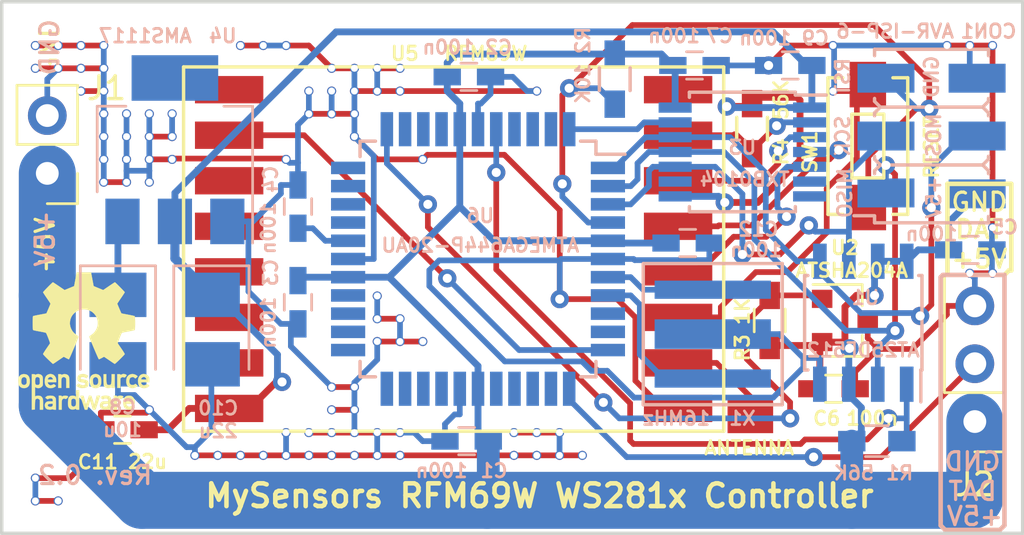
<source format=kicad_pcb>
(kicad_pcb (version 20171130) (host pcbnew "(5.1.12)-1")

  (general
    (thickness 1.6)
    (drawings 37)
    (tracks 491)
    (zones 0)
    (modules 118)
    (nets 21)
  )

  (page A4)
  (layers
    (0 F.Cu signal)
    (31 B.Cu signal)
    (32 B.Adhes user hide)
    (33 F.Adhes user hide)
    (34 B.Paste user hide)
    (35 F.Paste user hide)
    (36 B.SilkS user hide)
    (37 F.SilkS user hide)
    (38 B.Mask user hide)
    (39 F.Mask user hide)
    (40 Dwgs.User user hide)
    (41 Cmts.User user hide)
    (42 Eco1.User user hide)
    (43 Eco2.User user hide)
    (44 Edge.Cuts user)
    (45 Margin user hide)
    (46 B.CrtYd user hide)
    (47 F.CrtYd user hide)
    (48 B.Fab user hide)
    (49 F.Fab user hide)
  )

  (setup
    (last_trace_width 0.25)
    (trace_clearance 0.25)
    (zone_clearance 0.5)
    (zone_45_only no)
    (trace_min 0.2)
    (via_size 0.8)
    (via_drill 0.4)
    (via_min_size 0.4)
    (via_min_drill 0.3)
    (uvia_size 0.3)
    (uvia_drill 0.1)
    (uvias_allowed no)
    (uvia_min_size 0.2)
    (uvia_min_drill 0.1)
    (edge_width 0.15)
    (segment_width 0.2)
    (pcb_text_width 0.3)
    (pcb_text_size 1.5 1.5)
    (mod_edge_width 0.15)
    (mod_text_size 0.6 0.6)
    (mod_text_width 0.12)
    (pad_size 1.45 0.45)
    (pad_drill 0)
    (pad_to_mask_clearance 0.2)
    (aux_axis_origin 0 0)
    (visible_elements 7FFFFFFF)
    (pcbplotparams
      (layerselection 0x010fc_ffffffff)
      (usegerberextensions true)
      (usegerberattributes false)
      (usegerberadvancedattributes false)
      (creategerberjobfile false)
      (excludeedgelayer true)
      (linewidth 0.100000)
      (plotframeref false)
      (viasonmask false)
      (mode 1)
      (useauxorigin false)
      (hpglpennumber 1)
      (hpglpenspeed 20)
      (hpglpendiameter 15.000000)
      (psnegative false)
      (psa4output false)
      (plotreference true)
      (plotvalue true)
      (plotinvisibletext false)
      (padsonsilk false)
      (subtractmaskfromsilk true)
      (outputformat 1)
      (mirror false)
      (drillshape 0)
      (scaleselection 1)
      (outputdirectory "gerber/"))
  )

  (net 0 "")
  (net 1 GND)
  (net 2 +5V)
  (net 3 "Net-(C4-Pad2)")
  (net 4 /RST)
  (net 5 +3V3)
  (net 6 /MISO)
  (net 7 /SCK)
  (net 8 /MOSI)
  (net 9 /ATSHA204A)
  (net 10 /RFM69W_INT)
  (net 11 /RFM69W_SS)
  (net 12 /SPI_FLASH_SS)
  (net 13 "Net-(P1-Pad1)")
  (net 14 "Net-(R4-Pad1)")
  (net 15 "Net-(U3-Pad5)")
  (net 16 "Net-(U3-Pad4)")
  (net 17 "Net-(U3-Pad3)")
  (net 18 /D_OUT)
  (net 19 "Net-(U6-Pad8)")
  (net 20 "Net-(U6-Pad7)")

  (net_class Default "This is the default net class."
    (clearance 0.25)
    (trace_width 0.25)
    (via_dia 0.8)
    (via_drill 0.4)
    (uvia_dia 0.3)
    (uvia_drill 0.1)
    (add_net +3V3)
    (add_net +5V)
    (add_net /ATSHA204A)
    (add_net /D_OUT)
    (add_net /MISO)
    (add_net /MOSI)
    (add_net /RFM69W_INT)
    (add_net /RFM69W_SS)
    (add_net /RST)
    (add_net /SCK)
    (add_net /SPI_FLASH_SS)
    (add_net GND)
    (add_net "Net-(C4-Pad2)")
    (add_net "Net-(P1-Pad1)")
    (add_net "Net-(R4-Pad1)")
    (add_net "Net-(U3-Pad3)")
    (add_net "Net-(U3-Pad4)")
    (add_net "Net-(U3-Pad5)")
    (add_net "Net-(U6-Pad7)")
    (add_net "Net-(U6-Pad8)")
  )

  (module Symbols:OSHW-Logo_5.7x6mm_SilkScreen locked (layer F.Cu) (tedit 0) (tstamp 592C17A0)
    (at 77.1 87.3)
    (descr "Open Source Hardware Logo")
    (tags "Logo OSHW")
    (attr virtual)
    (fp_text reference REF*** (at 0 0) (layer F.SilkS) hide
      (effects (font (size 1 1) (thickness 0.15)))
    )
    (fp_text value OSHW-Logo_5.7x6mm_SilkScreen (at 0.75 0) (layer F.Fab) hide
      (effects (font (size 1 1) (thickness 0.15)))
    )
    (fp_poly (pts (xy 0.376964 -2.709982) (xy 0.433812 -2.40843) (xy 0.853338 -2.235488) (xy 1.104984 -2.406605)
      (xy 1.175458 -2.45425) (xy 1.239163 -2.49679) (xy 1.293126 -2.532285) (xy 1.334373 -2.55879)
      (xy 1.359934 -2.574364) (xy 1.366895 -2.577722) (xy 1.379435 -2.569086) (xy 1.406231 -2.545208)
      (xy 1.44428 -2.509141) (xy 1.490579 -2.463933) (xy 1.542123 -2.412636) (xy 1.595909 -2.358299)
      (xy 1.648935 -2.303972) (xy 1.698195 -2.252705) (xy 1.740687 -2.207549) (xy 1.773407 -2.171554)
      (xy 1.793351 -2.14777) (xy 1.798119 -2.13981) (xy 1.791257 -2.125135) (xy 1.77202 -2.092986)
      (xy 1.74243 -2.046508) (xy 1.70451 -1.988844) (xy 1.660282 -1.92314) (xy 1.634654 -1.885664)
      (xy 1.587941 -1.817232) (xy 1.546432 -1.75548) (xy 1.51214 -1.703481) (xy 1.48708 -1.664308)
      (xy 1.473264 -1.641035) (xy 1.471188 -1.636145) (xy 1.475895 -1.622245) (xy 1.488723 -1.58985)
      (xy 1.507738 -1.543515) (xy 1.531003 -1.487794) (xy 1.556584 -1.427242) (xy 1.582545 -1.366414)
      (xy 1.60695 -1.309864) (xy 1.627863 -1.262148) (xy 1.643349 -1.227819) (xy 1.651472 -1.211432)
      (xy 1.651952 -1.210788) (xy 1.664707 -1.207659) (xy 1.698677 -1.200679) (xy 1.75034 -1.190533)
      (xy 1.816176 -1.177908) (xy 1.892664 -1.163491) (xy 1.93729 -1.155177) (xy 2.019021 -1.139616)
      (xy 2.092843 -1.124808) (xy 2.155021 -1.111564) (xy 2.201822 -1.100695) (xy 2.229509 -1.093011)
      (xy 2.235074 -1.090573) (xy 2.240526 -1.07407) (xy 2.244924 -1.0368) (xy 2.248272 -0.98312)
      (xy 2.250574 -0.917388) (xy 2.251832 -0.843963) (xy 2.252048 -0.767204) (xy 2.251227 -0.691468)
      (xy 2.249371 -0.621114) (xy 2.246482 -0.5605) (xy 2.242565 -0.513984) (xy 2.237622 -0.485925)
      (xy 2.234657 -0.480084) (xy 2.216934 -0.473083) (xy 2.179381 -0.463073) (xy 2.126964 -0.451231)
      (xy 2.064652 -0.438733) (xy 2.0429 -0.43469) (xy 1.938024 -0.41548) (xy 1.85518 -0.400009)
      (xy 1.79163 -0.387663) (xy 1.744637 -0.377827) (xy 1.711463 -0.369886) (xy 1.689371 -0.363224)
      (xy 1.675624 -0.357227) (xy 1.667484 -0.351281) (xy 1.666345 -0.350106) (xy 1.654977 -0.331174)
      (xy 1.637635 -0.294331) (xy 1.61605 -0.244087) (xy 1.591954 -0.184954) (xy 1.567079 -0.121444)
      (xy 1.543157 -0.058068) (xy 1.521919 0.000662) (xy 1.505097 0.050235) (xy 1.494422 0.086139)
      (xy 1.491627 0.103862) (xy 1.49186 0.104483) (xy 1.501331 0.11897) (xy 1.522818 0.150844)
      (xy 1.554063 0.196789) (xy 1.592807 0.253485) (xy 1.636793 0.317617) (xy 1.649319 0.335842)
      (xy 1.693984 0.401914) (xy 1.733288 0.4622) (xy 1.765088 0.513235) (xy 1.787245 0.55156)
      (xy 1.797617 0.573711) (xy 1.798119 0.576432) (xy 1.789405 0.590736) (xy 1.765325 0.619072)
      (xy 1.728976 0.658396) (xy 1.683453 0.705661) (xy 1.631852 0.757823) (xy 1.577267 0.811835)
      (xy 1.522794 0.864653) (xy 1.471529 0.913231) (xy 1.426567 0.954523) (xy 1.391004 0.985485)
      (xy 1.367935 1.00307) (xy 1.361554 1.005941) (xy 1.346699 0.999178) (xy 1.316286 0.980939)
      (xy 1.275268 0.954297) (xy 1.243709 0.932852) (xy 1.186525 0.893503) (xy 1.118806 0.847171)
      (xy 1.05088 0.800913) (xy 1.014361 0.776155) (xy 0.890752 0.692547) (xy 0.786991 0.74865)
      (xy 0.73972 0.773228) (xy 0.699523 0.792331) (xy 0.672326 0.803227) (xy 0.665402 0.804743)
      (xy 0.657077 0.793549) (xy 0.640654 0.761917) (xy 0.617357 0.712765) (xy 0.588414 0.64901)
      (xy 0.55505 0.573571) (xy 0.518491 0.489364) (xy 0.479964 0.399308) (xy 0.440694 0.306321)
      (xy 0.401908 0.21332) (xy 0.36483 0.123223) (xy 0.330689 0.038948) (xy 0.300708 -0.036587)
      (xy 0.276116 -0.100466) (xy 0.258136 -0.149769) (xy 0.247997 -0.181579) (xy 0.246366 -0.192504)
      (xy 0.259291 -0.206439) (xy 0.287589 -0.22906) (xy 0.325346 -0.255667) (xy 0.328515 -0.257772)
      (xy 0.4261 -0.335886) (xy 0.504786 -0.427018) (xy 0.563891 -0.528255) (xy 0.602732 -0.636682)
      (xy 0.620628 -0.749386) (xy 0.616897 -0.863452) (xy 0.590857 -0.975966) (xy 0.541825 -1.084015)
      (xy 0.5274 -1.107655) (xy 0.452369 -1.203113) (xy 0.36373 -1.279768) (xy 0.264549 -1.33722)
      (xy 0.157895 -1.375071) (xy 0.046836 -1.392922) (xy -0.065561 -1.390375) (xy -0.176227 -1.36703)
      (xy -0.282094 -1.32249) (xy -0.380095 -1.256355) (xy -0.41041 -1.229513) (xy -0.487562 -1.145488)
      (xy -0.543782 -1.057034) (xy -0.582347 -0.957885) (xy -0.603826 -0.859697) (xy -0.609128 -0.749303)
      (xy -0.591448 -0.63836) (xy -0.552581 -0.530619) (xy -0.494323 -0.429831) (xy -0.418469 -0.339744)
      (xy -0.326817 -0.264108) (xy -0.314772 -0.256136) (xy -0.276611 -0.230026) (xy -0.247601 -0.207405)
      (xy -0.233732 -0.192961) (xy -0.233531 -0.192504) (xy -0.236508 -0.176879) (xy -0.248311 -0.141418)
      (xy -0.267714 -0.089038) (xy -0.293488 -0.022655) (xy -0.324409 0.054814) (xy -0.359249 0.14045)
      (xy -0.396783 0.231337) (xy -0.435783 0.324559) (xy -0.475023 0.417197) (xy -0.513276 0.506335)
      (xy -0.549317 0.589055) (xy -0.581917 0.662441) (xy -0.609852 0.723575) (xy -0.631895 0.769541)
      (xy -0.646818 0.797421) (xy -0.652828 0.804743) (xy -0.671191 0.799041) (xy -0.705552 0.783749)
      (xy -0.749984 0.761599) (xy -0.774417 0.74865) (xy -0.878178 0.692547) (xy -1.001787 0.776155)
      (xy -1.064886 0.818987) (xy -1.13397 0.866122) (xy -1.198707 0.910503) (xy -1.231134 0.932852)
      (xy -1.276741 0.963477) (xy -1.31536 0.987747) (xy -1.341952 1.002587) (xy -1.35059 1.005724)
      (xy -1.363161 0.997261) (xy -1.390984 0.973636) (xy -1.431361 0.937302) (xy -1.481595 0.890711)
      (xy -1.538988 0.836317) (xy -1.575286 0.801392) (xy -1.63879 0.738996) (xy -1.693673 0.683188)
      (xy -1.737714 0.636354) (xy -1.768695 0.600882) (xy -1.784398 0.579161) (xy -1.785905 0.574752)
      (xy -1.778914 0.557985) (xy -1.759594 0.524082) (xy -1.730091 0.476476) (xy -1.692545 0.418599)
      (xy -1.6491 0.353884) (xy -1.636745 0.335842) (xy -1.591727 0.270267) (xy -1.55134 0.211228)
      (xy -1.51784 0.162042) (xy -1.493486 0.126028) (xy -1.480536 0.106502) (xy -1.479285 0.104483)
      (xy -1.481156 0.088922) (xy -1.491087 0.054709) (xy -1.507347 0.006355) (xy -1.528205 -0.051629)
      (xy -1.551927 -0.11473) (xy -1.576784 -0.178437) (xy -1.601042 -0.238239) (xy -1.622971 -0.289624)
      (xy -1.640838 -0.328081) (xy -1.652913 -0.349098) (xy -1.653771 -0.350106) (xy -1.661154 -0.356112)
      (xy -1.673625 -0.362052) (xy -1.69392 -0.36854) (xy -1.724778 -0.376191) (xy -1.768934 -0.38562)
      (xy -1.829126 -0.397441) (xy -1.908093 -0.412271) (xy -2.00857 -0.430723) (xy -2.030325 -0.43469)
      (xy -2.094802 -0.447147) (xy -2.151011 -0.459334) (xy -2.193987 -0.470074) (xy -2.21876 -0.478191)
      (xy -2.222082 -0.480084) (xy -2.227556 -0.496862) (xy -2.232006 -0.534355) (xy -2.235428 -0.588206)
      (xy -2.237819 -0.654056) (xy -2.239177 -0.727547) (xy -2.239499 -0.80432) (xy -2.238781 -0.880017)
      (xy -2.237021 -0.95028) (xy -2.234216 -1.01075) (xy -2.230362 -1.05707) (xy -2.225457 -1.084881)
      (xy -2.2225 -1.090573) (xy -2.206037 -1.096314) (xy -2.168551 -1.105655) (xy -2.113775 -1.117785)
      (xy -2.045445 -1.131893) (xy -1.967294 -1.14717) (xy -1.924716 -1.155177) (xy -1.843929 -1.170279)
      (xy -1.771887 -1.18396) (xy -1.712111 -1.195533) (xy -1.668121 -1.204313) (xy -1.643439 -1.209613)
      (xy -1.639377 -1.210788) (xy -1.632511 -1.224035) (xy -1.617998 -1.255943) (xy -1.597771 -1.301953)
      (xy -1.573766 -1.357508) (xy -1.547918 -1.418047) (xy -1.52216 -1.479014) (xy -1.498427 -1.535849)
      (xy -1.478654 -1.583994) (xy -1.464776 -1.61889) (xy -1.458726 -1.635979) (xy -1.458614 -1.636726)
      (xy -1.465472 -1.650207) (xy -1.484698 -1.68123) (xy -1.514272 -1.726711) (xy -1.552173 -1.783568)
      (xy -1.59638 -1.848717) (xy -1.622079 -1.886138) (xy -1.668907 -1.954753) (xy -1.710499 -2.017048)
      (xy -1.744825 -2.069871) (xy -1.769857 -2.110073) (xy -1.783565 -2.1345) (xy -1.785544 -2.139976)
      (xy -1.777034 -2.152722) (xy -1.753507 -2.179937) (xy -1.717968 -2.218572) (xy -1.673423 -2.265577)
      (xy -1.622877 -2.317905) (xy -1.569336 -2.372505) (xy -1.515805 -2.42633) (xy -1.465289 -2.47633)
      (xy -1.420794 -2.519457) (xy -1.385325 -2.552661) (xy -1.361887 -2.572894) (xy -1.354046 -2.577722)
      (xy -1.34128 -2.570933) (xy -1.310744 -2.551858) (xy -1.26541 -2.522439) (xy -1.208244 -2.484619)
      (xy -1.142216 -2.440339) (xy -1.09241 -2.406605) (xy -0.840764 -2.235488) (xy -0.631001 -2.321959)
      (xy -0.421237 -2.40843) (xy -0.364389 -2.709982) (xy -0.30754 -3.011534) (xy 0.320115 -3.011534)
      (xy 0.376964 -2.709982)) (layer F.SilkS) (width 0.01))
    (fp_poly (pts (xy 1.79946 1.45803) (xy 1.842711 1.471245) (xy 1.870558 1.487941) (xy 1.879629 1.501145)
      (xy 1.877132 1.516797) (xy 1.860931 1.541385) (xy 1.847232 1.5588) (xy 1.818992 1.590283)
      (xy 1.797775 1.603529) (xy 1.779688 1.602664) (xy 1.726035 1.58901) (xy 1.68663 1.58963)
      (xy 1.654632 1.605104) (xy 1.64389 1.614161) (xy 1.609505 1.646027) (xy 1.609505 2.062179)
      (xy 1.471188 2.062179) (xy 1.471188 1.458614) (xy 1.540347 1.458614) (xy 1.581869 1.460256)
      (xy 1.603291 1.466087) (xy 1.609502 1.477461) (xy 1.609505 1.477798) (xy 1.612439 1.489713)
      (xy 1.625704 1.488159) (xy 1.644084 1.479563) (xy 1.682046 1.463568) (xy 1.712872 1.453945)
      (xy 1.752536 1.451478) (xy 1.79946 1.45803)) (layer F.SilkS) (width 0.01))
    (fp_poly (pts (xy -0.754012 1.469002) (xy -0.722717 1.48395) (xy -0.692409 1.505541) (xy -0.669318 1.530391)
      (xy -0.6525 1.562087) (xy -0.641006 1.604214) (xy -0.633891 1.660358) (xy -0.630207 1.734106)
      (xy -0.629008 1.829044) (xy -0.628989 1.838985) (xy -0.628713 2.062179) (xy -0.76703 2.062179)
      (xy -0.76703 1.856418) (xy -0.767128 1.780189) (xy -0.767809 1.724939) (xy -0.769651 1.686501)
      (xy -0.773233 1.660706) (xy -0.779132 1.643384) (xy -0.787927 1.630368) (xy -0.80018 1.617507)
      (xy -0.843047 1.589873) (xy -0.889843 1.584745) (xy -0.934424 1.602217) (xy -0.949928 1.615221)
      (xy -0.96131 1.627447) (xy -0.969481 1.64054) (xy -0.974974 1.658615) (xy -0.97832 1.685787)
      (xy -0.980051 1.72617) (xy -0.980697 1.783879) (xy -0.980792 1.854132) (xy -0.980792 2.062179)
      (xy -1.119109 2.062179) (xy -1.119109 1.458614) (xy -1.04995 1.458614) (xy -1.008428 1.460256)
      (xy -0.987006 1.466087) (xy -0.980795 1.477461) (xy -0.980792 1.477798) (xy -0.97791 1.488938)
      (xy -0.965199 1.487674) (xy -0.939926 1.475434) (xy -0.882605 1.457424) (xy -0.817037 1.455421)
      (xy -0.754012 1.469002)) (layer F.SilkS) (width 0.01))
    (fp_poly (pts (xy 2.677898 1.456457) (xy 2.710096 1.464279) (xy 2.771825 1.492921) (xy 2.82461 1.536667)
      (xy 2.861141 1.589117) (xy 2.86616 1.600893) (xy 2.873045 1.63174) (xy 2.877864 1.677371)
      (xy 2.879505 1.723492) (xy 2.879505 1.810693) (xy 2.697178 1.810693) (xy 2.621979 1.810978)
      (xy 2.569003 1.812704) (xy 2.535325 1.817181) (xy 2.51802 1.82572) (xy 2.514163 1.83963)
      (xy 2.520829 1.860222) (xy 2.53277 1.884315) (xy 2.56608 1.924525) (xy 2.612368 1.944558)
      (xy 2.668944 1.943905) (xy 2.733031 1.922101) (xy 2.788417 1.895193) (xy 2.834375 1.931532)
      (xy 2.880333 1.967872) (xy 2.837096 2.007819) (xy 2.779374 2.045563) (xy 2.708386 2.06832)
      (xy 2.632029 2.074688) (xy 2.558199 2.063268) (xy 2.546287 2.059393) (xy 2.481399 2.025506)
      (xy 2.43313 1.974986) (xy 2.400465 1.906325) (xy 2.382385 1.818014) (xy 2.382175 1.816121)
      (xy 2.380556 1.719878) (xy 2.3871 1.685542) (xy 2.514852 1.685542) (xy 2.526584 1.690822)
      (xy 2.558438 1.694867) (xy 2.605397 1.697176) (xy 2.635154 1.697525) (xy 2.690648 1.697306)
      (xy 2.725346 1.695916) (xy 2.743601 1.692251) (xy 2.749766 1.68521) (xy 2.748195 1.67369)
      (xy 2.746878 1.669233) (xy 2.724382 1.627355) (xy 2.689003 1.593604) (xy 2.65778 1.578773)
      (xy 2.616301 1.579668) (xy 2.574269 1.598164) (xy 2.539012 1.628786) (xy 2.517854 1.666062)
      (xy 2.514852 1.685542) (xy 2.3871 1.685542) (xy 2.39669 1.635229) (xy 2.428698 1.564191)
      (xy 2.474701 1.508779) (xy 2.532821 1.471009) (xy 2.60118 1.452896) (xy 2.677898 1.456457)) (layer F.SilkS) (width 0.01))
    (fp_poly (pts (xy 2.217226 1.46388) (xy 2.29008 1.49483) (xy 2.313027 1.509895) (xy 2.342354 1.533048)
      (xy 2.360764 1.551253) (xy 2.363961 1.557183) (xy 2.354935 1.57034) (xy 2.331837 1.592667)
      (xy 2.313344 1.60825) (xy 2.262728 1.648926) (xy 2.22276 1.615295) (xy 2.191874 1.593584)
      (xy 2.161759 1.58609) (xy 2.127292 1.58792) (xy 2.072561 1.601528) (xy 2.034886 1.629772)
      (xy 2.011991 1.675433) (xy 2.001597 1.741289) (xy 2.001595 1.741331) (xy 2.002494 1.814939)
      (xy 2.016463 1.868946) (xy 2.044328 1.905716) (xy 2.063325 1.918168) (xy 2.113776 1.933673)
      (xy 2.167663 1.933683) (xy 2.214546 1.918638) (xy 2.225644 1.911287) (xy 2.253476 1.892511)
      (xy 2.275236 1.889434) (xy 2.298704 1.903409) (xy 2.324649 1.92851) (xy 2.365716 1.97088)
      (xy 2.320121 2.008464) (xy 2.249674 2.050882) (xy 2.170233 2.071785) (xy 2.087215 2.070272)
      (xy 2.032694 2.056411) (xy 1.96897 2.022135) (xy 1.918005 1.968212) (xy 1.894851 1.930149)
      (xy 1.876099 1.875536) (xy 1.866715 1.806369) (xy 1.866643 1.731407) (xy 1.875824 1.659409)
      (xy 1.894199 1.599137) (xy 1.897093 1.592958) (xy 1.939952 1.532351) (xy 1.997979 1.488224)
      (xy 2.066591 1.461493) (xy 2.141201 1.453073) (xy 2.217226 1.46388)) (layer F.SilkS) (width 0.01))
    (fp_poly (pts (xy 0.993367 1.654342) (xy 0.994555 1.746563) (xy 0.998897 1.81661) (xy 1.007558 1.867381)
      (xy 1.021704 1.901772) (xy 1.0425 1.922679) (xy 1.07111 1.933) (xy 1.106535 1.935636)
      (xy 1.143636 1.932682) (xy 1.171818 1.921889) (xy 1.192243 1.90036) (xy 1.206079 1.865199)
      (xy 1.214491 1.81351) (xy 1.218643 1.742394) (xy 1.219703 1.654342) (xy 1.219703 1.458614)
      (xy 1.35802 1.458614) (xy 1.35802 2.062179) (xy 1.288862 2.062179) (xy 1.24717 2.060489)
      (xy 1.225701 2.054556) (xy 1.219703 2.043293) (xy 1.216091 2.033261) (xy 1.201714 2.035383)
      (xy 1.172736 2.04958) (xy 1.106319 2.07148) (xy 1.035875 2.069928) (xy 0.968377 2.046147)
      (xy 0.936233 2.027362) (xy 0.911715 2.007022) (xy 0.893804 1.981573) (xy 0.881479 1.947458)
      (xy 0.873723 1.901121) (xy 0.869516 1.839007) (xy 0.86784 1.757561) (xy 0.867624 1.694578)
      (xy 0.867624 1.458614) (xy 0.993367 1.458614) (xy 0.993367 1.654342)) (layer F.SilkS) (width 0.01))
    (fp_poly (pts (xy 0.610762 1.466055) (xy 0.674363 1.500692) (xy 0.724123 1.555372) (xy 0.747568 1.599842)
      (xy 0.757634 1.639121) (xy 0.764156 1.695116) (xy 0.766951 1.759621) (xy 0.765836 1.824429)
      (xy 0.760626 1.881334) (xy 0.754541 1.911727) (xy 0.734014 1.953306) (xy 0.698463 1.997468)
      (xy 0.655619 2.036087) (xy 0.613211 2.061034) (xy 0.612177 2.06143) (xy 0.559553 2.072331)
      (xy 0.497188 2.072601) (xy 0.437924 2.062676) (xy 0.41504 2.054722) (xy 0.356102 2.0213)
      (xy 0.31389 1.977511) (xy 0.286156 1.919538) (xy 0.270651 1.843565) (xy 0.267143 1.803771)
      (xy 0.26759 1.753766) (xy 0.402376 1.753766) (xy 0.406917 1.826732) (xy 0.419986 1.882334)
      (xy 0.440756 1.917861) (xy 0.455552 1.92802) (xy 0.493464 1.935104) (xy 0.538527 1.933007)
      (xy 0.577487 1.922812) (xy 0.587704 1.917204) (xy 0.614659 1.884538) (xy 0.632451 1.834545)
      (xy 0.640024 1.773705) (xy 0.636325 1.708497) (xy 0.628057 1.669253) (xy 0.60432 1.623805)
      (xy 0.566849 1.595396) (xy 0.52172 1.585573) (xy 0.475011 1.595887) (xy 0.439132 1.621112)
      (xy 0.420277 1.641925) (xy 0.409272 1.662439) (xy 0.404026 1.690203) (xy 0.402449 1.732762)
      (xy 0.402376 1.753766) (xy 0.26759 1.753766) (xy 0.268094 1.69758) (xy 0.285388 1.610501)
      (xy 0.319029 1.54253) (xy 0.369018 1.493664) (xy 0.435356 1.463899) (xy 0.449601 1.460448)
      (xy 0.53521 1.452345) (xy 0.610762 1.466055)) (layer F.SilkS) (width 0.01))
    (fp_poly (pts (xy 0.014017 1.456452) (xy 0.061634 1.465482) (xy 0.111034 1.48437) (xy 0.116312 1.486777)
      (xy 0.153774 1.506476) (xy 0.179717 1.524781) (xy 0.188103 1.536508) (xy 0.180117 1.555632)
      (xy 0.16072 1.58385) (xy 0.15211 1.594384) (xy 0.116628 1.635847) (xy 0.070885 1.608858)
      (xy 0.02735 1.590878) (xy -0.02295 1.581267) (xy -0.071188 1.58066) (xy -0.108533 1.589691)
      (xy -0.117495 1.595327) (xy -0.134563 1.621171) (xy -0.136637 1.650941) (xy -0.123866 1.674197)
      (xy -0.116312 1.678708) (xy -0.093675 1.684309) (xy -0.053885 1.690892) (xy -0.004834 1.697183)
      (xy 0.004215 1.69817) (xy 0.082996 1.711798) (xy 0.140136 1.734946) (xy 0.17803 1.769752)
      (xy 0.199079 1.818354) (xy 0.205635 1.877718) (xy 0.196577 1.945198) (xy 0.167164 1.998188)
      (xy 0.117278 2.036783) (xy 0.0468 2.061081) (xy -0.031435 2.070667) (xy -0.095234 2.070552)
      (xy -0.146984 2.061845) (xy -0.182327 2.049825) (xy -0.226983 2.02888) (xy -0.268253 2.004574)
      (xy -0.282921 1.993876) (xy -0.320643 1.963084) (xy -0.275148 1.917049) (xy -0.229653 1.871013)
      (xy -0.177928 1.905243) (xy -0.126048 1.930952) (xy -0.070649 1.944399) (xy -0.017395 1.945818)
      (xy 0.028049 1.935443) (xy 0.060016 1.913507) (xy 0.070338 1.894998) (xy 0.068789 1.865314)
      (xy 0.04314 1.842615) (xy -0.00654 1.82694) (xy -0.060969 1.819695) (xy -0.144736 1.805873)
      (xy -0.206967 1.779796) (xy -0.248493 1.740699) (xy -0.270147 1.68782) (xy -0.273147 1.625126)
      (xy -0.258329 1.559642) (xy -0.224546 1.510144) (xy -0.171495 1.476408) (xy -0.098874 1.458207)
      (xy -0.045072 1.454639) (xy 0.014017 1.456452)) (layer F.SilkS) (width 0.01))
    (fp_poly (pts (xy -1.356699 1.472614) (xy -1.344168 1.478514) (xy -1.300799 1.510283) (xy -1.25979 1.556646)
      (xy -1.229168 1.607696) (xy -1.220459 1.631166) (xy -1.212512 1.673091) (xy -1.207774 1.723757)
      (xy -1.207199 1.744679) (xy -1.207129 1.810693) (xy -1.587083 1.810693) (xy -1.578983 1.845273)
      (xy -1.559104 1.88617) (xy -1.524347 1.921514) (xy -1.482998 1.944282) (xy -1.456649 1.94901)
      (xy -1.420916 1.943273) (xy -1.378282 1.928882) (xy -1.363799 1.922262) (xy -1.31024 1.895513)
      (xy -1.264533 1.930376) (xy -1.238158 1.953955) (xy -1.224124 1.973417) (xy -1.223414 1.979129)
      (xy -1.235951 1.992973) (xy -1.263428 2.014012) (xy -1.288366 2.030425) (xy -1.355664 2.05993)
      (xy -1.43111 2.073284) (xy -1.505888 2.069812) (xy -1.565495 2.051663) (xy -1.626941 2.012784)
      (xy -1.670608 1.961595) (xy -1.697926 1.895367) (xy -1.710322 1.811371) (xy -1.711421 1.772936)
      (xy -1.707022 1.684861) (xy -1.706482 1.682299) (xy -1.580582 1.682299) (xy -1.577115 1.690558)
      (xy -1.562863 1.695113) (xy -1.53347 1.697065) (xy -1.484575 1.697517) (xy -1.465748 1.697525)
      (xy -1.408467 1.696843) (xy -1.372141 1.694364) (xy -1.352604 1.689443) (xy -1.34569 1.681434)
      (xy -1.345445 1.678862) (xy -1.353336 1.658423) (xy -1.373085 1.629789) (xy -1.381575 1.619763)
      (xy -1.413094 1.591408) (xy -1.445949 1.580259) (xy -1.463651 1.579327) (xy -1.511539 1.590981)
      (xy -1.551699 1.622285) (xy -1.577173 1.667752) (xy -1.577625 1.669233) (xy -1.580582 1.682299)
      (xy -1.706482 1.682299) (xy -1.692392 1.61551) (xy -1.666038 1.560025) (xy -1.633807 1.520639)
      (xy -1.574217 1.477931) (xy -1.504168 1.455109) (xy -1.429661 1.453046) (xy -1.356699 1.472614)) (layer F.SilkS) (width 0.01))
    (fp_poly (pts (xy -2.538261 1.465148) (xy -2.472479 1.494231) (xy -2.42254 1.542793) (xy -2.388374 1.610908)
      (xy -2.369907 1.698651) (xy -2.368583 1.712351) (xy -2.367546 1.808939) (xy -2.380993 1.893602)
      (xy -2.408108 1.962221) (xy -2.422627 1.984294) (xy -2.473201 2.031011) (xy -2.537609 2.061268)
      (xy -2.609666 2.073824) (xy -2.683185 2.067439) (xy -2.739072 2.047772) (xy -2.787132 2.014629)
      (xy -2.826412 1.971175) (xy -2.827092 1.970158) (xy -2.843044 1.943338) (xy -2.85341 1.916368)
      (xy -2.859688 1.882332) (xy -2.863373 1.83431) (xy -2.864997 1.794931) (xy -2.865672 1.759219)
      (xy -2.739955 1.759219) (xy -2.738726 1.79477) (xy -2.734266 1.842094) (xy -2.726397 1.872465)
      (xy -2.712207 1.894072) (xy -2.698917 1.906694) (xy -2.651802 1.933122) (xy -2.602505 1.936653)
      (xy -2.556593 1.917639) (xy -2.533638 1.896331) (xy -2.517096 1.874859) (xy -2.507421 1.854313)
      (xy -2.503174 1.827574) (xy -2.50292 1.787523) (xy -2.504228 1.750638) (xy -2.507043 1.697947)
      (xy -2.511505 1.663772) (xy -2.519548 1.64148) (xy -2.533103 1.624442) (xy -2.543845 1.614703)
      (xy -2.588777 1.589123) (xy -2.637249 1.587847) (xy -2.677894 1.602999) (xy -2.712567 1.634642)
      (xy -2.733224 1.68662) (xy -2.739955 1.759219) (xy -2.865672 1.759219) (xy -2.866479 1.716621)
      (xy -2.863948 1.658056) (xy -2.856362 1.614007) (xy -2.842681 1.579248) (xy -2.821865 1.548551)
      (xy -2.814147 1.539436) (xy -2.765889 1.494021) (xy -2.714128 1.467493) (xy -2.650828 1.456379)
      (xy -2.619961 1.455471) (xy -2.538261 1.465148)) (layer F.SilkS) (width 0.01))
    (fp_poly (pts (xy 2.032581 2.40497) (xy 2.092685 2.420597) (xy 2.143021 2.452848) (xy 2.167393 2.47694)
      (xy 2.207345 2.533895) (xy 2.230242 2.599965) (xy 2.238108 2.681182) (xy 2.238148 2.687748)
      (xy 2.238218 2.753763) (xy 1.858264 2.753763) (xy 1.866363 2.788342) (xy 1.880987 2.819659)
      (xy 1.906581 2.852291) (xy 1.911935 2.8575) (xy 1.957943 2.885694) (xy 2.01041 2.890475)
      (xy 2.070803 2.871926) (xy 2.08104 2.866931) (xy 2.112439 2.851745) (xy 2.13347 2.843094)
      (xy 2.137139 2.842293) (xy 2.149948 2.850063) (xy 2.174378 2.869072) (xy 2.186779 2.87946)
      (xy 2.212476 2.903321) (xy 2.220915 2.919077) (xy 2.215058 2.933571) (xy 2.211928 2.937534)
      (xy 2.190725 2.954879) (xy 2.155738 2.975959) (xy 2.131337 2.988265) (xy 2.062072 3.009946)
      (xy 1.985388 3.016971) (xy 1.912765 3.008647) (xy 1.892426 3.002686) (xy 1.829476 2.968952)
      (xy 1.782815 2.917045) (xy 1.752173 2.846459) (xy 1.737282 2.756692) (xy 1.735647 2.709753)
      (xy 1.740421 2.641413) (xy 1.86099 2.641413) (xy 1.872652 2.646465) (xy 1.903998 2.650429)
      (xy 1.949571 2.652768) (xy 1.980446 2.653169) (xy 2.035981 2.652783) (xy 2.071033 2.650975)
      (xy 2.090262 2.646773) (xy 2.09833 2.639203) (xy 2.099901 2.628218) (xy 2.089121 2.594381)
      (xy 2.06198 2.56094) (xy 2.026277 2.535272) (xy 1.99056 2.524772) (xy 1.942048 2.534086)
      (xy 1.900053 2.561013) (xy 1.870936 2.599827) (xy 1.86099 2.641413) (xy 1.740421 2.641413)
      (xy 1.742599 2.610236) (xy 1.764055 2.530949) (xy 1.80047 2.471263) (xy 1.852297 2.430549)
      (xy 1.91999 2.408179) (xy 1.956662 2.403871) (xy 2.032581 2.40497)) (layer F.SilkS) (width 0.01))
    (fp_poly (pts (xy 1.635255 2.401486) (xy 1.683595 2.411015) (xy 1.711114 2.425125) (xy 1.740064 2.448568)
      (xy 1.698876 2.500571) (xy 1.673482 2.532064) (xy 1.656238 2.547428) (xy 1.639102 2.549776)
      (xy 1.614027 2.542217) (xy 1.602257 2.537941) (xy 1.55427 2.531631) (xy 1.510324 2.545156)
      (xy 1.47806 2.57571) (xy 1.472819 2.585452) (xy 1.467112 2.611258) (xy 1.462706 2.658817)
      (xy 1.459811 2.724758) (xy 1.458631 2.80571) (xy 1.458614 2.817226) (xy 1.458614 3.017822)
      (xy 1.320297 3.017822) (xy 1.320297 2.401683) (xy 1.389456 2.401683) (xy 1.429333 2.402725)
      (xy 1.450107 2.407358) (xy 1.457789 2.417849) (xy 1.458614 2.427745) (xy 1.458614 2.453806)
      (xy 1.491745 2.427745) (xy 1.529735 2.409965) (xy 1.58077 2.401174) (xy 1.635255 2.401486)) (layer F.SilkS) (width 0.01))
    (fp_poly (pts (xy 1.038411 2.405417) (xy 1.091411 2.41829) (xy 1.106731 2.42511) (xy 1.136428 2.442974)
      (xy 1.15922 2.463093) (xy 1.176083 2.488962) (xy 1.187998 2.524073) (xy 1.195942 2.57192)
      (xy 1.200894 2.635996) (xy 1.203831 2.719794) (xy 1.204947 2.775768) (xy 1.209052 3.017822)
      (xy 1.138932 3.017822) (xy 1.096393 3.016038) (xy 1.074476 3.009942) (xy 1.068812 2.999706)
      (xy 1.065821 2.988637) (xy 1.052451 2.990754) (xy 1.034233 2.999629) (xy 0.988624 3.013233)
      (xy 0.930007 3.016899) (xy 0.868354 3.010903) (xy 0.813638 2.995521) (xy 0.80873 2.993386)
      (xy 0.758723 2.958255) (xy 0.725756 2.909419) (xy 0.710587 2.852333) (xy 0.711746 2.831824)
      (xy 0.835508 2.831824) (xy 0.846413 2.859425) (xy 0.878745 2.879204) (xy 0.93091 2.889819)
      (xy 0.958787 2.891228) (xy 1.005247 2.88762) (xy 1.036129 2.873597) (xy 1.043664 2.866931)
      (xy 1.064076 2.830666) (xy 1.068812 2.797773) (xy 1.068812 2.753763) (xy 1.007513 2.753763)
      (xy 0.936256 2.757395) (xy 0.886276 2.768818) (xy 0.854696 2.788824) (xy 0.847626 2.797743)
      (xy 0.835508 2.831824) (xy 0.711746 2.831824) (xy 0.713971 2.792456) (xy 0.736663 2.735244)
      (xy 0.767624 2.69658) (xy 0.786376 2.679864) (xy 0.804733 2.668878) (xy 0.828619 2.66218)
      (xy 0.863957 2.658326) (xy 0.916669 2.655873) (xy 0.937577 2.655168) (xy 1.068812 2.650879)
      (xy 1.06862 2.611158) (xy 1.063537 2.569405) (xy 1.045162 2.544158) (xy 1.008039 2.52803)
      (xy 1.007043 2.527742) (xy 0.95441 2.5214) (xy 0.902906 2.529684) (xy 0.86463 2.549827)
      (xy 0.849272 2.559773) (xy 0.83273 2.558397) (xy 0.807275 2.543987) (xy 0.792328 2.533817)
      (xy 0.763091 2.512088) (xy 0.74498 2.4958) (xy 0.742074 2.491137) (xy 0.75404 2.467005)
      (xy 0.789396 2.438185) (xy 0.804753 2.428461) (xy 0.848901 2.411714) (xy 0.908398 2.402227)
      (xy 0.974487 2.400095) (xy 1.038411 2.405417)) (layer F.SilkS) (width 0.01))
    (fp_poly (pts (xy 0.281524 2.404237) (xy 0.331255 2.407971) (xy 0.461291 2.797773) (xy 0.481678 2.728614)
      (xy 0.493946 2.685874) (xy 0.510085 2.628115) (xy 0.527512 2.564625) (xy 0.536726 2.53057)
      (xy 0.571388 2.401683) (xy 0.714391 2.401683) (xy 0.671646 2.536857) (xy 0.650596 2.603342)
      (xy 0.625167 2.683539) (xy 0.59861 2.767193) (xy 0.574902 2.841782) (xy 0.520902 3.011535)
      (xy 0.462598 3.015328) (xy 0.404295 3.019122) (xy 0.372679 2.914734) (xy 0.353182 2.849889)
      (xy 0.331904 2.7784) (xy 0.313308 2.715263) (xy 0.312574 2.71275) (xy 0.298684 2.669969)
      (xy 0.286429 2.640779) (xy 0.277846 2.629741) (xy 0.276082 2.631018) (xy 0.269891 2.64813)
      (xy 0.258128 2.684787) (xy 0.242225 2.736378) (xy 0.223614 2.798294) (xy 0.213543 2.832352)
      (xy 0.159007 3.017822) (xy 0.043264 3.017822) (xy -0.049263 2.725471) (xy -0.075256 2.643462)
      (xy -0.098934 2.568987) (xy -0.11918 2.505544) (xy -0.134874 2.456632) (xy -0.144898 2.425749)
      (xy -0.147945 2.416726) (xy -0.145533 2.407487) (xy -0.126592 2.403441) (xy -0.087177 2.403846)
      (xy -0.081007 2.404152) (xy -0.007914 2.407971) (xy 0.039957 2.58401) (xy 0.057553 2.648211)
      (xy 0.073277 2.704649) (xy 0.085746 2.748422) (xy 0.093574 2.77463) (xy 0.09502 2.778903)
      (xy 0.101014 2.77399) (xy 0.113101 2.748532) (xy 0.129893 2.705997) (xy 0.150003 2.64985)
      (xy 0.167003 2.59913) (xy 0.231794 2.400504) (xy 0.281524 2.404237)) (layer F.SilkS) (width 0.01))
    (fp_poly (pts (xy -0.201188 3.017822) (xy -0.270346 3.017822) (xy -0.310488 3.016645) (xy -0.331394 3.011772)
      (xy -0.338922 3.001186) (xy -0.339505 2.994029) (xy -0.340774 2.979676) (xy -0.348779 2.976923)
      (xy -0.369815 2.985771) (xy -0.386173 2.994029) (xy -0.448977 3.013597) (xy -0.517248 3.014729)
      (xy -0.572752 3.000135) (xy -0.624438 2.964877) (xy -0.663838 2.912835) (xy -0.685413 2.85145)
      (xy -0.685962 2.848018) (xy -0.689167 2.810571) (xy -0.690761 2.756813) (xy -0.690633 2.716155)
      (xy -0.553279 2.716155) (xy -0.550097 2.770194) (xy -0.542859 2.814735) (xy -0.53306 2.839888)
      (xy -0.495989 2.87426) (xy -0.451974 2.886582) (xy -0.406584 2.876618) (xy -0.367797 2.846895)
      (xy -0.353108 2.826905) (xy -0.344519 2.80305) (xy -0.340496 2.76823) (xy -0.339505 2.71593)
      (xy -0.341278 2.664139) (xy -0.345963 2.618634) (xy -0.352603 2.588181) (xy -0.35371 2.585452)
      (xy -0.380491 2.553) (xy -0.419579 2.535183) (xy -0.463315 2.532306) (xy -0.504038 2.544674)
      (xy -0.534087 2.572593) (xy -0.537204 2.578148) (xy -0.546961 2.612022) (xy -0.552277 2.660728)
      (xy -0.553279 2.716155) (xy -0.690633 2.716155) (xy -0.690568 2.69554) (xy -0.689664 2.662563)
      (xy -0.683514 2.580981) (xy -0.670733 2.51973) (xy -0.649471 2.474449) (xy -0.617878 2.440779)
      (xy -0.587207 2.421014) (xy -0.544354 2.40712) (xy -0.491056 2.402354) (xy -0.43648 2.406236)
      (xy -0.389792 2.418282) (xy -0.365124 2.432693) (xy -0.339505 2.455878) (xy -0.339505 2.162773)
      (xy -0.201188 2.162773) (xy -0.201188 3.017822)) (layer F.SilkS) (width 0.01))
    (fp_poly (pts (xy -0.993356 2.40302) (xy -0.974539 2.40866) (xy -0.968473 2.421053) (xy -0.968218 2.426647)
      (xy -0.967129 2.44223) (xy -0.959632 2.444676) (xy -0.939381 2.433993) (xy -0.927351 2.426694)
      (xy -0.8894 2.411063) (xy -0.844072 2.403334) (xy -0.796544 2.40274) (xy -0.751995 2.408513)
      (xy -0.715602 2.419884) (xy -0.692543 2.436088) (xy -0.687996 2.456355) (xy -0.690291 2.461843)
      (xy -0.70702 2.484626) (xy -0.732963 2.512647) (xy -0.737655 2.517177) (xy -0.762383 2.538005)
      (xy -0.783718 2.544735) (xy -0.813555 2.540038) (xy -0.825508 2.536917) (xy -0.862705 2.529421)
      (xy -0.888859 2.532792) (xy -0.910946 2.544681) (xy -0.931178 2.560635) (xy -0.946079 2.5807)
      (xy -0.956434 2.608702) (xy -0.963029 2.648467) (xy -0.966649 2.703823) (xy -0.968078 2.778594)
      (xy -0.968218 2.82374) (xy -0.968218 3.017822) (xy -1.09396 3.017822) (xy -1.09396 2.401683)
      (xy -1.031089 2.401683) (xy -0.993356 2.40302)) (layer F.SilkS) (width 0.01))
    (fp_poly (pts (xy -1.38421 2.406555) (xy -1.325055 2.422339) (xy -1.280023 2.450948) (xy -1.248246 2.488419)
      (xy -1.238366 2.504411) (xy -1.231073 2.521163) (xy -1.225974 2.542592) (xy -1.222679 2.572616)
      (xy -1.220797 2.615154) (xy -1.219937 2.674122) (xy -1.219707 2.75344) (xy -1.219703 2.774484)
      (xy -1.219703 3.017822) (xy -1.280059 3.017822) (xy -1.318557 3.015126) (xy -1.347023 3.008295)
      (xy -1.354155 3.004083) (xy -1.373652 2.996813) (xy -1.393566 3.004083) (xy -1.426353 3.01316)
      (xy -1.473978 3.016813) (xy -1.526764 3.015228) (xy -1.575036 3.008589) (xy -1.603218 3.000072)
      (xy -1.657753 2.965063) (xy -1.691835 2.916479) (xy -1.707157 2.851882) (xy -1.707299 2.850223)
      (xy -1.705955 2.821566) (xy -1.584356 2.821566) (xy -1.573726 2.854161) (xy -1.55641 2.872505)
      (xy -1.521652 2.886379) (xy -1.475773 2.891917) (xy -1.428988 2.889191) (xy -1.391514 2.878274)
      (xy -1.381015 2.871269) (xy -1.362668 2.838904) (xy -1.35802 2.802111) (xy -1.35802 2.753763)
      (xy -1.427582 2.753763) (xy -1.493667 2.75885) (xy -1.543764 2.773263) (xy -1.574929 2.795729)
      (xy -1.584356 2.821566) (xy -1.705955 2.821566) (xy -1.703987 2.779647) (xy -1.68071 2.723845)
      (xy -1.636948 2.681647) (xy -1.630899 2.677808) (xy -1.604907 2.665309) (xy -1.572735 2.65774)
      (xy -1.52776 2.654061) (xy -1.474331 2.653216) (xy -1.35802 2.653169) (xy -1.35802 2.604411)
      (xy -1.362953 2.566581) (xy -1.375543 2.541236) (xy -1.377017 2.539887) (xy -1.405034 2.5288)
      (xy -1.447326 2.524503) (xy -1.494064 2.526615) (xy -1.535418 2.534756) (xy -1.559957 2.546965)
      (xy -1.573253 2.556746) (xy -1.587294 2.558613) (xy -1.606671 2.5506) (xy -1.635976 2.530739)
      (xy -1.679803 2.497063) (xy -1.683825 2.493909) (xy -1.681764 2.482236) (xy -1.664568 2.462822)
      (xy -1.638433 2.441248) (xy -1.609552 2.423096) (xy -1.600478 2.418809) (xy -1.56738 2.410256)
      (xy -1.51888 2.404155) (xy -1.464695 2.401708) (xy -1.462161 2.401703) (xy -1.38421 2.406555)) (layer F.SilkS) (width 0.01))
    (fp_poly (pts (xy -1.908759 1.469184) (xy -1.882247 1.482282) (xy -1.849553 1.505106) (xy -1.825725 1.529996)
      (xy -1.809406 1.561249) (xy -1.79924 1.603166) (xy -1.793872 1.660044) (xy -1.791944 1.736184)
      (xy -1.791831 1.768917) (xy -1.792161 1.840656) (xy -1.793527 1.891927) (xy -1.7965 1.927404)
      (xy -1.801649 1.951763) (xy -1.809543 1.96968) (xy -1.817757 1.981902) (xy -1.870187 2.033905)
      (xy -1.93193 2.065184) (xy -1.998536 2.074592) (xy -2.065558 2.06098) (xy -2.086792 2.051354)
      (xy -2.137624 2.024859) (xy -2.137624 2.440052) (xy -2.100525 2.420868) (xy -2.051643 2.406025)
      (xy -1.991561 2.402222) (xy -1.931564 2.409243) (xy -1.886256 2.425013) (xy -1.848675 2.455047)
      (xy -1.816564 2.498024) (xy -1.81415 2.502436) (xy -1.803967 2.523221) (xy -1.79653 2.54417)
      (xy -1.791411 2.569548) (xy -1.788181 2.603618) (xy -1.786413 2.650641) (xy -1.785677 2.714882)
      (xy -1.785544 2.787176) (xy -1.785544 3.017822) (xy -1.923861 3.017822) (xy -1.923861 2.592533)
      (xy -1.962549 2.559979) (xy -2.002738 2.53394) (xy -2.040797 2.529205) (xy -2.079066 2.541389)
      (xy -2.099462 2.55332) (xy -2.114642 2.570313) (xy -2.125438 2.595995) (xy -2.132683 2.633991)
      (xy -2.137208 2.687926) (xy -2.139844 2.761425) (xy -2.140772 2.810347) (xy -2.143911 3.011535)
      (xy -2.209926 3.015336) (xy -2.27594 3.019136) (xy -2.27594 1.77065) (xy -2.137624 1.77065)
      (xy -2.134097 1.840254) (xy -2.122215 1.888569) (xy -2.10002 1.918631) (xy -2.065559 1.933471)
      (xy -2.030742 1.936436) (xy -1.991329 1.933028) (xy -1.965171 1.919617) (xy -1.948814 1.901896)
      (xy -1.935937 1.882835) (xy -1.928272 1.861601) (xy -1.924861 1.831849) (xy -1.924749 1.787236)
      (xy -1.925897 1.74988) (xy -1.928532 1.693604) (xy -1.932456 1.656658) (xy -1.939063 1.633223)
      (xy -1.949749 1.61748) (xy -1.959833 1.60838) (xy -2.00197 1.588537) (xy -2.05184 1.585332)
      (xy -2.080476 1.592168) (xy -2.108828 1.616464) (xy -2.127609 1.663728) (xy -2.136712 1.733624)
      (xy -2.137624 1.77065) (xy -2.27594 1.77065) (xy -2.27594 1.458614) (xy -2.206782 1.458614)
      (xy -2.16526 1.460256) (xy -2.143838 1.466087) (xy -2.137626 1.477461) (xy -2.137624 1.477798)
      (xy -2.134742 1.488938) (xy -2.12203 1.487673) (xy -2.096757 1.475433) (xy -2.037869 1.456707)
      (xy -1.971615 1.454739) (xy -1.908759 1.469184)) (layer F.SilkS) (width 0.01))
  )

  (module myfootprints:1pin_smd_2mm (layer F.Cu) (tedit 592E6F0F) (tstamp 590A4A1A)
    (at 106.25 90.5 180)
    (path /5880175E)
    (attr smd)
    (fp_text reference P1 (at 0 1.4 180) (layer F.SilkS) hide
      (effects (font (size 0.6 0.6) (thickness 0.12)))
    )
    (fp_text value ANTENNA (at -0.05 -1.5 180) (layer F.SilkS)
      (effects (font (size 0.6 0.6) (thickness 0.12)))
    )
    (pad 1 smd rect (at -0.1 -0.1 180) (size 2 1.5) (layers F.Cu F.Paste F.Mask)
      (net 13 "Net-(P1-Pad1)"))
  )

  (module myfootprints:ZTTCS-3 (layer B.Cu) (tedit 588076C0) (tstamp 0)
    (at 104.7 87 270)
    (path /575E762B)
    (attr smd)
    (fp_text reference X1 (at 3.7 -1.3 180) (layer B.SilkS)
      (effects (font (size 0.6 0.6) (thickness 0.12)) (justify mirror))
    )
    (fp_text value 16MHz (at 3.7 1.6 180) (layer B.SilkS)
      (effects (font (size 0.6 0.6) (thickness 0.12)) (justify mirror))
    )
    (fp_line (start -3.0988 3.048) (end -3.1 -3.05) (layer B.SilkS) (width 0.15))
    (fp_line (start -3.1 -3.05) (end 3.1 -3.05) (layer B.SilkS) (width 0.15))
    (fp_line (start 3.1 -3.05) (end 3.1 3.05) (layer B.SilkS) (width 0.15))
    (fp_line (start 3.1 3.05) (end -3.0988 3.048) (layer B.SilkS) (width 0.15))
    (pad 3 smd rect (at 1.95 0 270) (size 0.8 5.1) (layers B.Cu B.Paste B.Mask)
      (net 19 "Net-(U6-Pad8)"))
    (pad 2 smd rect (at 0 0 270) (size 1.3 5.1) (layers B.Cu B.Paste B.Mask)
      (net 1 GND))
    (pad 1 smd rect (at -1.95 0 270) (size 0.8 5.1) (layers B.Cu B.Paste B.Mask)
      (net 20 "Net-(U6-Pad7)"))
    (model ${KIPRJMOD}/shapes3D/ZTTCS_MX_ceramic_resonator.stp
      (offset (xyz 0 0 0.009999999849815071))
      (scale (xyz 1 1 1))
      (rotate (xyz 0 0 0))
    )
  )

  (module Capacitors_SMD:C_0603_HandSoldering (layer F.Cu) (tedit 587E292F) (tstamp 587E17AA)
    (at 78.8 91.2 180)
    (descr "Capacitor SMD 0603, hand soldering")
    (tags "capacitor 0603")
    (path /587DF8CC)
    (attr smd)
    (fp_text reference C11 (at 1.082 -1.414 180) (layer F.SilkS)
      (effects (font (size 0.6 0.6) (thickness 0.12)))
    )
    (fp_text value 22u (at -1.1 -1.4 180) (layer F.SilkS)
      (effects (font (size 0.6 0.6) (thickness 0.12)))
    )
    (fp_line (start 0.35 0.6) (end -0.35 0.6) (layer F.SilkS) (width 0.12))
    (fp_line (start -0.35 -0.6) (end 0.35 -0.6) (layer F.SilkS) (width 0.12))
    (fp_line (start 1.85 -0.75) (end 1.85 0.75) (layer F.CrtYd) (width 0.05))
    (fp_line (start -1.85 -0.75) (end -1.85 0.75) (layer F.CrtYd) (width 0.05))
    (fp_line (start -1.85 0.75) (end 1.85 0.75) (layer F.CrtYd) (width 0.05))
    (fp_line (start -1.85 -0.75) (end 1.85 -0.75) (layer F.CrtYd) (width 0.05))
    (fp_line (start -0.8 -0.4) (end 0.8 -0.4) (layer F.Fab) (width 0.1))
    (fp_line (start 0.8 -0.4) (end 0.8 0.4) (layer F.Fab) (width 0.1))
    (fp_line (start 0.8 0.4) (end -0.8 0.4) (layer F.Fab) (width 0.1))
    (fp_line (start -0.8 0.4) (end -0.8 -0.4) (layer F.Fab) (width 0.1))
    (pad 1 smd rect (at -0.95 0 180) (size 1.2 0.75) (layers F.Cu F.Paste F.Mask)
      (net 5 +3V3))
    (pad 2 smd rect (at 0.95 0 180) (size 1.2 0.75) (layers F.Cu F.Paste F.Mask)
      (net 1 GND))
    (model ${KIPRJMOD}/shapes3D/C_0603_HandSoldering.stp
      (at (xyz 0 0 0))
      (scale (xyz 1 1 1))
      (rotate (xyz 0 0 0))
    )
  )

  (module Capacitors_SMD:C_0603_HandSoldering (layer B.Cu) (tedit 587E27E6) (tstamp 587E174A)
    (at 103.9 75.2)
    (descr "Capacitor SMD 0603, hand soldering")
    (tags "capacitor 0603")
    (path /587DD686)
    (attr smd)
    (fp_text reference C7 (at 1.1 -1.3) (layer B.SilkS)
      (effects (font (size 0.6 0.6) (thickness 0.12)) (justify mirror))
    )
    (fp_text value 100n (at -0.9 -1.3) (layer B.SilkS)
      (effects (font (size 0.6 0.6) (thickness 0.12)) (justify mirror))
    )
    (fp_line (start 0.35 -0.6) (end -0.35 -0.6) (layer B.SilkS) (width 0.12))
    (fp_line (start -0.35 0.6) (end 0.35 0.6) (layer B.SilkS) (width 0.12))
    (fp_line (start 1.85 0.75) (end 1.85 -0.75) (layer B.CrtYd) (width 0.05))
    (fp_line (start -1.85 0.75) (end -1.85 -0.75) (layer B.CrtYd) (width 0.05))
    (fp_line (start -1.85 -0.75) (end 1.85 -0.75) (layer B.CrtYd) (width 0.05))
    (fp_line (start -1.85 0.75) (end 1.85 0.75) (layer B.CrtYd) (width 0.05))
    (fp_line (start -0.8 0.4) (end 0.8 0.4) (layer B.Fab) (width 0.1))
    (fp_line (start 0.8 0.4) (end 0.8 -0.4) (layer B.Fab) (width 0.1))
    (fp_line (start 0.8 -0.4) (end -0.8 -0.4) (layer B.Fab) (width 0.1))
    (fp_line (start -0.8 -0.4) (end -0.8 0.4) (layer B.Fab) (width 0.1))
    (pad 1 smd rect (at -0.95 0) (size 1.2 0.75) (layers B.Cu B.Paste B.Mask)
      (net 2 +5V))
    (pad 2 smd rect (at 0.95 0) (size 1.2 0.75) (layers B.Cu B.Paste B.Mask)
      (net 1 GND))
    (model ${KIPRJMOD}/shapes3D/C_0603_HandSoldering.stp
      (at (xyz 0 0 0))
      (scale (xyz 1 1 1))
      (rotate (xyz 0 0 0))
    )
  )

  (module Buttons_Switches_SMD:SW_SPST_EVQPE1 (layer F.Cu) (tedit 592BE1C1) (tstamp 587E18D3)
    (at 111.506 78.74 90)
    (descr "Light Touch Switch")
    (path /57FF786F)
    (attr smd)
    (fp_text reference SW1 (at -0.254 -2.54 90) (layer F.SilkS)
      (effects (font (size 0.6 0.6) (thickness 0.12)))
    )
    (fp_text value RESET (at -0.06 2.794 90) (layer F.SilkS)
      (effects (font (size 0.6 0.6) (thickness 0.12)))
    )
    (fp_line (start -3 1.75) (end 3 1.75) (layer F.SilkS) (width 0.15))
    (fp_line (start 3 -1.75) (end -3 -1.75) (layer F.SilkS) (width 0.15))
    (fp_line (start -3 -1.75) (end -3 -1.1) (layer F.SilkS) (width 0.15))
    (fp_line (start -3 1.1) (end -3 1.75) (layer F.SilkS) (width 0.15))
    (fp_line (start 3 1.75) (end 3 1.1) (layer F.SilkS) (width 0.15))
    (fp_line (start 3 -1.75) (end 3 -1.1) (layer F.SilkS) (width 0.15))
    (fp_line (start -3.95 2) (end -3.95 -2) (layer F.CrtYd) (width 0.05))
    (fp_line (start 3.95 2) (end -3.95 2) (layer F.CrtYd) (width 0.05))
    (fp_line (start 3.95 -2) (end 3.95 2) (layer F.CrtYd) (width 0.05))
    (fp_line (start -3.95 -2) (end 3.95 -2) (layer F.CrtYd) (width 0.05))
    (fp_line (start -1.4 0.7) (end -1.4 -0.7) (layer F.SilkS) (width 0.15))
    (fp_line (start 1.4 0.7) (end -1.4 0.7) (layer F.SilkS) (width 0.15))
    (fp_line (start 1.4 -0.7) (end 1.4 0.7) (layer F.SilkS) (width 0.15))
    (fp_line (start -1.4 -0.7) (end 1.4 -0.7) (layer F.SilkS) (width 0.15))
    (pad 2 smd rect (at 2.7 0 90) (size 2 1.6) (layers F.Cu F.Paste F.Mask)
      (net 1 GND))
    (pad 1 smd rect (at -2.7 0 90) (size 2 1.6) (layers F.Cu F.Paste F.Mask)
      (net 4 /RST))
    (model ${KIPRJMOD}/shapes3D/SW_SPST_EVQPE1.stp
      (at (xyz 0 0 0))
      (scale (xyz 1 1 1))
      (rotate (xyz 0 0 0))
    )
  )

  (module Capacitors_SMD:C_0603_HandSoldering (layer B.Cu) (tedit 587E266A) (tstamp 587E16FA)
    (at 94 75.7 180)
    (descr "Capacitor SMD 0603, hand soldering")
    (tags "capacitor 0603")
    (path /592C0F1F)
    (attr smd)
    (fp_text reference C2 (at -1.3 1.3 180) (layer B.SilkS)
      (effects (font (size 0.6 0.6) (thickness 0.12)) (justify mirror))
    )
    (fp_text value 100n (at 0.9 1.3 180) (layer B.SilkS)
      (effects (font (size 0.6 0.6) (thickness 0.12)) (justify mirror))
    )
    (fp_line (start 0.35 -0.6) (end -0.35 -0.6) (layer B.SilkS) (width 0.12))
    (fp_line (start -0.35 0.6) (end 0.35 0.6) (layer B.SilkS) (width 0.12))
    (fp_line (start 1.85 0.75) (end 1.85 -0.75) (layer B.CrtYd) (width 0.05))
    (fp_line (start -1.85 0.75) (end -1.85 -0.75) (layer B.CrtYd) (width 0.05))
    (fp_line (start -1.85 -0.75) (end 1.85 -0.75) (layer B.CrtYd) (width 0.05))
    (fp_line (start -1.85 0.75) (end 1.85 0.75) (layer B.CrtYd) (width 0.05))
    (fp_line (start -0.8 0.4) (end 0.8 0.4) (layer B.Fab) (width 0.1))
    (fp_line (start 0.8 0.4) (end 0.8 -0.4) (layer B.Fab) (width 0.1))
    (fp_line (start 0.8 -0.4) (end -0.8 -0.4) (layer B.Fab) (width 0.1))
    (fp_line (start -0.8 -0.4) (end -0.8 0.4) (layer B.Fab) (width 0.1))
    (pad 1 smd rect (at -0.95 0 180) (size 1.2 0.75) (layers B.Cu B.Paste B.Mask)
      (net 1 GND))
    (pad 2 smd rect (at 0.95 0 180) (size 1.2 0.75) (layers B.Cu B.Paste B.Mask)
      (net 2 +5V))
    (model ${KIPRJMOD}/shapes3D/C_0603_HandSoldering.stp
      (at (xyz 0 0 0))
      (scale (xyz 1 1 1))
      (rotate (xyz 0 0 0))
    )
  )

  (module Capacitors_SMD:C_0603_HandSoldering (layer B.Cu) (tedit 587E25EF) (tstamp 587E16EA)
    (at 93.9 91.7)
    (descr "Capacitor SMD 0603, hand soldering")
    (tags "capacitor 0603")
    (path /592C21D6)
    (attr smd)
    (fp_text reference C1 (at 1.2 1.3) (layer B.SilkS)
      (effects (font (size 0.6 0.6) (thickness 0.12)) (justify mirror))
    )
    (fp_text value 100n (at -1.1 1.3) (layer B.SilkS)
      (effects (font (size 0.6 0.6) (thickness 0.12)) (justify mirror))
    )
    (fp_line (start 0.35 -0.6) (end -0.35 -0.6) (layer B.SilkS) (width 0.12))
    (fp_line (start -0.35 0.6) (end 0.35 0.6) (layer B.SilkS) (width 0.12))
    (fp_line (start 1.85 0.75) (end 1.85 -0.75) (layer B.CrtYd) (width 0.05))
    (fp_line (start -1.85 0.75) (end -1.85 -0.75) (layer B.CrtYd) (width 0.05))
    (fp_line (start -1.85 -0.75) (end 1.85 -0.75) (layer B.CrtYd) (width 0.05))
    (fp_line (start -1.85 0.75) (end 1.85 0.75) (layer B.CrtYd) (width 0.05))
    (fp_line (start -0.8 0.4) (end 0.8 0.4) (layer B.Fab) (width 0.1))
    (fp_line (start 0.8 0.4) (end 0.8 -0.4) (layer B.Fab) (width 0.1))
    (fp_line (start 0.8 -0.4) (end -0.8 -0.4) (layer B.Fab) (width 0.1))
    (fp_line (start -0.8 -0.4) (end -0.8 0.4) (layer B.Fab) (width 0.1))
    (pad 1 smd rect (at -0.95 0) (size 1.2 0.75) (layers B.Cu B.Paste B.Mask)
      (net 1 GND))
    (pad 2 smd rect (at 0.95 0) (size 1.2 0.75) (layers B.Cu B.Paste B.Mask)
      (net 2 +5V))
    (model ${KIPRJMOD}/shapes3D/C_0603_HandSoldering.stp
      (at (xyz 0 0 0))
      (scale (xyz 1 1 1))
      (rotate (xyz 0 0 0))
    )
  )

  (module Capacitors_SMD:C_0603_HandSoldering (layer B.Cu) (tedit 587E25CA) (tstamp 587E170A)
    (at 86.5 85.6 90)
    (descr "Capacitor SMD 0603, hand soldering")
    (tags "capacitor 0603")
    (path /592C2C89)
    (attr smd)
    (fp_text reference C3 (at 1.3 -1.2 90) (layer B.SilkS)
      (effects (font (size 0.6 0.6) (thickness 0.12)) (justify mirror))
    )
    (fp_text value 100n (at -0.9 -1.3 90) (layer B.SilkS)
      (effects (font (size 0.6 0.6) (thickness 0.12)) (justify mirror))
    )
    (fp_line (start 0.35 -0.6) (end -0.35 -0.6) (layer B.SilkS) (width 0.12))
    (fp_line (start -0.35 0.6) (end 0.35 0.6) (layer B.SilkS) (width 0.12))
    (fp_line (start 1.85 0.75) (end 1.85 -0.75) (layer B.CrtYd) (width 0.05))
    (fp_line (start -1.85 0.75) (end -1.85 -0.75) (layer B.CrtYd) (width 0.05))
    (fp_line (start -1.85 -0.75) (end 1.85 -0.75) (layer B.CrtYd) (width 0.05))
    (fp_line (start -1.85 0.75) (end 1.85 0.75) (layer B.CrtYd) (width 0.05))
    (fp_line (start -0.8 0.4) (end 0.8 0.4) (layer B.Fab) (width 0.1))
    (fp_line (start 0.8 0.4) (end 0.8 -0.4) (layer B.Fab) (width 0.1))
    (fp_line (start 0.8 -0.4) (end -0.8 -0.4) (layer B.Fab) (width 0.1))
    (fp_line (start -0.8 -0.4) (end -0.8 0.4) (layer B.Fab) (width 0.1))
    (pad 1 smd rect (at -0.95 0 90) (size 1.2 0.75) (layers B.Cu B.Paste B.Mask)
      (net 1 GND))
    (pad 2 smd rect (at 0.95 0 90) (size 1.2 0.75) (layers B.Cu B.Paste B.Mask)
      (net 2 +5V))
    (model ${KIPRJMOD}/shapes3D/C_0603_HandSoldering.stp
      (at (xyz 0 0 0))
      (scale (xyz 1 1 1))
      (rotate (xyz 0 0 0))
    )
  )

  (module Capacitors_SMD:C_0603_HandSoldering (layer B.Cu) (tedit 0) (tstamp 587E171A)
    (at 86.5 81.4 270)
    (descr "Capacitor SMD 0603, hand soldering")
    (tags "capacitor 0603")
    (path /575E8444)
    (attr smd)
    (fp_text reference C4 (at -1.2 1.2 270) (layer B.SilkS)
      (effects (font (size 0.6 0.6) (thickness 0.12)) (justify mirror))
    )
    (fp_text value 100n (at 0.95 1.3 270) (layer B.SilkS)
      (effects (font (size 0.6 0.6) (thickness 0.12)) (justify mirror))
    )
    (fp_line (start -0.8 -0.4) (end -0.8 0.4) (layer B.Fab) (width 0.1))
    (fp_line (start 0.8 -0.4) (end -0.8 -0.4) (layer B.Fab) (width 0.1))
    (fp_line (start 0.8 0.4) (end 0.8 -0.4) (layer B.Fab) (width 0.1))
    (fp_line (start -0.8 0.4) (end 0.8 0.4) (layer B.Fab) (width 0.1))
    (fp_line (start -1.85 0.75) (end 1.85 0.75) (layer B.CrtYd) (width 0.05))
    (fp_line (start -1.85 -0.75) (end 1.85 -0.75) (layer B.CrtYd) (width 0.05))
    (fp_line (start -1.85 0.75) (end -1.85 -0.75) (layer B.CrtYd) (width 0.05))
    (fp_line (start 1.85 0.75) (end 1.85 -0.75) (layer B.CrtYd) (width 0.05))
    (fp_line (start -0.35 0.6) (end 0.35 0.6) (layer B.SilkS) (width 0.12))
    (fp_line (start 0.35 -0.6) (end -0.35 -0.6) (layer B.SilkS) (width 0.12))
    (pad 2 smd rect (at 0.95 0 270) (size 1.2 0.75) (layers B.Cu B.Paste B.Mask)
      (net 3 "Net-(C4-Pad2)"))
    (pad 1 smd rect (at -0.95 0 270) (size 1.2 0.75) (layers B.Cu B.Paste B.Mask)
      (net 1 GND))
    (model ${KIPRJMOD}/shapes3D/C_0603_HandSoldering.stp
      (at (xyz 0 0 0))
      (scale (xyz 1 1 1))
      (rotate (xyz 0 0 0))
    )
  )

  (module Capacitors_SMD:C_0603_HandSoldering (layer B.Cu) (tedit 0) (tstamp 587E176A)
    (at 108.1 75.2)
    (descr "Capacitor SMD 0603, hand soldering")
    (tags "capacitor 0603")
    (path /587DDAE5)
    (attr smd)
    (fp_text reference C9 (at 1.1 -1.2) (layer B.SilkS)
      (effects (font (size 0.6 0.6) (thickness 0.12)) (justify mirror))
    )
    (fp_text value 100n (at -1.1 -1.2) (layer B.SilkS)
      (effects (font (size 0.6 0.6) (thickness 0.12)) (justify mirror))
    )
    (fp_line (start -0.8 -0.4) (end -0.8 0.4) (layer B.Fab) (width 0.1))
    (fp_line (start 0.8 -0.4) (end -0.8 -0.4) (layer B.Fab) (width 0.1))
    (fp_line (start 0.8 0.4) (end 0.8 -0.4) (layer B.Fab) (width 0.1))
    (fp_line (start -0.8 0.4) (end 0.8 0.4) (layer B.Fab) (width 0.1))
    (fp_line (start -1.85 0.75) (end 1.85 0.75) (layer B.CrtYd) (width 0.05))
    (fp_line (start -1.85 -0.75) (end 1.85 -0.75) (layer B.CrtYd) (width 0.05))
    (fp_line (start -1.85 0.75) (end -1.85 -0.75) (layer B.CrtYd) (width 0.05))
    (fp_line (start 1.85 0.75) (end 1.85 -0.75) (layer B.CrtYd) (width 0.05))
    (fp_line (start -0.35 0.6) (end 0.35 0.6) (layer B.SilkS) (width 0.12))
    (fp_line (start 0.35 -0.6) (end -0.35 -0.6) (layer B.SilkS) (width 0.12))
    (pad 2 smd rect (at 0.95 0) (size 1.2 0.75) (layers B.Cu B.Paste B.Mask)
      (net 5 +3V3))
    (pad 1 smd rect (at -0.95 0) (size 1.2 0.75) (layers B.Cu B.Paste B.Mask)
      (net 1 GND))
    (model ${KIPRJMOD}/shapes3D/C_0603_HandSoldering.stp
      (at (xyz 0 0 0))
      (scale (xyz 1 1 1))
      (rotate (xyz 0 0 0))
    )
  )

  (module myfootprints:AVR_ISP_SMT_Small_02x03 (layer B.Cu) (tedit 58734B48) (tstamp 587E17D1)
    (at 114.3 78.3 90)
    (descr "SMT pin header")
    (tags "SMT pin header")
    (path /587EC8D0)
    (attr smd)
    (fp_text reference CON1 (at 4.6 2.5 180) (layer B.SilkS)
      (effects (font (size 0.6 0.6) (thickness 0.12)) (justify mirror))
    )
    (fp_text value AVR-ISP-6 (at 4.6 -1.6 180) (layer B.SilkS)
      (effects (font (size 0.6 0.6) (thickness 0.12)) (justify mirror))
    )
    (fp_line (start 1.27 -2.25) (end 1.27 2.25) (layer B.SilkS) (width 0.15))
    (fp_line (start 1.524 -2.5) (end 1.27 -2.246) (layer B.SilkS) (width 0.15))
    (fp_line (start 1.27 -2.246) (end 1.016 -2.5) (layer B.SilkS) (width 0.15))
    (fp_line (start 1.016 -2.5) (end 0.889 -2.5) (layer B.SilkS) (width 0.15))
    (fp_line (start 1.651 -2.5) (end 1.524 -2.5) (layer B.SilkS) (width 0.15))
    (fp_line (start -1.016 -2.5) (end -1.27 -2.246) (layer B.SilkS) (width 0.15))
    (fp_line (start 1.016 2.5) (end 1.27 2.246) (layer B.SilkS) (width 0.15))
    (fp_line (start -1.524 -2.5) (end -1.651 -2.5) (layer B.SilkS) (width 0.15))
    (fp_line (start 1.524 2.5) (end 1.651 2.5) (layer B.SilkS) (width 0.15))
    (fp_line (start -1.27 -2.246) (end -1.524 -2.5) (layer B.SilkS) (width 0.15))
    (fp_line (start 1.27 2.246) (end 1.524 2.5) (layer B.SilkS) (width 0.15))
    (fp_line (start -0.889 -2.5) (end -1.016 -2.5) (layer B.SilkS) (width 0.15))
    (fp_line (start 0.889 2.5) (end 1.016 2.5) (layer B.SilkS) (width 0.15))
    (fp_line (start -3.81 2.5) (end -3.53 2.5) (layer B.SilkS) (width 0.15))
    (fp_line (start -1.016 2.5) (end -0.889 2.5) (layer B.SilkS) (width 0.15))
    (fp_line (start -1.27 2.246) (end -1.016 2.5) (layer B.SilkS) (width 0.15))
    (fp_line (start -1.524 2.5) (end -1.27 2.246) (layer B.SilkS) (width 0.15))
    (fp_line (start -1.651 2.5) (end -1.524 2.5) (layer B.SilkS) (width 0.15))
    (fp_line (start -3.81 2.5) (end -3.81 -2.5) (layer B.SilkS) (width 0.15))
    (fp_line (start -3.81 -2.5) (end -3.53 -2.5) (layer B.SilkS) (width 0.15))
    (fp_line (start 3.81 -2.5) (end 3.53 -2.5) (layer B.SilkS) (width 0.15))
    (fp_line (start 3.81 2.5) (end 3.81 -2.5) (layer B.SilkS) (width 0.15))
    (fp_line (start 3.81 2.5) (end 3.53 2.5) (layer B.SilkS) (width 0.15))
    (fp_line (start -1.27 -2.25) (end -1.27 2.25) (layer B.SilkS) (width 0.15))
    (fp_line (start -4.05 3.600173) (end -4.05 -3.600162) (layer B.CrtYd) (width 0.05))
    (fp_line (start 4.05 3.6) (end -4.05 3.6) (layer B.CrtYd) (width 0.05))
    (fp_line (start 4.05 -3.600162) (end 4.05 3.600173) (layer B.CrtYd) (width 0.05))
    (fp_line (start -4.05 -3.6) (end 4.05 -3.6) (layer B.CrtYd) (width 0.05))
    (fp_line (start -3.5 -2.5) (end -3.5 -3.4) (layer B.SilkS) (width 0.15))
    (pad 1 smd rect (at -2.5 -2 90) (size 1.27 2.5) (layers B.Cu B.Paste B.Mask)
      (net 6 /MISO))
    (pad 3 smd rect (at 0 -2 90) (size 1.27 2.5) (layers B.Cu B.Paste B.Mask)
      (net 7 /SCK))
    (pad 5 smd rect (at 2.54 -2 90) (size 1.27 2.5) (layers B.Cu B.Paste B.Mask)
      (net 4 /RST))
    (pad 6 smd rect (at 2.54 2 90) (size 1.27 2.5) (layers B.Cu B.Paste B.Mask)
      (net 1 GND))
    (pad 4 smd rect (at 0 2 90) (size 1.27 2.5) (layers B.Cu B.Paste B.Mask)
      (net 8 /MOSI))
    (pad 2 smd rect (at -2.54 2 90) (size 1.27 2.5) (layers B.Cu B.Paste B.Mask)
      (net 2 +5V))
  )

  (module Resistors_SMD:R_0603_HandSoldering (layer B.Cu) (tedit 0) (tstamp 587E187D)
    (at 100.4 75.8 270)
    (descr "Resistor SMD 0603, hand soldering")
    (tags "resistor 0603")
    (path /575E9FD3)
    (attr smd)
    (fp_text reference R2 (at -1.7 1.4 270) (layer B.SilkS)
      (effects (font (size 0.6 0.6) (thickness 0.12)) (justify mirror))
    )
    (fp_text value 10K (at 0.2 1.4 270) (layer B.SilkS)
      (effects (font (size 0.6 0.6) (thickness 0.12)) (justify mirror))
    )
    (fp_line (start -0.8 -0.4) (end -0.8 0.4) (layer B.Fab) (width 0.1))
    (fp_line (start 0.8 -0.4) (end -0.8 -0.4) (layer B.Fab) (width 0.1))
    (fp_line (start 0.8 0.4) (end 0.8 -0.4) (layer B.Fab) (width 0.1))
    (fp_line (start -0.8 0.4) (end 0.8 0.4) (layer B.Fab) (width 0.1))
    (fp_line (start -2 0.8) (end 2 0.8) (layer B.CrtYd) (width 0.05))
    (fp_line (start -2 -0.8) (end 2 -0.8) (layer B.CrtYd) (width 0.05))
    (fp_line (start -2 0.8) (end -2 -0.8) (layer B.CrtYd) (width 0.05))
    (fp_line (start 2 0.8) (end 2 -0.8) (layer B.CrtYd) (width 0.05))
    (fp_line (start 0.5 -0.675) (end -0.5 -0.675) (layer B.SilkS) (width 0.15))
    (fp_line (start -0.5 0.675) (end 0.5 0.675) (layer B.SilkS) (width 0.15))
    (pad 2 smd rect (at 1.1 0 270) (size 1.2 0.9) (layers B.Cu B.Paste B.Mask)
      (net 4 /RST))
    (pad 1 smd rect (at -1.1 0 270) (size 1.2 0.9) (layers B.Cu B.Paste B.Mask)
      (net 2 +5V))
    (model ${KIPRJMOD}/shapes3D/R_0603_HandSoldering.stp
      (at (xyz 0 0 0))
      (scale (xyz 1 1 1))
      (rotate (xyz 0 0 0))
    )
  )

  (module Resistors_SMD:R_0603_HandSoldering (layer F.Cu) (tedit 0) (tstamp 587E18BD)
    (at 106.426 77.978 90)
    (descr "Resistor SMD 0603, hand soldering")
    (tags "resistor 0603")
    (path /575ECDD9)
    (attr smd)
    (fp_text reference R4 (at -1.016 1.27 90) (layer F.SilkS)
      (effects (font (size 0.6 0.6) (thickness 0.12)))
    )
    (fp_text value 56K (at 1.27 1.27 90) (layer F.SilkS)
      (effects (font (size 0.6 0.6) (thickness 0.12)))
    )
    (fp_line (start -0.8 0.4) (end -0.8 -0.4) (layer F.Fab) (width 0.1))
    (fp_line (start 0.8 0.4) (end -0.8 0.4) (layer F.Fab) (width 0.1))
    (fp_line (start 0.8 -0.4) (end 0.8 0.4) (layer F.Fab) (width 0.1))
    (fp_line (start -0.8 -0.4) (end 0.8 -0.4) (layer F.Fab) (width 0.1))
    (fp_line (start -2 -0.8) (end 2 -0.8) (layer F.CrtYd) (width 0.05))
    (fp_line (start -2 0.8) (end 2 0.8) (layer F.CrtYd) (width 0.05))
    (fp_line (start -2 -0.8) (end -2 0.8) (layer F.CrtYd) (width 0.05))
    (fp_line (start 2 -0.8) (end 2 0.8) (layer F.CrtYd) (width 0.05))
    (fp_line (start 0.5 0.675) (end -0.5 0.675) (layer F.SilkS) (width 0.15))
    (fp_line (start -0.5 -0.675) (end 0.5 -0.675) (layer F.SilkS) (width 0.15))
    (pad 2 smd rect (at 1.1 0 90) (size 1.2 0.9) (layers F.Cu F.Paste F.Mask)
      (net 5 +3V3))
    (pad 1 smd rect (at -1.1 0 90) (size 1.2 0.9) (layers F.Cu F.Paste F.Mask)
      (net 14 "Net-(R4-Pad1)"))
    (model ${KIPRJMOD}/shapes3D/R_0603_HandSoldering.stp
      (offset (xyz 0 0 0.009999999849815071))
      (scale (xyz 1 1 1))
      (rotate (xyz 0 0 0))
    )
  )

  (module Housings_SSOP:TSSOP-14_4.4x5mm_Pitch0.65mm (layer B.Cu) (tedit 64E031AC) (tstamp 587E18F5)
    (at 106 79 180)
    (descr "14-Lead Plastic Thin Shrink Small Outline (ST)-4.4 mm Body [TSSOP] (see Microchip Packaging Specification 00000049BS.pdf)")
    (tags "SSOP 0.65")
    (path /587D0D11)
    (attr smd)
    (fp_text reference U3 (at 0 0.2 180) (layer B.SilkS)
      (effects (font (size 0.6 0.6) (thickness 0.12)) (justify mirror))
    )
    (fp_text value TXB0104 (at -0.1 -1.2 180) (layer B.SilkS)
      (effects (font (size 0.6 0.6) (thickness 0.12)) (justify mirror))
    )
    (fp_line (start -1.2 2.5) (end 2.2 2.5) (layer B.Fab) (width 0.15))
    (fp_line (start 2.2 2.5) (end 2.2 -2.5) (layer B.Fab) (width 0.15))
    (fp_line (start 2.2 -2.5) (end -2.2 -2.5) (layer B.Fab) (width 0.15))
    (fp_line (start -2.2 -2.5) (end -2.2 1.5) (layer B.Fab) (width 0.15))
    (fp_line (start -2.2 1.5) (end -1.2 2.5) (layer B.Fab) (width 0.15))
    (fp_line (start -3.95 2.8) (end -3.95 -2.8) (layer B.CrtYd) (width 0.05))
    (fp_line (start 3.95 2.8) (end 3.95 -2.8) (layer B.CrtYd) (width 0.05))
    (fp_line (start -3.95 2.8) (end 3.95 2.8) (layer B.CrtYd) (width 0.05))
    (fp_line (start -3.95 -2.8) (end 3.95 -2.8) (layer B.CrtYd) (width 0.05))
    (fp_line (start -2.325 2.625) (end -2.325 2.5) (layer B.SilkS) (width 0.15))
    (fp_line (start 2.325 2.625) (end 2.325 2.4) (layer B.SilkS) (width 0.15))
    (fp_line (start 2.325 -2.625) (end 2.325 -2.4) (layer B.SilkS) (width 0.15))
    (fp_line (start -2.325 -2.625) (end -2.325 -2.4) (layer B.SilkS) (width 0.15))
    (fp_line (start -2.325 2.625) (end 2.325 2.625) (layer B.SilkS) (width 0.15))
    (fp_line (start -2.325 -2.625) (end 2.325 -2.625) (layer B.SilkS) (width 0.15))
    (fp_line (start -2.325 2.5) (end -3.675 2.5) (layer B.SilkS) (width 0.15))
    (pad 14 smd rect (at 2.95 1.95 180) (size 1.45 0.45) (layers B.Cu B.Paste B.Mask)
      (net 2 +5V))
    (pad 13 smd rect (at 2.95 1.3 180) (size 1.45 0.45) (layers B.Cu B.Paste B.Mask)
      (net 11 /RFM69W_SS))
    (pad 12 smd rect (at 2.95 0.65 180) (size 1.45 0.45) (layers B.Cu B.Paste B.Mask)
      (net 8 /MOSI))
    (pad 11 smd rect (at 2.95 0 180) (size 1.45 0.45) (layers B.Cu B.Paste B.Mask)
      (net 6 /MISO))
    (pad 10 smd rect (at 2.95 -0.65 180) (size 1.45 0.45) (layers B.Cu B.Paste B.Mask)
      (net 7 /SCK))
    (pad 9 smd rect (at 2.95 -1.3 180) (size 1.45 0.45) (layers B.Cu B.Paste B.Mask))
    (pad 8 smd rect (at 2.95 -1.95 180) (size 1.45 0.45) (layers B.Cu B.Paste B.Mask)
      (net 5 +3V3))
    (pad 7 smd rect (at -2.95 -1.95 180) (size 1.45 0.45) (layers B.Cu B.Paste B.Mask))
    (pad 6 smd rect (at -2.95 -1.3 180) (size 1.45 0.45) (layers B.Cu B.Paste B.Mask))
    (pad 5 smd rect (at -2.95 -0.65 180) (size 1.45 0.45) (layers B.Cu B.Paste B.Mask)
      (net 15 "Net-(U3-Pad5)"))
    (pad 4 smd rect (at -2.95 0 180) (size 1.45 0.45) (layers B.Cu B.Paste B.Mask)
      (net 16 "Net-(U3-Pad4)"))
    (pad 3 smd rect (at -2.95 0.65 180) (size 1.45 0.45) (layers B.Cu B.Paste B.Mask)
      (net 17 "Net-(U3-Pad3)"))
    (pad 2 smd rect (at -2.95 1.3 180) (size 1.45 0.45) (layers B.Cu B.Paste B.Mask)
      (net 14 "Net-(R4-Pad1)"))
    (pad 1 smd rect (at -2.95 1.95 180) (size 1.45 0.45) (layers B.Cu B.Paste B.Mask)
      (net 5 +3V3))
    (model ${KIPRJMOD}/shapes3D/tssop_14_50x44_p065.stp
      (at (xyz 0 0 0))
      (scale (xyz 1 1 1))
      (rotate (xyz 0 0 90))
    )
  )

  (module mysensors_radios:RFM69HW_SMD_Handsoldering (layer F.Cu) (tedit 0) (tstamp 0)
    (at 84.88 76.264)
    (descr RFM69HW)
    (tags "RFM69HW, RF69")
    (path /587E1FFA)
    (fp_text reference U5 (at 6.306 -1.588) (layer F.SilkS)
      (effects (font (size 0.6 0.6) (thickness 0.12)))
    )
    (fp_text value RFM69W (at 9.862 -1.588) (layer F.SilkS)
      (effects (font (size 0.6 0.6) (thickness 0.12)))
    )
    (fp_line (start -3.4 15) (end -3.4 -1) (layer F.SilkS) (width 0.15))
    (fp_line (start 20.3 15) (end -3.4 15) (layer F.SilkS) (width 0.15))
    (fp_line (start 20.3 -1) (end 20.3 15) (layer F.SilkS) (width 0.15))
    (fp_line (start -3.4 -1) (end 20.3 -1) (layer F.SilkS) (width 0.15))
    (fp_line (start -3.4 15) (end 20.3 15) (layer F.CrtYd) (width 0.15))
    (fp_line (start 20.3 -1) (end 20.3 15) (layer F.CrtYd) (width 0.15))
    (fp_line (start -3.4 -1) (end -3.4 15) (layer F.CrtYd) (width 0.15))
    (fp_line (start -3.4 -1) (end 20.3 -1) (layer F.CrtYd) (width 0.15))
    (fp_line (start 20.3 -1) (end 20.3 15) (layer B.CrtYd) (width 0.15))
    (fp_line (start -3.4 -1) (end -3.4 15) (layer B.CrtYd) (width 0.15))
    (fp_line (start -3.4 15) (end 20.3 15) (layer B.CrtYd) (width 0.15))
    (fp_line (start -3.4 -1) (end 20.3 -1) (layer B.CrtYd) (width 0.15))
    (pad 16 smd rect (at 18.3 0) (size 3 1.2) (layers F.Cu F.Paste F.Mask))
    (pad 15 smd rect (at 18.3 2) (size 3 1.2) (layers F.Cu F.Paste F.Mask)
      (net 14 "Net-(R4-Pad1)"))
    (pad 14 smd rect (at 18.3 4) (size 3 1.2) (layers F.Cu F.Paste F.Mask)
      (net 17 "Net-(U3-Pad3)"))
    (pad 13 smd rect (at 18.3 6) (size 3 1.2) (layers F.Cu F.Paste F.Mask)
      (net 16 "Net-(U3-Pad4)"))
    (pad 12 smd rect (at 18.3 8) (size 3 1.2) (layers F.Cu F.Paste F.Mask)
      (net 15 "Net-(U3-Pad5)"))
    (pad 11 smd rect (at 18.3 10) (size 3 1.2) (layers F.Cu F.Paste F.Mask)
      (net 1 GND))
    (pad 10 smd rect (at 18.3 12) (size 3 1.2) (layers F.Cu F.Paste F.Mask)
      (net 13 "Net-(P1-Pad1)"))
    (pad 9 smd rect (at 18.3 14) (size 3 1.2) (layers F.Cu F.Paste F.Mask)
      (net 1 GND))
    (pad 8 smd rect (at -1.4 14) (size 3 1.2) (layers F.Cu F.Paste F.Mask)
      (net 5 +3V3))
    (pad 7 smd rect (at -1.4 12) (size 3 1.2) (layers F.Cu F.Paste F.Mask))
    (pad 6 smd rect (at -1.4 10) (size 3 1.2) (layers F.Cu F.Paste F.Mask))
    (pad 5 smd rect (at -1.4 8) (size 3 1.2) (layers F.Cu F.Paste F.Mask))
    (pad 4 smd rect (at -1.4 6) (size 3 1.2) (layers F.Cu F.Paste F.Mask))
    (pad 3 smd rect (at -1.4 4) (size 3 1.2) (layers F.Cu F.Paste F.Mask))
    (pad 2 smd rect (at -1.4 2) (size 3 1.2) (layers F.Cu F.Paste F.Mask)
      (net 10 /RFM69W_INT))
    (pad 1 smd rect (at -1.4 0) (size 3 1.2) (layers F.Cu F.Paste F.Mask))
    (model ${KIPRJMOD}/shapes3D/RFM69W.stp
      (offset (xyz 16.99999974468562 -13.9999997897411 0))
      (scale (xyz 1 1 1))
      (rotate (xyz 0 0 0))
    )
  )

  (module Capacitors_SMD:C_0603_HandSoldering (layer F.Cu) (tedit 5909F92D) (tstamp 5909E8E9)
    (at 110 89.4)
    (descr "Capacitor SMD 0603, hand soldering")
    (tags "capacitor 0603")
    (path /590A6A18)
    (attr smd)
    (fp_text reference C6 (at -0.3 1.3) (layer F.SilkS)
      (effects (font (size 0.6 0.6) (thickness 0.12)))
    )
    (fp_text value 100n (at 1.7 1.3) (layer F.SilkS)
      (effects (font (size 0.6 0.6) (thickness 0.12)))
    )
    (fp_line (start -0.8 0.4) (end -0.8 -0.4) (layer F.Fab) (width 0.1))
    (fp_line (start 0.8 0.4) (end -0.8 0.4) (layer F.Fab) (width 0.1))
    (fp_line (start 0.8 -0.4) (end 0.8 0.4) (layer F.Fab) (width 0.1))
    (fp_line (start -0.8 -0.4) (end 0.8 -0.4) (layer F.Fab) (width 0.1))
    (fp_line (start -0.35 -0.6) (end 0.35 -0.6) (layer F.SilkS) (width 0.12))
    (fp_line (start 0.35 0.6) (end -0.35 0.6) (layer F.SilkS) (width 0.12))
    (fp_line (start -1.8 -0.65) (end 1.8 -0.65) (layer F.CrtYd) (width 0.05))
    (fp_line (start -1.8 -0.65) (end -1.8 0.65) (layer F.CrtYd) (width 0.05))
    (fp_line (start 1.8 0.65) (end 1.8 -0.65) (layer F.CrtYd) (width 0.05))
    (fp_line (start 1.8 0.65) (end -1.8 0.65) (layer F.CrtYd) (width 0.05))
    (fp_text user %R (at 0 -1.25) (layer F.Fab)
      (effects (font (size 1 1) (thickness 0.15)))
    )
    (pad 2 smd rect (at 0.95 0) (size 1.2 0.75) (layers F.Cu F.Paste F.Mask)
      (net 1 GND))
    (pad 1 smd rect (at -0.95 0) (size 1.2 0.75) (layers F.Cu F.Paste F.Mask)
      (net 2 +5V))
    (model ${KIPRJMOD}/shapes3D/C_0603.stp
      (at (xyz 0 0 0))
      (scale (xyz 1 1 1))
      (rotate (xyz 0 0 0))
    )
  )

  (module Capacitors_Tantalum_SMD:CP_Tantalum_Case-B_EIA-3528-21_Reflow (layer B.Cu) (tedit 5909FBB5) (tstamp 5909E8FC)
    (at 78.6 86.8 270)
    (descr "Tantalum capacitor, Case B, EIA 3528-21, 3.5x2.8x1.9mm, Reflow soldering footprint")
    (tags "capacitor tantalum smd")
    (path /5909EE76)
    (attr smd)
    (fp_text reference C8 (at 3.4 -0.2) (layer B.SilkS)
      (effects (font (size 0.6 0.6) (thickness 0.12)) (justify mirror))
    )
    (fp_text value 10u (at 4.4 -0.2) (layer B.SilkS)
      (effects (font (size 0.6 0.6) (thickness 0.12)) (justify mirror))
    )
    (fp_line (start -2.8 1.65) (end -2.8 -1.65) (layer B.SilkS) (width 0.12))
    (fp_line (start -2.8 -1.65) (end 1.75 -1.65) (layer B.SilkS) (width 0.12))
    (fp_line (start -2.8 1.65) (end 1.75 1.65) (layer B.SilkS) (width 0.12))
    (fp_line (start -1.225 1.4) (end -1.225 -1.4) (layer B.Fab) (width 0.1))
    (fp_line (start -1.4 1.4) (end -1.4 -1.4) (layer B.Fab) (width 0.1))
    (fp_line (start 1.75 1.4) (end -1.75 1.4) (layer B.Fab) (width 0.1))
    (fp_line (start 1.75 -1.4) (end 1.75 1.4) (layer B.Fab) (width 0.1))
    (fp_line (start -1.75 -1.4) (end 1.75 -1.4) (layer B.Fab) (width 0.1))
    (fp_line (start -1.75 1.4) (end -1.75 -1.4) (layer B.Fab) (width 0.1))
    (fp_line (start 2.85 1.75) (end -2.85 1.75) (layer B.CrtYd) (width 0.05))
    (fp_line (start 2.85 -1.75) (end 2.85 1.75) (layer B.CrtYd) (width 0.05))
    (fp_line (start -2.85 -1.75) (end 2.85 -1.75) (layer B.CrtYd) (width 0.05))
    (fp_line (start -2.85 1.75) (end -2.85 -1.75) (layer B.CrtYd) (width 0.05))
    (pad 1 smd rect (at -1.525 0 270) (size 1.95 2.5) (layers B.Cu B.Paste B.Mask)
      (net 2 +5V))
    (pad 2 smd rect (at 1.525 0 270) (size 1.95 2.5) (layers B.Cu B.Paste B.Mask)
      (net 1 GND))
    (model ${KIPRJMOD}/shapes3D/TantalC_SizeB_EIA-3528_Wave.stp
      (at (xyz 0 0 0))
      (scale (xyz 1 1 1))
      (rotate (xyz 0 0 180))
    )
  )

  (module Capacitors_Tantalum_SMD:CP_Tantalum_Case-B_EIA-3528-21_Reflow (layer B.Cu) (tedit 5909FBC1) (tstamp 5909E8FD)
    (at 82.7 86.8 270)
    (descr "Tantalum capacitor, Case B, EIA 3528-21, 3.5x2.8x1.9mm, Reflow soldering footprint")
    (tags "capacitor tantalum smd")
    (path /58806914)
    (attr smd)
    (fp_text reference C10 (at 3.45 -0.3) (layer B.SilkS)
      (effects (font (size 0.6 0.6) (thickness 0.12)) (justify mirror))
    )
    (fp_text value 22u (at 4.45 -0.3) (layer B.SilkS)
      (effects (font (size 0.6 0.6) (thickness 0.12)) (justify mirror))
    )
    (fp_line (start -2.85 1.75) (end -2.85 -1.75) (layer B.CrtYd) (width 0.05))
    (fp_line (start -2.85 -1.75) (end 2.85 -1.75) (layer B.CrtYd) (width 0.05))
    (fp_line (start 2.85 -1.75) (end 2.85 1.75) (layer B.CrtYd) (width 0.05))
    (fp_line (start 2.85 1.75) (end -2.85 1.75) (layer B.CrtYd) (width 0.05))
    (fp_line (start -1.75 1.4) (end -1.75 -1.4) (layer B.Fab) (width 0.1))
    (fp_line (start -1.75 -1.4) (end 1.75 -1.4) (layer B.Fab) (width 0.1))
    (fp_line (start 1.75 -1.4) (end 1.75 1.4) (layer B.Fab) (width 0.1))
    (fp_line (start 1.75 1.4) (end -1.75 1.4) (layer B.Fab) (width 0.1))
    (fp_line (start -1.4 1.4) (end -1.4 -1.4) (layer B.Fab) (width 0.1))
    (fp_line (start -1.225 1.4) (end -1.225 -1.4) (layer B.Fab) (width 0.1))
    (fp_line (start -2.8 1.65) (end 1.75 1.65) (layer B.SilkS) (width 0.12))
    (fp_line (start -2.8 -1.65) (end 1.75 -1.65) (layer B.SilkS) (width 0.12))
    (fp_line (start -2.8 1.65) (end -2.8 -1.65) (layer B.SilkS) (width 0.12))
    (pad 2 smd rect (at 1.525 0 270) (size 1.95 2.5) (layers B.Cu B.Paste B.Mask)
      (net 1 GND))
    (pad 1 smd rect (at -1.525 0 270) (size 1.95 2.5) (layers B.Cu B.Paste B.Mask)
      (net 5 +3V3))
    (model ${KIPRJMOD}/shapes3D/TantalC_SizeB_EIA-3528_Wave.stp
      (at (xyz 0 0 0))
      (scale (xyz 1 1 1))
      (rotate (xyz 0 0 180))
    )
  )

  (module Resistors_SMD:R_0603_HandSoldering (layer F.Cu) (tedit 5909F9A3) (tstamp 0)
    (at 107.2 86.4 270)
    (descr "Resistor SMD 0603, hand soldering")
    (tags "resistor 0603")
    (path /590A6A32)
    (attr smd)
    (fp_text reference R3 (at 1.2 1.2 270) (layer F.SilkS)
      (effects (font (size 0.6 0.6) (thickness 0.12)))
    )
    (fp_text value 1K (at -0.4 1.2 270) (layer F.SilkS)
      (effects (font (size 0.6 0.6) (thickness 0.12)))
    )
    (fp_line (start -0.8 0.4) (end -0.8 -0.4) (layer F.Fab) (width 0.1))
    (fp_line (start 0.8 0.4) (end -0.8 0.4) (layer F.Fab) (width 0.1))
    (fp_line (start 0.8 -0.4) (end 0.8 0.4) (layer F.Fab) (width 0.1))
    (fp_line (start -0.8 -0.4) (end 0.8 -0.4) (layer F.Fab) (width 0.1))
    (fp_line (start 0.5 0.68) (end -0.5 0.68) (layer F.SilkS) (width 0.12))
    (fp_line (start -0.5 -0.68) (end 0.5 -0.68) (layer F.SilkS) (width 0.12))
    (fp_line (start -1.96 -0.7) (end 1.95 -0.7) (layer F.CrtYd) (width 0.05))
    (fp_line (start -1.96 -0.7) (end -1.96 0.7) (layer F.CrtYd) (width 0.05))
    (fp_line (start 1.95 0.7) (end 1.95 -0.7) (layer F.CrtYd) (width 0.05))
    (fp_line (start 1.95 0.7) (end -1.96 0.7) (layer F.CrtYd) (width 0.05))
    (fp_text user %R (at 0 0 270) (layer F.Fab)
      (effects (font (size 0.5 0.5) (thickness 0.075)))
    )
    (pad 2 smd rect (at 1.1 0 270) (size 1.2 0.9) (layers F.Cu F.Paste F.Mask)
      (net 2 +5V))
    (pad 1 smd rect (at -1.1 0 270) (size 1.2 0.9) (layers F.Cu F.Paste F.Mask)
      (net 9 /ATSHA204A))
    (model ${KIPRJMOD}/shapes3D/R_0603.stp
      (at (xyz 0 0 0))
      (scale (xyz 1 1 1))
      (rotate (xyz 0 0 0))
    )
  )

  (module Housings_SOIC:SOIC-8_3.9x4.9mm_Pitch1.27mm (layer B.Cu) (tedit 592C1339) (tstamp 5909E94D)
    (at 111.305 86.5 90)
    (descr "8-Lead Plastic Small Outline (SN) - Narrow, 3.90 mm Body [SOIC] (see Microchip Packaging Specification 00000049BS.pdf)")
    (tags "SOIC 1.27")
    (path /590A6A48)
    (attr smd)
    (fp_text reference U1 (at 1.1 0.095 180) (layer B.SilkS)
      (effects (font (size 0.6 0.6) (thickness 0.12)) (justify mirror))
    )
    (fp_text value AT25DF512 (at -1.2 -0.005 180) (layer B.SilkS)
      (effects (font (size 0.6 0.6) (thickness 0.12)) (justify mirror))
    )
    (fp_line (start -0.95 2.45) (end 1.95 2.45) (layer B.Fab) (width 0.1))
    (fp_line (start 1.95 2.45) (end 1.95 -2.45) (layer B.Fab) (width 0.1))
    (fp_line (start 1.95 -2.45) (end -1.95 -2.45) (layer B.Fab) (width 0.1))
    (fp_line (start -1.95 -2.45) (end -1.95 1.45) (layer B.Fab) (width 0.1))
    (fp_line (start -1.95 1.45) (end -0.95 2.45) (layer B.Fab) (width 0.1))
    (fp_line (start -3.73 2.7) (end -3.73 -2.7) (layer B.CrtYd) (width 0.05))
    (fp_line (start 3.73 2.7) (end 3.73 -2.7) (layer B.CrtYd) (width 0.05))
    (fp_line (start -3.73 2.7) (end 3.73 2.7) (layer B.CrtYd) (width 0.05))
    (fp_line (start -3.73 -2.7) (end 3.73 -2.7) (layer B.CrtYd) (width 0.05))
    (fp_line (start -2.075 2.575) (end -2.075 2.525) (layer B.SilkS) (width 0.15))
    (fp_line (start 2.075 2.575) (end 2.075 2.43) (layer B.SilkS) (width 0.15))
    (fp_line (start 2.075 -2.575) (end 2.075 -2.43) (layer B.SilkS) (width 0.15))
    (fp_line (start -2.075 -2.575) (end -2.075 -2.43) (layer B.SilkS) (width 0.15))
    (fp_line (start -2.075 2.575) (end 2.075 2.575) (layer B.SilkS) (width 0.15))
    (fp_line (start -2.075 -2.575) (end 2.075 -2.575) (layer B.SilkS) (width 0.15))
    (fp_line (start -2.075 2.525) (end -3.475 2.525) (layer B.SilkS) (width 0.15))
    (fp_text user %R (at 0 0 90) (layer B.Fab)
      (effects (font (size 1 1) (thickness 0.15)) (justify mirror))
    )
    (pad 8 smd rect (at 2.7 1.905 90) (size 1.55 0.6) (layers B.Cu B.Paste B.Mask)
      (net 2 +5V))
    (pad 7 smd rect (at 2.7 0.635 90) (size 1.55 0.6) (layers B.Cu B.Paste B.Mask)
      (net 2 +5V))
    (pad 6 smd rect (at 2.7 -0.635 90) (size 1.55 0.6) (layers B.Cu B.Paste B.Mask)
      (net 7 /SCK))
    (pad 5 smd rect (at 2.7 -1.905 90) (size 1.55 0.6) (layers B.Cu B.Paste B.Mask)
      (net 8 /MOSI))
    (pad 4 smd rect (at -2.7 -1.905 90) (size 1.55 0.6) (layers B.Cu B.Paste B.Mask)
      (net 1 GND))
    (pad 3 smd rect (at -2.7 -0.635 90) (size 1.55 0.6) (layers B.Cu B.Paste B.Mask)
      (net 2 +5V))
    (pad 2 smd rect (at -2.7 0.635 90) (size 1.55 0.6) (layers B.Cu B.Paste B.Mask)
      (net 6 /MISO))
    (pad 1 smd rect (at -2.7 1.905 90) (size 1.55 0.6) (layers B.Cu B.Paste B.Mask)
      (net 12 /SPI_FLASH_SS))
    (model ${KIPRJMOD}/shapes3D/SOIC-8_3.9x4.9mm_Pitch1.27mm.stp
      (at (xyz 0 0 0))
      (scale (xyz 1 1 1))
      (rotate (xyz 0 0 0))
    )
  )

  (module TO_SOT_Packages_SMD:SOT-23 (layer F.Cu) (tedit 5909FED9) (tstamp 0)
    (at 110.5 86.4)
    (descr "SOT-23, Standard")
    (tags SOT-23)
    (path /590A6A11)
    (attr smd)
    (fp_text reference U2 (at 0 -3.2) (layer F.SilkS)
      (effects (font (size 0.6 0.6) (thickness 0.12)))
    )
    (fp_text value ATSHA204A (at 0.3 -2.2) (layer F.SilkS)
      (effects (font (size 0.6 0.6) (thickness 0.12)))
    )
    (fp_line (start -0.7 -0.95) (end -0.7 1.5) (layer F.Fab) (width 0.1))
    (fp_line (start -0.15 -1.52) (end 0.7 -1.52) (layer F.Fab) (width 0.1))
    (fp_line (start -0.7 -0.95) (end -0.15 -1.52) (layer F.Fab) (width 0.1))
    (fp_line (start 0.7 -1.52) (end 0.7 1.52) (layer F.Fab) (width 0.1))
    (fp_line (start -0.7 1.52) (end 0.7 1.52) (layer F.Fab) (width 0.1))
    (fp_line (start 0.76 1.58) (end 0.76 0.65) (layer F.SilkS) (width 0.12))
    (fp_line (start 0.76 -1.58) (end 0.76 -0.65) (layer F.SilkS) (width 0.12))
    (fp_line (start -1.7 -1.75) (end 1.7 -1.75) (layer F.CrtYd) (width 0.05))
    (fp_line (start 1.7 -1.75) (end 1.7 1.75) (layer F.CrtYd) (width 0.05))
    (fp_line (start 1.7 1.75) (end -1.7 1.75) (layer F.CrtYd) (width 0.05))
    (fp_line (start -1.7 1.75) (end -1.7 -1.75) (layer F.CrtYd) (width 0.05))
    (fp_line (start 0.76 -1.58) (end -1.4 -1.58) (layer F.SilkS) (width 0.12))
    (fp_line (start 0.76 1.58) (end -0.7 1.58) (layer F.SilkS) (width 0.12))
    (fp_text user %R (at 0 0) (layer F.Fab)
      (effects (font (size 0.5 0.5) (thickness 0.075)))
    )
    (pad 3 smd rect (at 1 0) (size 0.9 0.8) (layers F.Cu F.Paste F.Mask)
      (net 1 GND))
    (pad 2 smd rect (at -1 0.95) (size 0.9 0.8) (layers F.Cu F.Paste F.Mask)
      (net 2 +5V))
    (pad 1 smd rect (at -1 -0.95) (size 0.9 0.8) (layers F.Cu F.Paste F.Mask)
      (net 9 /ATSHA204A))
    (model ${KIPRJMOD}/shapes3D/SOT23-3.stp
      (at (xyz 0 0 0))
      (scale (xyz 1 1 1))
      (rotate (xyz 0 0 0))
    )
  )

  (module TO_SOT_Packages_SMD:SOT-223 (layer B.Cu) (tedit 5909FB99) (tstamp 0)
    (at 81.1 78.9 90)
    (descr "module CMS SOT223 4 pins")
    (tags "CMS SOT")
    (path /5909E4A6)
    (attr smd)
    (fp_text reference U4 (at 5 2.1 180) (layer B.SilkS)
      (effects (font (size 0.6 0.6) (thickness 0.12)) (justify mirror))
    )
    (fp_text value AMS1117 (at 5 -1.3 180) (layer B.SilkS)
      (effects (font (size 0.6 0.6) (thickness 0.12)) (justify mirror))
    )
    (fp_line (start -1.85 2.3) (end -0.8 3.35) (layer B.Fab) (width 0.1))
    (fp_line (start 1.91 -3.41) (end 1.91 -2.15) (layer B.SilkS) (width 0.12))
    (fp_line (start 1.91 3.41) (end 1.91 2.15) (layer B.SilkS) (width 0.12))
    (fp_line (start 4.4 3.6) (end -4.4 3.6) (layer B.CrtYd) (width 0.05))
    (fp_line (start 4.4 -3.6) (end 4.4 3.6) (layer B.CrtYd) (width 0.05))
    (fp_line (start -4.4 -3.6) (end 4.4 -3.6) (layer B.CrtYd) (width 0.05))
    (fp_line (start -4.4 3.6) (end -4.4 -3.6) (layer B.CrtYd) (width 0.05))
    (fp_line (start -1.85 2.3) (end -1.85 -3.35) (layer B.Fab) (width 0.1))
    (fp_line (start -1.85 -3.41) (end 1.91 -3.41) (layer B.SilkS) (width 0.12))
    (fp_line (start -0.8 3.35) (end 1.85 3.35) (layer B.Fab) (width 0.1))
    (fp_line (start -4.1 3.41) (end 1.91 3.41) (layer B.SilkS) (width 0.12))
    (fp_line (start -1.85 -3.35) (end 1.85 -3.35) (layer B.Fab) (width 0.1))
    (fp_line (start 1.85 3.35) (end 1.85 -3.35) (layer B.Fab) (width 0.1))
    (fp_text user %R (at 0 0 90) (layer B.Fab)
      (effects (font (size 0.8 0.8) (thickness 0.12)) (justify mirror))
    )
    (pad 1 smd rect (at -3.15 2.3 90) (size 2 1.5) (layers B.Cu B.Paste B.Mask)
      (net 1 GND))
    (pad 3 smd rect (at -3.15 -2.3 90) (size 2 1.5) (layers B.Cu B.Paste B.Mask)
      (net 2 +5V))
    (pad 2 smd rect (at -3.15 0 90) (size 2 1.5) (layers B.Cu B.Paste B.Mask)
      (net 5 +3V3))
    (pad 4 smd rect (at 3.15 0 90) (size 2 3.8) (layers B.Cu B.Paste B.Mask))
    (model ${KIPRJMOD}/shapes3D/SOT223-3.stp
      (at (xyz 0 0 0))
      (scale (xyz 1 1 1))
      (rotate (xyz 0 0 0))
    )
  )

  (module Capacitors_SMD:C_0603_HandSoldering (layer B.Cu) (tedit 5909F945) (tstamp 5909ED4C)
    (at 116 83.3)
    (descr "Capacitor SMD 0603, hand soldering")
    (tags "capacitor 0603")
    (path /590A6A55)
    (attr smd)
    (fp_text reference C5 (at 1.5 -1 180) (layer B.SilkS)
      (effects (font (size 0.6 0.6) (thickness 0.12)) (justify mirror))
    )
    (fp_text value 100n (at -1.7 -0.7 180) (layer B.SilkS)
      (effects (font (size 0.6 0.6) (thickness 0.12)) (justify mirror))
    )
    (fp_line (start -0.8 -0.4) (end -0.8 0.4) (layer B.Fab) (width 0.1))
    (fp_line (start 0.8 -0.4) (end -0.8 -0.4) (layer B.Fab) (width 0.1))
    (fp_line (start 0.8 0.4) (end 0.8 -0.4) (layer B.Fab) (width 0.1))
    (fp_line (start -0.8 0.4) (end 0.8 0.4) (layer B.Fab) (width 0.1))
    (fp_line (start -0.35 0.6) (end 0.35 0.6) (layer B.SilkS) (width 0.12))
    (fp_line (start 0.35 -0.6) (end -0.35 -0.6) (layer B.SilkS) (width 0.12))
    (fp_line (start -1.8 0.65) (end 1.8 0.65) (layer B.CrtYd) (width 0.05))
    (fp_line (start -1.8 0.65) (end -1.8 -0.65) (layer B.CrtYd) (width 0.05))
    (fp_line (start 1.8 -0.65) (end 1.8 0.65) (layer B.CrtYd) (width 0.05))
    (fp_line (start 1.8 -0.65) (end -1.8 -0.65) (layer B.CrtYd) (width 0.05))
    (fp_text user %R (at 0 1.25) (layer B.Fab)
      (effects (font (size 1 1) (thickness 0.15)) (justify mirror))
    )
    (pad 2 smd rect (at 0.95 0) (size 1.2 0.75) (layers B.Cu B.Paste B.Mask)
      (net 1 GND))
    (pad 1 smd rect (at -0.95 0) (size 1.2 0.75) (layers B.Cu B.Paste B.Mask)
      (net 2 +5V))
    (model ${KIPRJMOD}/shapes3D/C_0603.stp
      (at (xyz 0 0 0))
      (scale (xyz 1 1 1))
      (rotate (xyz 0 0 0))
    )
  )

  (module Resistors_SMD:R_0603_HandSoldering (layer B.Cu) (tedit 5909F97A) (tstamp 5909ED5C)
    (at 111.9 91.7 180)
    (descr "Resistor SMD 0603, hand soldering")
    (tags "resistor 0603")
    (path /590A6A62)
    (attr smd)
    (fp_text reference R1 (at -1 -1.4 180) (layer B.SilkS)
      (effects (font (size 0.6 0.6) (thickness 0.12)) (justify mirror))
    )
    (fp_text value 56K (at 1 -1.4 180) (layer B.SilkS)
      (effects (font (size 0.6 0.6) (thickness 0.12)) (justify mirror))
    )
    (fp_line (start -0.8 -0.4) (end -0.8 0.4) (layer B.Fab) (width 0.1))
    (fp_line (start 0.8 -0.4) (end -0.8 -0.4) (layer B.Fab) (width 0.1))
    (fp_line (start 0.8 0.4) (end 0.8 -0.4) (layer B.Fab) (width 0.1))
    (fp_line (start -0.8 0.4) (end 0.8 0.4) (layer B.Fab) (width 0.1))
    (fp_line (start 0.5 -0.68) (end -0.5 -0.68) (layer B.SilkS) (width 0.12))
    (fp_line (start -0.5 0.68) (end 0.5 0.68) (layer B.SilkS) (width 0.12))
    (fp_line (start -1.96 0.7) (end 1.95 0.7) (layer B.CrtYd) (width 0.05))
    (fp_line (start -1.96 0.7) (end -1.96 -0.7) (layer B.CrtYd) (width 0.05))
    (fp_line (start 1.95 -0.7) (end 1.95 0.7) (layer B.CrtYd) (width 0.05))
    (fp_line (start 1.95 -0.7) (end -1.96 -0.7) (layer B.CrtYd) (width 0.05))
    (fp_text user %R (at 0 0 180) (layer B.Fab)
      (effects (font (size 0.5 0.5) (thickness 0.075)) (justify mirror))
    )
    (pad 2 smd rect (at 1.1 0 180) (size 1.2 0.9) (layers B.Cu B.Paste B.Mask)
      (net 2 +5V))
    (pad 1 smd rect (at -1.1 0 180) (size 1.2 0.9) (layers B.Cu B.Paste B.Mask)
      (net 12 /SPI_FLASH_SS))
    (model ${KIPRJMOD}/shapes3D/R_0603.stp
      (at (xyz 0 0 0))
      (scale (xyz 1 1 1))
      (rotate (xyz 0 0 0))
    )
  )

  (module Pin_Headers:Pin_Header_Straight_1x02_Pitch2.54mm (layer F.Cu) (tedit 58CD4EC1) (tstamp 590A3E22)
    (at 75.5 79.94 180)
    (descr "Through hole straight pin header, 1x02, 2.54mm pitch, single row")
    (tags "Through hole pin header THT 1x02 2.54mm single row")
    (path /590A0611)
    (fp_text reference J1 (at -2.6 3.74 180) (layer F.SilkS)
      (effects (font (size 1 1) (thickness 0.15)))
    )
    (fp_text value PWR (at 0 4.87 180) (layer F.Fab)
      (effects (font (size 1 1) (thickness 0.15)))
    )
    (fp_line (start -1.27 -1.27) (end -1.27 3.81) (layer F.Fab) (width 0.1))
    (fp_line (start -1.27 3.81) (end 1.27 3.81) (layer F.Fab) (width 0.1))
    (fp_line (start 1.27 3.81) (end 1.27 -1.27) (layer F.Fab) (width 0.1))
    (fp_line (start 1.27 -1.27) (end -1.27 -1.27) (layer F.Fab) (width 0.1))
    (fp_line (start -1.33 1.27) (end -1.33 3.87) (layer F.SilkS) (width 0.12))
    (fp_line (start -1.33 3.87) (end 1.33 3.87) (layer F.SilkS) (width 0.12))
    (fp_line (start 1.33 3.87) (end 1.33 1.27) (layer F.SilkS) (width 0.12))
    (fp_line (start 1.33 1.27) (end -1.33 1.27) (layer F.SilkS) (width 0.12))
    (fp_line (start -1.33 0) (end -1.33 -1.33) (layer F.SilkS) (width 0.12))
    (fp_line (start -1.33 -1.33) (end 0 -1.33) (layer F.SilkS) (width 0.12))
    (fp_line (start -1.8 -1.8) (end -1.8 4.35) (layer F.CrtYd) (width 0.05))
    (fp_line (start -1.8 4.35) (end 1.8 4.35) (layer F.CrtYd) (width 0.05))
    (fp_line (start 1.8 4.35) (end 1.8 -1.8) (layer F.CrtYd) (width 0.05))
    (fp_line (start 1.8 -1.8) (end -1.8 -1.8) (layer F.CrtYd) (width 0.05))
    (fp_text user %R (at 0 -2.33 180) (layer F.Fab)
      (effects (font (size 1 1) (thickness 0.15)))
    )
    (pad 2 thru_hole oval (at 0 2.54 180) (size 1.7 1.7) (drill 1) (layers *.Cu *.Mask)
      (net 1 GND))
    (pad 1 thru_hole rect (at 0 0 180) (size 1.7 1.7) (drill 1) (layers *.Cu *.Mask)
      (net 2 +5V))
  )

  (module Pin_Headers:Pin_Header_Straight_1x03_Pitch2.54mm (layer F.Cu) (tedit 58CD4EC1) (tstamp 590A3E38)
    (at 116.2 90.84 180)
    (descr "Through hole straight pin header, 1x03, 2.54mm pitch, single row")
    (tags "Through hole pin header THT 1x03 2.54mm single row")
    (path /590A0509)
    (fp_text reference J2 (at 0 -2.76 180) (layer F.SilkS)
      (effects (font (size 1 1) (thickness 0.15)))
    )
    (fp_text value CTRL_OUT (at 0 7.41 180) (layer F.Fab)
      (effects (font (size 1 1) (thickness 0.15)))
    )
    (fp_line (start -1.27 -1.27) (end -1.27 6.35) (layer F.Fab) (width 0.1))
    (fp_line (start -1.27 6.35) (end 1.27 6.35) (layer F.Fab) (width 0.1))
    (fp_line (start 1.27 6.35) (end 1.27 -1.27) (layer F.Fab) (width 0.1))
    (fp_line (start 1.27 -1.27) (end -1.27 -1.27) (layer F.Fab) (width 0.1))
    (fp_line (start -1.33 1.27) (end -1.33 6.41) (layer F.SilkS) (width 0.12))
    (fp_line (start -1.33 6.41) (end 1.33 6.41) (layer F.SilkS) (width 0.12))
    (fp_line (start 1.33 6.41) (end 1.33 1.27) (layer F.SilkS) (width 0.12))
    (fp_line (start 1.33 1.27) (end -1.33 1.27) (layer F.SilkS) (width 0.12))
    (fp_line (start -1.33 0) (end -1.33 -1.33) (layer F.SilkS) (width 0.12))
    (fp_line (start -1.33 -1.33) (end 0 -1.33) (layer F.SilkS) (width 0.12))
    (fp_line (start -1.8 -1.8) (end -1.8 6.85) (layer F.CrtYd) (width 0.05))
    (fp_line (start -1.8 6.85) (end 1.8 6.85) (layer F.CrtYd) (width 0.05))
    (fp_line (start 1.8 6.85) (end 1.8 -1.8) (layer F.CrtYd) (width 0.05))
    (fp_line (start 1.8 -1.8) (end -1.8 -1.8) (layer F.CrtYd) (width 0.05))
    (fp_text user %R (at 0 -2.33 180) (layer F.Fab)
      (effects (font (size 1 1) (thickness 0.15)))
    )
    (pad 3 thru_hole oval (at 0 5.08 180) (size 1.7 1.7) (drill 1) (layers *.Cu *.Mask)
      (net 1 GND))
    (pad 2 thru_hole oval (at 0 2.54 180) (size 1.7 1.7) (drill 1) (layers *.Cu *.Mask)
      (net 18 /D_OUT))
    (pad 1 thru_hole rect (at 0 0 180) (size 1.7 1.7) (drill 1) (layers *.Cu *.Mask)
      (net 2 +5V))
  )

  (module Capacitors_SMD:C_0603_HandSoldering (layer B.Cu) (tedit 592BE315) (tstamp 592C1CA4)
    (at 103.6 83 180)
    (descr "Capacitor SMD 0603, hand soldering")
    (tags "capacitor 0603")
    (path /592C22CC)
    (attr smd)
    (fp_text reference C12 (at -3.1 0.6 180) (layer B.SilkS)
      (effects (font (size 0.6 0.6) (thickness 0.12)) (justify mirror))
    )
    (fp_text value 100n (at -3 -0.3 180) (layer B.SilkS)
      (effects (font (size 0.6 0.6) (thickness 0.12)) (justify mirror))
    )
    (fp_line (start -0.8 -0.4) (end -0.8 0.4) (layer B.Fab) (width 0.1))
    (fp_line (start 0.8 -0.4) (end -0.8 -0.4) (layer B.Fab) (width 0.1))
    (fp_line (start 0.8 0.4) (end 0.8 -0.4) (layer B.Fab) (width 0.1))
    (fp_line (start -0.8 0.4) (end 0.8 0.4) (layer B.Fab) (width 0.1))
    (fp_line (start -0.35 0.6) (end 0.35 0.6) (layer B.SilkS) (width 0.12))
    (fp_line (start 0.35 -0.6) (end -0.35 -0.6) (layer B.SilkS) (width 0.12))
    (fp_line (start -1.8 0.65) (end 1.8 0.65) (layer B.CrtYd) (width 0.05))
    (fp_line (start -1.8 0.65) (end -1.8 -0.65) (layer B.CrtYd) (width 0.05))
    (fp_line (start 1.8 -0.65) (end 1.8 0.65) (layer B.CrtYd) (width 0.05))
    (fp_line (start 1.8 -0.65) (end -1.8 -0.65) (layer B.CrtYd) (width 0.05))
    (fp_text user %R (at 0 1.25 180) (layer B.Fab)
      (effects (font (size 1 1) (thickness 0.15)) (justify mirror))
    )
    (pad 2 smd rect (at 0.95 0 180) (size 1.2 0.75) (layers B.Cu B.Paste B.Mask)
      (net 2 +5V))
    (pad 1 smd rect (at -0.95 0 180) (size 1.2 0.75) (layers B.Cu B.Paste B.Mask)
      (net 1 GND))
    (model ${KIPRJMOD}/shapes3D/C_0603.stp
      (at (xyz 0 0 0))
      (scale (xyz 1 1 1))
      (rotate (xyz 0 0 0))
    )
  )

  (module Housings_QFP:TQFP-44_10x10mm_Pitch0.8mm (layer B.Cu) (tedit 592BE389) (tstamp 592C1CE7)
    (at 94.4 83.7 180)
    (descr "44-Lead Plastic Thin Quad Flatpack (PT) - 10x10x1.0 mm Body [TQFP] (see Microchip Packaging Specification 00000049BS.pdf)")
    (tags "QFP 0.8")
    (path /592BD464)
    (attr smd)
    (fp_text reference U6 (at -0.1 1.9 180) (layer B.SilkS)
      (effects (font (size 0.6 0.6) (thickness 0.12)) (justify mirror))
    )
    (fp_text value ATMEGA644P-20AU (at -0.1 0.6 180) (layer B.SilkS)
      (effects (font (size 0.6 0.6) (thickness 0.12)) (justify mirror))
    )
    (fp_line (start -4 5) (end 5 5) (layer B.Fab) (width 0.15))
    (fp_line (start 5 5) (end 5 -5) (layer B.Fab) (width 0.15))
    (fp_line (start 5 -5) (end -5 -5) (layer B.Fab) (width 0.15))
    (fp_line (start -5 -5) (end -5 4) (layer B.Fab) (width 0.15))
    (fp_line (start -5 4) (end -4 5) (layer B.Fab) (width 0.15))
    (fp_line (start -6.7 6.7) (end -6.7 -6.7) (layer B.CrtYd) (width 0.05))
    (fp_line (start 6.7 6.7) (end 6.7 -6.7) (layer B.CrtYd) (width 0.05))
    (fp_line (start -6.7 6.7) (end 6.7 6.7) (layer B.CrtYd) (width 0.05))
    (fp_line (start -6.7 -6.7) (end 6.7 -6.7) (layer B.CrtYd) (width 0.05))
    (fp_line (start -5.175 5.175) (end -5.175 4.6) (layer B.SilkS) (width 0.15))
    (fp_line (start 5.175 5.175) (end 5.175 4.5) (layer B.SilkS) (width 0.15))
    (fp_line (start 5.175 -5.175) (end 5.175 -4.5) (layer B.SilkS) (width 0.15))
    (fp_line (start -5.175 -5.175) (end -5.175 -4.5) (layer B.SilkS) (width 0.15))
    (fp_line (start -5.175 5.175) (end -4.5 5.175) (layer B.SilkS) (width 0.15))
    (fp_line (start -5.175 -5.175) (end -4.5 -5.175) (layer B.SilkS) (width 0.15))
    (fp_line (start 5.175 -5.175) (end 4.5 -5.175) (layer B.SilkS) (width 0.15))
    (fp_line (start 5.175 5.175) (end 4.5 5.175) (layer B.SilkS) (width 0.15))
    (fp_line (start -5.175 4.6) (end -6.45 4.6) (layer B.SilkS) (width 0.15))
    (fp_text user %R (at 0 0 180) (layer B.Fab)
      (effects (font (size 1 1) (thickness 0.15)) (justify mirror))
    )
    (pad 44 smd rect (at -4 5.7 90) (size 1.5 0.55) (layers B.Cu B.Paste B.Mask)
      (net 11 /RFM69W_SS))
    (pad 43 smd rect (at -3.2 5.7 90) (size 1.5 0.55) (layers B.Cu B.Paste B.Mask))
    (pad 42 smd rect (at -2.4 5.7 90) (size 1.5 0.55) (layers B.Cu B.Paste B.Mask))
    (pad 41 smd rect (at -1.6 5.7 90) (size 1.5 0.55) (layers B.Cu B.Paste B.Mask))
    (pad 40 smd rect (at -0.8 5.7 90) (size 1.5 0.55) (layers B.Cu B.Paste B.Mask)
      (net 12 /SPI_FLASH_SS))
    (pad 39 smd rect (at 0 5.7 90) (size 1.5 0.55) (layers B.Cu B.Paste B.Mask)
      (net 1 GND))
    (pad 38 smd rect (at 0.8 5.7 90) (size 1.5 0.55) (layers B.Cu B.Paste B.Mask)
      (net 2 +5V))
    (pad 37 smd rect (at 1.6 5.7 90) (size 1.5 0.55) (layers B.Cu B.Paste B.Mask))
    (pad 36 smd rect (at 2.4 5.7 90) (size 1.5 0.55) (layers B.Cu B.Paste B.Mask))
    (pad 35 smd rect (at 3.2 5.7 90) (size 1.5 0.55) (layers B.Cu B.Paste B.Mask))
    (pad 34 smd rect (at 4 5.7 90) (size 1.5 0.55) (layers B.Cu B.Paste B.Mask)
      (net 9 /ATSHA204A))
    (pad 33 smd rect (at 5.7 4 180) (size 1.5 0.55) (layers B.Cu B.Paste B.Mask))
    (pad 32 smd rect (at 5.7 3.2 180) (size 1.5 0.55) (layers B.Cu B.Paste B.Mask))
    (pad 31 smd rect (at 5.7 2.4 180) (size 1.5 0.55) (layers B.Cu B.Paste B.Mask))
    (pad 30 smd rect (at 5.7 1.6 180) (size 1.5 0.55) (layers B.Cu B.Paste B.Mask))
    (pad 29 smd rect (at 5.7 0.8 180) (size 1.5 0.55) (layers B.Cu B.Paste B.Mask)
      (net 3 "Net-(C4-Pad2)"))
    (pad 28 smd rect (at 5.7 0 180) (size 1.5 0.55) (layers B.Cu B.Paste B.Mask)
      (net 1 GND))
    (pad 27 smd rect (at 5.7 -0.8 180) (size 1.5 0.55) (layers B.Cu B.Paste B.Mask)
      (net 2 +5V))
    (pad 26 smd rect (at 5.7 -1.6 180) (size 1.5 0.55) (layers B.Cu B.Paste B.Mask))
    (pad 25 smd rect (at 5.7 -2.4 180) (size 1.5 0.55) (layers B.Cu B.Paste B.Mask))
    (pad 24 smd rect (at 5.7 -3.2 180) (size 1.5 0.55) (layers B.Cu B.Paste B.Mask))
    (pad 23 smd rect (at 5.7 -4 180) (size 1.5 0.55) (layers B.Cu B.Paste B.Mask))
    (pad 22 smd rect (at 4 -5.7 90) (size 1.5 0.55) (layers B.Cu B.Paste B.Mask))
    (pad 21 smd rect (at 3.2 -5.7 90) (size 1.5 0.55) (layers B.Cu B.Paste B.Mask))
    (pad 20 smd rect (at 2.4 -5.7 90) (size 1.5 0.55) (layers B.Cu B.Paste B.Mask))
    (pad 19 smd rect (at 1.6 -5.7 90) (size 1.5 0.55) (layers B.Cu B.Paste B.Mask))
    (pad 18 smd rect (at 0.8 -5.7 90) (size 1.5 0.55) (layers B.Cu B.Paste B.Mask)
      (net 1 GND))
    (pad 17 smd rect (at 0 -5.7 90) (size 1.5 0.55) (layers B.Cu B.Paste B.Mask)
      (net 2 +5V))
    (pad 16 smd rect (at -0.8 -5.7 90) (size 1.5 0.55) (layers B.Cu B.Paste B.Mask))
    (pad 15 smd rect (at -1.6 -5.7 90) (size 1.5 0.55) (layers B.Cu B.Paste B.Mask))
    (pad 14 smd rect (at -2.4 -5.7 90) (size 1.5 0.55) (layers B.Cu B.Paste B.Mask))
    (pad 13 smd rect (at -3.2 -5.7 90) (size 1.5 0.55) (layers B.Cu B.Paste B.Mask))
    (pad 12 smd rect (at -4 -5.7 90) (size 1.5 0.55) (layers B.Cu B.Paste B.Mask)
      (net 18 /D_OUT))
    (pad 11 smd rect (at -5.7 -4 180) (size 1.5 0.55) (layers B.Cu B.Paste B.Mask)
      (net 10 /RFM69W_INT))
    (pad 10 smd rect (at -5.7 -3.2 180) (size 1.5 0.55) (layers B.Cu B.Paste B.Mask))
    (pad 9 smd rect (at -5.7 -2.4 180) (size 1.5 0.55) (layers B.Cu B.Paste B.Mask))
    (pad 8 smd rect (at -5.7 -1.6 180) (size 1.5 0.55) (layers B.Cu B.Paste B.Mask)
      (net 19 "Net-(U6-Pad8)"))
    (pad 7 smd rect (at -5.7 -0.8 180) (size 1.5 0.55) (layers B.Cu B.Paste B.Mask)
      (net 20 "Net-(U6-Pad7)"))
    (pad 6 smd rect (at -5.7 0 180) (size 1.5 0.55) (layers B.Cu B.Paste B.Mask)
      (net 1 GND))
    (pad 5 smd rect (at -5.7 0.8 180) (size 1.5 0.55) (layers B.Cu B.Paste B.Mask)
      (net 2 +5V))
    (pad 4 smd rect (at -5.7 1.6 180) (size 1.5 0.55) (layers B.Cu B.Paste B.Mask)
      (net 4 /RST))
    (pad 3 smd rect (at -5.7 2.4 180) (size 1.5 0.55) (layers B.Cu B.Paste B.Mask)
      (net 7 /SCK))
    (pad 2 smd rect (at -5.7 3.2 180) (size 1.5 0.55) (layers B.Cu B.Paste B.Mask)
      (net 6 /MISO))
    (pad 1 smd rect (at -5.7 4 180) (size 1.5 0.55) (layers B.Cu B.Paste B.Mask)
      (net 8 /MOSI))
    (model ${KIPRJMOD}/shapes3D/TQFP-44_10x10mm_Pitch0.8mm.stp
      (at (xyz 0 0 0))
      (scale (xyz 1 1 1))
      (rotate (xyz 0 0 0))
    )
  )

  (module VIA_MATRIX (layer F.Cu) (tedit 593E7A7D) (tstamp 0)
    (at 74.9774 74.325)
    (fp_text reference V10_2 (at 0 0) (layer F.SilkS) hide
      (effects (font (size 0 0) (thickness 0.15)))
    )
    (fp_text value AUTO_VIA (at 0 0) (layer F.Fab) hide
      (effects (font (size 0 0) (thickness 0.15)))
    )
    (pad 1 thru_hole circle (at 0 0) (size 0.4 0.4) (drill 0.3) (layers *.Cu)
      (net 1 GND) (clearance 0.3) (zone_connect 2))
  )

  (module VIA_MATRIX (layer F.Cu) (tedit 593E7A7D) (tstamp 0)
    (at 75.9774 74.325)
    (fp_text reference V11_2 (at 0 0) (layer F.SilkS) hide
      (effects (font (size 0 0) (thickness 0.15)))
    )
    (fp_text value AUTO_VIA (at 0 0) (layer F.Fab) hide
      (effects (font (size 0 0) (thickness 0.15)))
    )
    (pad 1 thru_hole circle (at 0 0) (size 0.4 0.4) (drill 0.3) (layers *.Cu)
      (net 1 GND) (clearance 0.3) (zone_connect 2))
  )

  (module VIA_MATRIX (layer F.Cu) (tedit 593E7A7D) (tstamp 593E865C)
    (at 76.9774 74.325)
    (fp_text reference V12_2 (at 0 0) (layer F.SilkS) hide
      (effects (font (size 0 0) (thickness 0.15)))
    )
    (fp_text value AUTO_VIA (at 0 0) (layer F.Fab) hide
      (effects (font (size 0 0) (thickness 0.15)))
    )
    (pad 1 thru_hole circle (at 0 0) (size 0.4 0.4) (drill 0.3) (layers *.Cu)
      (net 1 GND) (clearance 0.3) (zone_connect 2))
  )

  (module VIA_MATRIX (layer F.Cu) (tedit 593E7A7D) (tstamp 0)
    (at 77.9774 74.325)
    (fp_text reference V13_2 (at 0 0) (layer F.SilkS) hide
      (effects (font (size 0 0) (thickness 0.15)))
    )
    (fp_text value AUTO_VIA (at 0 0) (layer F.Fab) hide
      (effects (font (size 0 0) (thickness 0.15)))
    )
    (pad 1 thru_hole circle (at 0 0) (size 0.4 0.4) (drill 0.3) (layers *.Cu)
      (net 1 GND) (clearance 0.3) (zone_connect 2))
  )

  (module VIA_MATRIX (layer F.Cu) (tedit 593E7A7D) (tstamp 0)
    (at 83.9774 74.325)
    (fp_text reference V19_2 (at 0 0) (layer F.SilkS) hide
      (effects (font (size 0 0) (thickness 0.15)))
    )
    (fp_text value AUTO_VIA (at 0 0) (layer F.Fab) hide
      (effects (font (size 0 0) (thickness 0.15)))
    )
    (pad 1 thru_hole circle (at 0 0) (size 0.4 0.4) (drill 0.3) (layers *.Cu)
      (net 1 GND) (clearance 0.3) (zone_connect 2))
  )

  (module VIA_MATRIX (layer F.Cu) (tedit 593E7A7D) (tstamp 0)
    (at 84.9774 74.325)
    (fp_text reference V20_2 (at 0 0) (layer F.SilkS) hide
      (effects (font (size 0 0) (thickness 0.15)))
    )
    (fp_text value AUTO_VIA (at 0 0) (layer F.Fab) hide
      (effects (font (size 0 0) (thickness 0.15)))
    )
    (pad 1 thru_hole circle (at 0 0) (size 0.4 0.4) (drill 0.3) (layers *.Cu)
      (net 1 GND) (clearance 0.3) (zone_connect 2))
  )

  (module VIA_MATRIX (layer F.Cu) (tedit 593E7A7D) (tstamp 593E866C)
    (at 85.9774 74.325)
    (fp_text reference V21_2 (at 0 0) (layer F.SilkS) hide
      (effects (font (size 0 0) (thickness 0.15)))
    )
    (fp_text value AUTO_VIA (at 0 0) (layer F.Fab) hide
      (effects (font (size 0 0) (thickness 0.15)))
    )
    (pad 1 thru_hole circle (at 0 0) (size 0.4 0.4) (drill 0.3) (layers *.Cu)
      (net 1 GND) (clearance 0.3) (zone_connect 2))
  )

  (module VIA_MATRIX (layer F.Cu) (tedit 593E7A7D) (tstamp 0)
    (at 109.977 74.325)
    (fp_text reference V45_2 (at 0 0) (layer F.SilkS) hide
      (effects (font (size 0 0) (thickness 0.15)))
    )
    (fp_text value AUTO_VIA (at 0 0) (layer F.Fab) hide
      (effects (font (size 0 0) (thickness 0.15)))
    )
    (pad 1 thru_hole circle (at 0 0) (size 0.4 0.4) (drill 0.3) (layers *.Cu)
      (net 1 GND) (clearance 0.3) (zone_connect 2))
  )

  (module VIA_MATRIX (layer F.Cu) (tedit 593E7A7D) (tstamp 0)
    (at 114.977 74.325)
    (fp_text reference V50_2 (at 0 0) (layer F.SilkS) hide
      (effects (font (size 0 0) (thickness 0.15)))
    )
    (fp_text value AUTO_VIA (at 0 0) (layer F.Fab) hide
      (effects (font (size 0 0) (thickness 0.15)))
    )
    (pad 1 thru_hole circle (at 0 0) (size 0.4 0.4) (drill 0.3) (layers *.Cu)
      (net 1 GND) (clearance 0.3) (zone_connect 2))
  )

  (module VIA_MATRIX (layer F.Cu) (tedit 593E7A7D) (tstamp 0)
    (at 115.977 74.325)
    (fp_text reference V51_2 (at 0 0) (layer F.SilkS) hide
      (effects (font (size 0 0) (thickness 0.15)))
    )
    (fp_text value AUTO_VIA (at 0 0) (layer F.Fab) hide
      (effects (font (size 0 0) (thickness 0.15)))
    )
    (pad 1 thru_hole circle (at 0 0) (size 0.4 0.4) (drill 0.3) (layers *.Cu)
      (net 1 GND) (clearance 0.3) (zone_connect 2))
  )

  (module VIA_MATRIX (layer F.Cu) (tedit 593E7A7D) (tstamp 593E867C)
    (at 116.977 74.325)
    (fp_text reference V52_2 (at 0 0) (layer F.SilkS) hide
      (effects (font (size 0 0) (thickness 0.15)))
    )
    (fp_text value AUTO_VIA (at 0 0) (layer F.Fab) hide
      (effects (font (size 0 0) (thickness 0.15)))
    )
    (pad 1 thru_hole circle (at 0 0) (size 0.4 0.4) (drill 0.3) (layers *.Cu)
      (net 1 GND) (clearance 0.3) (zone_connect 2))
  )

  (module VIA_MATRIX (layer F.Cu) (tedit 593E7A7D) (tstamp 0)
    (at 74.9774 75.325)
    (fp_text reference V10_3 (at 0 0) (layer F.SilkS) hide
      (effects (font (size 0 0) (thickness 0.15)))
    )
    (fp_text value AUTO_VIA (at 0 0) (layer F.Fab) hide
      (effects (font (size 0 0) (thickness 0.15)))
    )
    (pad 1 thru_hole circle (at 0 0) (size 0.4 0.4) (drill 0.3) (layers *.Cu)
      (net 1 GND) (clearance 0.3) (zone_connect 2))
  )

  (module VIA_MATRIX (layer F.Cu) (tedit 593E7A7D) (tstamp 0)
    (at 75.9774 75.325)
    (fp_text reference V11_3 (at 0 0) (layer F.SilkS) hide
      (effects (font (size 0 0) (thickness 0.15)))
    )
    (fp_text value AUTO_VIA (at 0 0) (layer F.Fab) hide
      (effects (font (size 0 0) (thickness 0.15)))
    )
    (pad 1 thru_hole circle (at 0 0) (size 0.4 0.4) (drill 0.3) (layers *.Cu)
      (net 1 GND) (clearance 0.3) (zone_connect 2))
  )

  (module VIA_MATRIX (layer F.Cu) (tedit 593E7A7D) (tstamp 593E868C)
    (at 76.9774 75.325)
    (fp_text reference V12_3 (at 0 0) (layer F.SilkS) hide
      (effects (font (size 0 0) (thickness 0.15)))
    )
    (fp_text value AUTO_VIA (at 0 0) (layer F.Fab) hide
      (effects (font (size 0 0) (thickness 0.15)))
    )
    (pad 1 thru_hole circle (at 0 0) (size 0.4 0.4) (drill 0.3) (layers *.Cu)
      (net 1 GND) (clearance 0.3) (zone_connect 2))
  )

  (module VIA_MATRIX (layer F.Cu) (tedit 593E7A7D) (tstamp 0)
    (at 77.9774 75.325)
    (fp_text reference V13_3 (at 0 0) (layer F.SilkS) hide
      (effects (font (size 0 0) (thickness 0.15)))
    )
    (fp_text value AUTO_VIA (at 0 0) (layer F.Fab) hide
      (effects (font (size 0 0) (thickness 0.15)))
    )
    (pad 1 thru_hole circle (at 0 0) (size 0.4 0.4) (drill 0.3) (layers *.Cu)
      (net 1 GND) (clearance 0.3) (zone_connect 2))
  )

  (module VIA_MATRIX (layer F.Cu) (tedit 593E7A7D) (tstamp 0)
    (at 87.9774 75.325)
    (fp_text reference V23_3 (at 0 0) (layer F.SilkS) hide
      (effects (font (size 0 0) (thickness 0.15)))
    )
    (fp_text value AUTO_VIA (at 0 0) (layer F.Fab) hide
      (effects (font (size 0 0) (thickness 0.15)))
    )
    (pad 1 thru_hole circle (at 0 0) (size 0.4 0.4) (drill 0.3) (layers *.Cu)
      (net 1 GND) (clearance 0.3) (zone_connect 2))
  )

  (module VIA_MATRIX (layer F.Cu) (tedit 593E7A7D) (tstamp 0)
    (at 88.9774 75.325)
    (fp_text reference V24_3 (at 0 0) (layer F.SilkS) hide
      (effects (font (size 0 0) (thickness 0.15)))
    )
    (fp_text value AUTO_VIA (at 0 0) (layer F.Fab) hide
      (effects (font (size 0 0) (thickness 0.15)))
    )
    (pad 1 thru_hole circle (at 0 0) (size 0.4 0.4) (drill 0.3) (layers *.Cu)
      (net 1 GND) (clearance 0.3) (zone_connect 2))
  )

  (module VIA_MATRIX (layer F.Cu) (tedit 593E7A7D) (tstamp 593E869C)
    (at 89.9774 75.325)
    (fp_text reference V25_3 (at 0 0) (layer F.SilkS) hide
      (effects (font (size 0 0) (thickness 0.15)))
    )
    (fp_text value AUTO_VIA (at 0 0) (layer F.Fab) hide
      (effects (font (size 0 0) (thickness 0.15)))
    )
    (pad 1 thru_hole circle (at 0 0) (size 0.4 0.4) (drill 0.3) (layers *.Cu)
      (net 1 GND) (clearance 0.3) (zone_connect 2))
  )

  (module VIA_MATRIX (layer F.Cu) (tedit 593E7A7D) (tstamp 593E86A0)
    (at 90.9774 75.325)
    (fp_text reference V26_3 (at 0 0) (layer F.SilkS) hide
      (effects (font (size 0 0) (thickness 0.15)))
    )
    (fp_text value AUTO_VIA (at 0 0) (layer F.Fab) hide
      (effects (font (size 0 0) (thickness 0.15)))
    )
    (pad 1 thru_hole circle (at 0 0) (size 0.4 0.4) (drill 0.3) (layers *.Cu)
      (net 1 GND) (clearance 0.3) (zone_connect 2))
  )

  (module VIA_MATRIX (layer F.Cu) (tedit 593E7A7D) (tstamp 593E86A4)
    (at 76.9774 76.325)
    (fp_text reference V12_4 (at 0 0) (layer F.SilkS) hide
      (effects (font (size 0 0) (thickness 0.15)))
    )
    (fp_text value AUTO_VIA (at 0 0) (layer F.Fab) hide
      (effects (font (size 0 0) (thickness 0.15)))
    )
    (pad 1 thru_hole circle (at 0 0) (size 0.4 0.4) (drill 0.3) (layers *.Cu)
      (net 1 GND) (clearance 0.3) (zone_connect 2))
  )

  (module VIA_MATRIX (layer F.Cu) (tedit 593E7A7D) (tstamp 593E86A8)
    (at 77.9774 76.325)
    (fp_text reference V13_4 (at 0 0) (layer F.SilkS) hide
      (effects (font (size 0 0) (thickness 0.15)))
    )
    (fp_text value AUTO_VIA (at 0 0) (layer F.Fab) hide
      (effects (font (size 0 0) (thickness 0.15)))
    )
    (pad 1 thru_hole circle (at 0 0) (size 0.4 0.4) (drill 0.3) (layers *.Cu)
      (net 1 GND) (clearance 0.3) (zone_connect 2))
  )

  (module VIA_MATRIX (layer F.Cu) (tedit 593E7A7D) (tstamp 593E86AC)
    (at 86.9774 76.325)
    (fp_text reference V22_4 (at 0 0) (layer F.SilkS) hide
      (effects (font (size 0 0) (thickness 0.15)))
    )
    (fp_text value AUTO_VIA (at 0 0) (layer F.Fab) hide
      (effects (font (size 0 0) (thickness 0.15)))
    )
    (pad 1 thru_hole circle (at 0 0) (size 0.4 0.4) (drill 0.3) (layers *.Cu)
      (net 1 GND) (clearance 0.3) (zone_connect 2))
  )

  (module VIA_MATRIX (layer F.Cu) (tedit 593E7A7D) (tstamp 593E86B0)
    (at 87.9774 76.325)
    (fp_text reference V23_4 (at 0 0) (layer F.SilkS) hide
      (effects (font (size 0 0) (thickness 0.15)))
    )
    (fp_text value AUTO_VIA (at 0 0) (layer F.Fab) hide
      (effects (font (size 0 0) (thickness 0.15)))
    )
    (pad 1 thru_hole circle (at 0 0) (size 0.4 0.4) (drill 0.3) (layers *.Cu)
      (net 1 GND) (clearance 0.3) (zone_connect 2))
  )

  (module VIA_MATRIX (layer F.Cu) (tedit 593E7A7D) (tstamp 593E86B4)
    (at 88.9774 76.325)
    (fp_text reference V24_4 (at 0 0) (layer F.SilkS) hide
      (effects (font (size 0 0) (thickness 0.15)))
    )
    (fp_text value AUTO_VIA (at 0 0) (layer F.Fab) hide
      (effects (font (size 0 0) (thickness 0.15)))
    )
    (pad 1 thru_hole circle (at 0 0) (size 0.4 0.4) (drill 0.3) (layers *.Cu)
      (net 1 GND) (clearance 0.3) (zone_connect 2))
  )

  (module VIA_MATRIX (layer F.Cu) (tedit 593E7A7D) (tstamp 593E86B8)
    (at 89.9774 76.325)
    (fp_text reference V25_4 (at 0 0) (layer F.SilkS) hide
      (effects (font (size 0 0) (thickness 0.15)))
    )
    (fp_text value AUTO_VIA (at 0 0) (layer F.Fab) hide
      (effects (font (size 0 0) (thickness 0.15)))
    )
    (pad 1 thru_hole circle (at 0 0) (size 0.4 0.4) (drill 0.3) (layers *.Cu)
      (net 1 GND) (clearance 0.3) (zone_connect 2))
  )

  (module VIA_MATRIX (layer F.Cu) (tedit 593E7A7D) (tstamp 593E86BC)
    (at 90.9774 76.325)
    (fp_text reference V26_4 (at 0 0) (layer F.SilkS) hide
      (effects (font (size 0 0) (thickness 0.15)))
    )
    (fp_text value AUTO_VIA (at 0 0) (layer F.Fab) hide
      (effects (font (size 0 0) (thickness 0.15)))
    )
    (pad 1 thru_hole circle (at 0 0) (size 0.4 0.4) (drill 0.3) (layers *.Cu)
      (net 1 GND) (clearance 0.3) (zone_connect 2))
  )

  (module VIA_MATRIX (layer F.Cu) (tedit 593E7A7D) (tstamp 593E86C0)
    (at 96.9774 76.325)
    (fp_text reference V32_4 (at 0 0) (layer F.SilkS) hide
      (effects (font (size 0 0) (thickness 0.15)))
    )
    (fp_text value AUTO_VIA (at 0 0) (layer F.Fab) hide
      (effects (font (size 0 0) (thickness 0.15)))
    )
    (pad 1 thru_hole circle (at 0 0) (size 0.4 0.4) (drill 0.3) (layers *.Cu)
      (net 1 GND) (clearance 0.3) (zone_connect 2))
  )

  (module VIA_MATRIX (layer F.Cu) (tedit 593E7A7D) (tstamp 593E86C4)
    (at 109.977 76.325)
    (fp_text reference V45_4 (at 0 0) (layer F.SilkS) hide
      (effects (font (size 0 0) (thickness 0.15)))
    )
    (fp_text value AUTO_VIA (at 0 0) (layer F.Fab) hide
      (effects (font (size 0 0) (thickness 0.15)))
    )
    (pad 1 thru_hole circle (at 0 0) (size 0.4 0.4) (drill 0.3) (layers *.Cu)
      (net 1 GND) (clearance 0.3) (zone_connect 2))
  )

  (module VIA_MATRIX (layer F.Cu) (tedit 593E7A7D) (tstamp 593E86C8)
    (at 77.9774 77.325)
    (fp_text reference V13_5 (at 0 0) (layer F.SilkS) hide
      (effects (font (size 0 0) (thickness 0.15)))
    )
    (fp_text value AUTO_VIA (at 0 0) (layer F.Fab) hide
      (effects (font (size 0 0) (thickness 0.15)))
    )
    (pad 1 thru_hole circle (at 0 0) (size 0.4 0.4) (drill 0.3) (layers *.Cu)
      (net 1 GND) (clearance 0.3) (zone_connect 2))
  )

  (module VIA_MATRIX (layer F.Cu) (tedit 593E7A7D) (tstamp 593E86CC)
    (at 78.9774 77.325)
    (fp_text reference V14_5 (at 0 0) (layer F.SilkS) hide
      (effects (font (size 0 0) (thickness 0.15)))
    )
    (fp_text value AUTO_VIA (at 0 0) (layer F.Fab) hide
      (effects (font (size 0 0) (thickness 0.15)))
    )
    (pad 1 thru_hole circle (at 0 0) (size 0.4 0.4) (drill 0.3) (layers *.Cu)
      (net 1 GND) (clearance 0.3) (zone_connect 2))
  )

  (module VIA_MATRIX (layer F.Cu) (tedit 593E7A7D) (tstamp 593E86D0)
    (at 79.9774 77.325)
    (fp_text reference V15_5 (at 0 0) (layer F.SilkS) hide
      (effects (font (size 0 0) (thickness 0.15)))
    )
    (fp_text value AUTO_VIA (at 0 0) (layer F.Fab) hide
      (effects (font (size 0 0) (thickness 0.15)))
    )
    (pad 1 thru_hole circle (at 0 0) (size 0.4 0.4) (drill 0.3) (layers *.Cu)
      (net 1 GND) (clearance 0.3) (zone_connect 2))
  )

  (module VIA_MATRIX (layer F.Cu) (tedit 593E7A7D) (tstamp 593E86D4)
    (at 80.9774 77.325)
    (fp_text reference V16_5 (at 0 0) (layer F.SilkS) hide
      (effects (font (size 0 0) (thickness 0.15)))
    )
    (fp_text value AUTO_VIA (at 0 0) (layer F.Fab) hide
      (effects (font (size 0 0) (thickness 0.15)))
    )
    (pad 1 thru_hole circle (at 0 0) (size 0.4 0.4) (drill 0.3) (layers *.Cu)
      (net 1 GND) (clearance 0.3) (zone_connect 2))
  )

  (module VIA_MATRIX (layer F.Cu) (tedit 593E7A7D) (tstamp 593E86D8)
    (at 86.9774 77.325)
    (fp_text reference V22_5 (at 0 0) (layer F.SilkS) hide
      (effects (font (size 0 0) (thickness 0.15)))
    )
    (fp_text value AUTO_VIA (at 0 0) (layer F.Fab) hide
      (effects (font (size 0 0) (thickness 0.15)))
    )
    (pad 1 thru_hole circle (at 0 0) (size 0.4 0.4) (drill 0.3) (layers *.Cu)
      (net 1 GND) (clearance 0.3) (zone_connect 2))
  )

  (module VIA_MATRIX (layer F.Cu) (tedit 593E7A7D) (tstamp 593E86DC)
    (at 87.9774 77.325)
    (fp_text reference V23_5 (at 0 0) (layer F.SilkS) hide
      (effects (font (size 0 0) (thickness 0.15)))
    )
    (fp_text value AUTO_VIA (at 0 0) (layer F.Fab) hide
      (effects (font (size 0 0) (thickness 0.15)))
    )
    (pad 1 thru_hole circle (at 0 0) (size 0.4 0.4) (drill 0.3) (layers *.Cu)
      (net 1 GND) (clearance 0.3) (zone_connect 2))
  )

  (module VIA_MATRIX (layer F.Cu) (tedit 593E7A7D) (tstamp 593E86E0)
    (at 88.9774 77.325)
    (fp_text reference V24_5 (at 0 0) (layer F.SilkS) hide
      (effects (font (size 0 0) (thickness 0.15)))
    )
    (fp_text value AUTO_VIA (at 0 0) (layer F.Fab) hide
      (effects (font (size 0 0) (thickness 0.15)))
    )
    (pad 1 thru_hole circle (at 0 0) (size 0.4 0.4) (drill 0.3) (layers *.Cu)
      (net 1 GND) (clearance 0.3) (zone_connect 2))
  )

  (module VIA_MATRIX (layer F.Cu) (tedit 593E7A7D) (tstamp 593E86E4)
    (at 77.9774 78.325)
    (fp_text reference V13_6 (at 0 0) (layer F.SilkS) hide
      (effects (font (size 0 0) (thickness 0.15)))
    )
    (fp_text value AUTO_VIA (at 0 0) (layer F.Fab) hide
      (effects (font (size 0 0) (thickness 0.15)))
    )
    (pad 1 thru_hole circle (at 0 0) (size 0.4 0.4) (drill 0.3) (layers *.Cu)
      (net 1 GND) (clearance 0.3) (zone_connect 2))
  )

  (module VIA_MATRIX (layer F.Cu) (tedit 593E7A7D) (tstamp 593E86E8)
    (at 78.9774 78.325)
    (fp_text reference V14_6 (at 0 0) (layer F.SilkS) hide
      (effects (font (size 0 0) (thickness 0.15)))
    )
    (fp_text value AUTO_VIA (at 0 0) (layer F.Fab) hide
      (effects (font (size 0 0) (thickness 0.15)))
    )
    (pad 1 thru_hole circle (at 0 0) (size 0.4 0.4) (drill 0.3) (layers *.Cu)
      (net 1 GND) (clearance 0.3) (zone_connect 2))
  )

  (module VIA_MATRIX (layer F.Cu) (tedit 593E7A7D) (tstamp 593E86EC)
    (at 79.9774 78.325)
    (fp_text reference V15_6 (at 0 0) (layer F.SilkS) hide
      (effects (font (size 0 0) (thickness 0.15)))
    )
    (fp_text value AUTO_VIA (at 0 0) (layer F.Fab) hide
      (effects (font (size 0 0) (thickness 0.15)))
    )
    (pad 1 thru_hole circle (at 0 0) (size 0.4 0.4) (drill 0.3) (layers *.Cu)
      (net 1 GND) (clearance 0.3) (zone_connect 2))
  )

  (module VIA_MATRIX (layer F.Cu) (tedit 593E7A7D) (tstamp 593E86F0)
    (at 80.9774 78.325)
    (fp_text reference V16_6 (at 0 0) (layer F.SilkS) hide
      (effects (font (size 0 0) (thickness 0.15)))
    )
    (fp_text value AUTO_VIA (at 0 0) (layer F.Fab) hide
      (effects (font (size 0 0) (thickness 0.15)))
    )
    (pad 1 thru_hole circle (at 0 0) (size 0.4 0.4) (drill 0.3) (layers *.Cu)
      (net 1 GND) (clearance 0.3) (zone_connect 2))
  )

  (module VIA_MATRIX (layer F.Cu) (tedit 593E7A7D) (tstamp 593E86F4)
    (at 88.9774 78.325)
    (fp_text reference V24_6 (at 0 0) (layer F.SilkS) hide
      (effects (font (size 0 0) (thickness 0.15)))
    )
    (fp_text value AUTO_VIA (at 0 0) (layer F.Fab) hide
      (effects (font (size 0 0) (thickness 0.15)))
    )
    (pad 1 thru_hole circle (at 0 0) (size 0.4 0.4) (drill 0.3) (layers *.Cu)
      (net 1 GND) (clearance 0.3) (zone_connect 2))
  )

  (module VIA_MATRIX (layer F.Cu) (tedit 593E7A7D) (tstamp 593E86F8)
    (at 77.9774 79.325)
    (fp_text reference V13_7 (at 0 0) (layer F.SilkS) hide
      (effects (font (size 0 0) (thickness 0.15)))
    )
    (fp_text value AUTO_VIA (at 0 0) (layer F.Fab) hide
      (effects (font (size 0 0) (thickness 0.15)))
    )
    (pad 1 thru_hole circle (at 0 0) (size 0.4 0.4) (drill 0.3) (layers *.Cu)
      (net 1 GND) (clearance 0.3) (zone_connect 2))
  )

  (module VIA_MATRIX (layer F.Cu) (tedit 593E7A7D) (tstamp 593E86FC)
    (at 78.9774 79.325)
    (fp_text reference V14_7 (at 0 0) (layer F.SilkS) hide
      (effects (font (size 0 0) (thickness 0.15)))
    )
    (fp_text value AUTO_VIA (at 0 0) (layer F.Fab) hide
      (effects (font (size 0 0) (thickness 0.15)))
    )
    (pad 1 thru_hole circle (at 0 0) (size 0.4 0.4) (drill 0.3) (layers *.Cu)
      (net 1 GND) (clearance 0.3) (zone_connect 2))
  )

  (module VIA_MATRIX (layer F.Cu) (tedit 593E7A7D) (tstamp 0)
    (at 79.9774 79.325)
    (fp_text reference V15_7 (at 0 0) (layer F.SilkS) hide
      (effects (font (size 0 0) (thickness 0.15)))
    )
    (fp_text value AUTO_VIA (at 0 0) (layer F.Fab) hide
      (effects (font (size 0 0) (thickness 0.15)))
    )
    (pad 1 thru_hole circle (at 0 0) (size 0.4 0.4) (drill 0.3) (layers *.Cu)
      (net 1 GND) (clearance 0.3) (zone_connect 2))
  )

  (module VIA_MATRIX (layer F.Cu) (tedit 593E7A7D) (tstamp 0)
    (at 80.9774 79.325)
    (fp_text reference V16_7 (at 0 0) (layer F.SilkS) hide
      (effects (font (size 0 0) (thickness 0.15)))
    )
    (fp_text value AUTO_VIA (at 0 0) (layer F.Fab) hide
      (effects (font (size 0 0) (thickness 0.15)))
    )
    (pad 1 thru_hole circle (at 0 0) (size 0.4 0.4) (drill 0.3) (layers *.Cu)
      (net 1 GND) (clearance 0.3) (zone_connect 2))
  )

  (module VIA_MATRIX (layer F.Cu) (tedit 593E7A7D) (tstamp 0)
    (at 85.9774 79.325)
    (fp_text reference V21_7 (at 0 0) (layer F.SilkS) hide
      (effects (font (size 0 0) (thickness 0.15)))
    )
    (fp_text value AUTO_VIA (at 0 0) (layer F.Fab) hide
      (effects (font (size 0 0) (thickness 0.15)))
    )
    (pad 1 thru_hole circle (at 0 0) (size 0.4 0.4) (drill 0.3) (layers *.Cu)
      (net 1 GND) (clearance 0.3) (zone_connect 2))
  )

  (module VIA_MATRIX (layer F.Cu) (tedit 593E7A7D) (tstamp 593E870C)
    (at 91.9774 79.325)
    (fp_text reference V27_7 (at 0 0) (layer F.SilkS) hide
      (effects (font (size 0 0) (thickness 0.15)))
    )
    (fp_text value AUTO_VIA (at 0 0) (layer F.Fab) hide
      (effects (font (size 0 0) (thickness 0.15)))
    )
    (pad 1 thru_hole circle (at 0 0) (size 0.4 0.4) (drill 0.3) (layers *.Cu)
      (net 1 GND) (clearance 0.3) (zone_connect 2))
  )

  (module VIA_MATRIX (layer F.Cu) (tedit 593E7A7D) (tstamp 0)
    (at 77.9774 80.325)
    (fp_text reference V13_8 (at 0 0) (layer F.SilkS) hide
      (effects (font (size 0 0) (thickness 0.15)))
    )
    (fp_text value AUTO_VIA (at 0 0) (layer F.Fab) hide
      (effects (font (size 0 0) (thickness 0.15)))
    )
    (pad 1 thru_hole circle (at 0 0) (size 0.4 0.4) (drill 0.3) (layers *.Cu)
      (net 1 GND) (clearance 0.3) (zone_connect 2))
  )

  (module VIA_MATRIX (layer F.Cu) (tedit 593E7A7D) (tstamp 0)
    (at 78.9774 80.325)
    (fp_text reference V14_8 (at 0 0) (layer F.SilkS) hide
      (effects (font (size 0 0) (thickness 0.15)))
    )
    (fp_text value AUTO_VIA (at 0 0) (layer F.Fab) hide
      (effects (font (size 0 0) (thickness 0.15)))
    )
    (pad 1 thru_hole circle (at 0 0) (size 0.4 0.4) (drill 0.3) (layers *.Cu)
      (net 1 GND) (clearance 0.3) (zone_connect 2))
  )

  (module VIA_MATRIX (layer F.Cu) (tedit 593E7A7D) (tstamp 0)
    (at 79.9774 80.325)
    (fp_text reference V15_8 (at 0 0) (layer F.SilkS) hide
      (effects (font (size 0 0) (thickness 0.15)))
    )
    (fp_text value AUTO_VIA (at 0 0) (layer F.Fab) hide
      (effects (font (size 0 0) (thickness 0.15)))
    )
    (pad 1 thru_hole circle (at 0 0) (size 0.4 0.4) (drill 0.3) (layers *.Cu)
      (net 1 GND) (clearance 0.3) (zone_connect 2))
  )

  (module VIA_MATRIX (layer F.Cu) (tedit 593E7A7D) (tstamp 593E871C)
    (at 116.977 82.325)
    (fp_text reference V52_10 (at 0 0) (layer F.SilkS) hide
      (effects (font (size 0 0) (thickness 0.15)))
    )
    (fp_text value AUTO_VIA (at 0 0) (layer F.Fab) hide
      (effects (font (size 0 0) (thickness 0.15)))
    )
    (pad 1 thru_hole circle (at 0 0) (size 0.4 0.4) (drill 0.3) (layers *.Cu)
      (net 1 GND) (clearance 0.3) (zone_connect 2))
  )

  (module VIA_MATRIX (layer F.Cu) (tedit 593E7A7D) (tstamp 0)
    (at 115.977 84.325)
    (fp_text reference V51_12 (at 0 0) (layer F.SilkS) hide
      (effects (font (size 0 0) (thickness 0.15)))
    )
    (fp_text value AUTO_VIA (at 0 0) (layer F.Fab) hide
      (effects (font (size 0 0) (thickness 0.15)))
    )
    (pad 1 thru_hole circle (at 0 0) (size 0.4 0.4) (drill 0.3) (layers *.Cu)
      (net 1 GND) (clearance 0.3) (zone_connect 2))
  )

  (module VIA_MATRIX (layer F.Cu) (tedit 593E7A7D) (tstamp 0)
    (at 116.977 84.325)
    (fp_text reference V52_12 (at 0 0) (layer F.SilkS) hide
      (effects (font (size 0 0) (thickness 0.15)))
    )
    (fp_text value AUTO_VIA (at 0 0) (layer F.Fab) hide
      (effects (font (size 0 0) (thickness 0.15)))
    )
    (pad 1 thru_hole circle (at 0 0) (size 0.4 0.4) (drill 0.3) (layers *.Cu)
      (net 1 GND) (clearance 0.3) (zone_connect 2))
  )

  (module VIA_MATRIX (layer F.Cu) (tedit 593E7A7D) (tstamp 0)
    (at 89.9774 85.325)
    (fp_text reference V25_13 (at 0 0) (layer F.SilkS) hide
      (effects (font (size 0 0) (thickness 0.15)))
    )
    (fp_text value AUTO_VIA (at 0 0) (layer F.Fab) hide
      (effects (font (size 0 0) (thickness 0.15)))
    )
    (pad 1 thru_hole circle (at 0 0) (size 0.4 0.4) (drill 0.3) (layers *.Cu)
      (net 1 GND) (clearance 0.3) (zone_connect 2))
  )

  (module VIA_MATRIX (layer F.Cu) (tedit 593E7A7D) (tstamp 0)
    (at 89.9774 86.325)
    (fp_text reference V25_14 (at 0 0) (layer F.SilkS) hide
      (effects (font (size 0 0) (thickness 0.15)))
    )
    (fp_text value AUTO_VIA (at 0 0) (layer F.Fab) hide
      (effects (font (size 0 0) (thickness 0.15)))
    )
    (pad 1 thru_hole circle (at 0 0) (size 0.4 0.4) (drill 0.3) (layers *.Cu)
      (net 1 GND) (clearance 0.3) (zone_connect 2))
  )

  (module VIA_MATRIX (layer F.Cu) (tedit 593E7A7D) (tstamp 593E873C)
    (at 90.9774 86.325)
    (fp_text reference V26_14 (at 0 0) (layer F.SilkS) hide
      (effects (font (size 0 0) (thickness 0.15)))
    )
    (fp_text value AUTO_VIA (at 0 0) (layer F.Fab) hide
      (effects (font (size 0 0) (thickness 0.15)))
    )
    (pad 1 thru_hole circle (at 0 0) (size 0.4 0.4) (drill 0.3) (layers *.Cu)
      (net 1 GND) (clearance 0.3) (zone_connect 2))
  )

  (module VIA_MATRIX (layer F.Cu) (tedit 593E7A7D) (tstamp 0)
    (at 89.9774 87.325)
    (fp_text reference V25_15 (at 0 0) (layer F.SilkS) hide
      (effects (font (size 0 0) (thickness 0.15)))
    )
    (fp_text value AUTO_VIA (at 0 0) (layer F.Fab) hide
      (effects (font (size 0 0) (thickness 0.15)))
    )
    (pad 1 thru_hole circle (at 0 0) (size 0.4 0.4) (drill 0.3) (layers *.Cu)
      (net 1 GND) (clearance 0.3) (zone_connect 2))
  )

  (module VIA_MATRIX (layer F.Cu) (tedit 593E7A7D) (tstamp 0)
    (at 90.9774 87.325)
    (fp_text reference V26_15 (at 0 0) (layer F.SilkS) hide
      (effects (font (size 0 0) (thickness 0.15)))
    )
    (fp_text value AUTO_VIA (at 0 0) (layer F.Fab) hide
      (effects (font (size 0 0) (thickness 0.15)))
    )
    (pad 1 thru_hole circle (at 0 0) (size 0.4 0.4) (drill 0.3) (layers *.Cu)
      (net 1 GND) (clearance 0.3) (zone_connect 2))
  )

  (module VIA_MATRIX (layer F.Cu) (tedit 593E7A7D) (tstamp 593E874C)
    (at 91.9774 87.325)
    (fp_text reference V27_15 (at 0 0) (layer F.SilkS) hide
      (effects (font (size 0 0) (thickness 0.15)))
    )
    (fp_text value AUTO_VIA (at 0 0) (layer F.Fab) hide
      (effects (font (size 0 0) (thickness 0.15)))
    )
    (pad 1 thru_hole circle (at 0 0) (size 0.4 0.4) (drill 0.3) (layers *.Cu)
      (net 1 GND) (clearance 0.3) (zone_connect 2))
  )

  (module VIA_MATRIX (layer F.Cu) (tedit 593E7A7D) (tstamp 0)
    (at 87.9774 89.325)
    (fp_text reference V23_17 (at 0 0) (layer F.SilkS) hide
      (effects (font (size 0 0) (thickness 0.15)))
    )
    (fp_text value AUTO_VIA (at 0 0) (layer F.Fab) hide
      (effects (font (size 0 0) (thickness 0.15)))
    )
    (pad 1 thru_hole circle (at 0 0) (size 0.4 0.4) (drill 0.3) (layers *.Cu)
      (net 1 GND) (clearance 0.3) (zone_connect 2))
  )

  (module VIA_MATRIX (layer F.Cu) (tedit 593E7A7D) (tstamp 0)
    (at 88.9774 89.325)
    (fp_text reference V24_17 (at 0 0) (layer F.SilkS) hide
      (effects (font (size 0 0) (thickness 0.15)))
    )
    (fp_text value AUTO_VIA (at 0 0) (layer F.Fab) hide
      (effects (font (size 0 0) (thickness 0.15)))
    )
    (pad 1 thru_hole circle (at 0 0) (size 0.4 0.4) (drill 0.3) (layers *.Cu)
      (net 1 GND) (clearance 0.3) (zone_connect 2))
  )

  (module VIA_MATRIX (layer F.Cu) (tedit 593E7A7D) (tstamp 593E875C)
    (at 79.9774 90.325)
    (fp_text reference V15_18 (at 0 0) (layer F.SilkS) hide
      (effects (font (size 0 0) (thickness 0.15)))
    )
    (fp_text value AUTO_VIA (at 0 0) (layer F.Fab) hide
      (effects (font (size 0 0) (thickness 0.15)))
    )
    (pad 1 thru_hole circle (at 0 0) (size 0.4 0.4) (drill 0.3) (layers *.Cu)
      (net 1 GND) (clearance 0.3) (zone_connect 2))
  )

  (module VIA_MATRIX (layer F.Cu) (tedit 593E7A7D) (tstamp 0)
    (at 87.9774 90.325)
    (fp_text reference V23_18 (at 0 0) (layer F.SilkS) hide
      (effects (font (size 0 0) (thickness 0.15)))
    )
    (fp_text value AUTO_VIA (at 0 0) (layer F.Fab) hide
      (effects (font (size 0 0) (thickness 0.15)))
    )
    (pad 1 thru_hole circle (at 0 0) (size 0.4 0.4) (drill 0.3) (layers *.Cu)
      (net 1 GND) (clearance 0.3) (zone_connect 2))
  )

  (module VIA_MATRIX (layer F.Cu) (tedit 593E7A7D) (tstamp 0)
    (at 88.9774 90.325)
    (fp_text reference V24_18 (at 0 0) (layer F.SilkS) hide
      (effects (font (size 0 0) (thickness 0.15)))
    )
    (fp_text value AUTO_VIA (at 0 0) (layer F.Fab) hide
      (effects (font (size 0 0) (thickness 0.15)))
    )
    (pad 1 thru_hole circle (at 0 0) (size 0.4 0.4) (drill 0.3) (layers *.Cu)
      (net 1 GND) (clearance 0.3) (zone_connect 2))
  )

  (module VIA_MATRIX (layer F.Cu) (tedit 593E7A7D) (tstamp 0)
    (at 85.9774 91.325)
    (fp_text reference V21_19 (at 0 0) (layer F.SilkS) hide
      (effects (font (size 0 0) (thickness 0.15)))
    )
    (fp_text value AUTO_VIA (at 0 0) (layer F.Fab) hide
      (effects (font (size 0 0) (thickness 0.15)))
    )
    (pad 1 thru_hole circle (at 0 0) (size 0.4 0.4) (drill 0.3) (layers *.Cu)
      (net 1 GND) (clearance 0.3) (zone_connect 2))
  )

  (module VIA_MATRIX (layer F.Cu) (tedit 593E7A7D) (tstamp 593E876C)
    (at 86.9774 91.325)
    (fp_text reference V22_19 (at 0 0) (layer F.SilkS) hide
      (effects (font (size 0 0) (thickness 0.15)))
    )
    (fp_text value AUTO_VIA (at 0 0) (layer F.Fab) hide
      (effects (font (size 0 0) (thickness 0.15)))
    )
    (pad 1 thru_hole circle (at 0 0) (size 0.4 0.4) (drill 0.3) (layers *.Cu)
      (net 1 GND) (clearance 0.3) (zone_connect 2))
  )

  (module VIA_MATRIX (layer F.Cu) (tedit 593E7A7D) (tstamp 0)
    (at 87.9774 91.325)
    (fp_text reference V23_19 (at 0 0) (layer F.SilkS) hide
      (effects (font (size 0 0) (thickness 0.15)))
    )
    (fp_text value AUTO_VIA (at 0 0) (layer F.Fab) hide
      (effects (font (size 0 0) (thickness 0.15)))
    )
    (pad 1 thru_hole circle (at 0 0) (size 0.4 0.4) (drill 0.3) (layers *.Cu)
      (net 1 GND) (clearance 0.3) (zone_connect 2))
  )

  (module VIA_MATRIX (layer F.Cu) (tedit 593E7A7D) (tstamp 0)
    (at 88.9774 91.325)
    (fp_text reference V24_19 (at 0 0) (layer F.SilkS) hide
      (effects (font (size 0 0) (thickness 0.15)))
    )
    (fp_text value AUTO_VIA (at 0 0) (layer F.Fab) hide
      (effects (font (size 0 0) (thickness 0.15)))
    )
    (pad 1 thru_hole circle (at 0 0) (size 0.4 0.4) (drill 0.3) (layers *.Cu)
      (net 1 GND) (clearance 0.3) (zone_connect 2))
  )

  (module VIA_MATRIX (layer F.Cu) (tedit 593E7A7D) (tstamp 0)
    (at 89.9774 91.325)
    (fp_text reference V25_19 (at 0 0) (layer F.SilkS) hide
      (effects (font (size 0 0) (thickness 0.15)))
    )
    (fp_text value AUTO_VIA (at 0 0) (layer F.Fab) hide
      (effects (font (size 0 0) (thickness 0.15)))
    )
    (pad 1 thru_hole circle (at 0 0) (size 0.4 0.4) (drill 0.3) (layers *.Cu)
      (net 1 GND) (clearance 0.3) (zone_connect 2))
  )

  (module VIA_MATRIX (layer F.Cu) (tedit 593E7A7D) (tstamp 593E877C)
    (at 90.9774 91.325)
    (fp_text reference V26_19 (at 0 0) (layer F.SilkS) hide
      (effects (font (size 0 0) (thickness 0.15)))
    )
    (fp_text value AUTO_VIA (at 0 0) (layer F.Fab) hide
      (effects (font (size 0 0) (thickness 0.15)))
    )
    (pad 1 thru_hole circle (at 0 0) (size 0.4 0.4) (drill 0.3) (layers *.Cu)
      (net 1 GND) (clearance 0.3) (zone_connect 2))
  )

  (module VIA_MATRIX (layer F.Cu) (tedit 593E7A7D) (tstamp 0)
    (at 95.9774 91.325)
    (fp_text reference V31_19 (at 0 0) (layer F.SilkS) hide
      (effects (font (size 0 0) (thickness 0.15)))
    )
    (fp_text value AUTO_VIA (at 0 0) (layer F.Fab) hide
      (effects (font (size 0 0) (thickness 0.15)))
    )
    (pad 1 thru_hole circle (at 0 0) (size 0.4 0.4) (drill 0.3) (layers *.Cu)
      (net 1 GND) (clearance 0.3) (zone_connect 2))
  )

  (module VIA_MATRIX (layer F.Cu) (tedit 593E7A7D) (tstamp 0)
    (at 96.9774 91.325)
    (fp_text reference V32_19 (at 0 0) (layer F.SilkS) hide
      (effects (font (size 0 0) (thickness 0.15)))
    )
    (fp_text value AUTO_VIA (at 0 0) (layer F.Fab) hide
      (effects (font (size 0 0) (thickness 0.15)))
    )
    (pad 1 thru_hole circle (at 0 0) (size 0.4 0.4) (drill 0.3) (layers *.Cu)
      (net 1 GND) (clearance 0.3) (zone_connect 2))
  )

  (module VIA_MATRIX (layer F.Cu) (tedit 593E7A7D) (tstamp 0)
    (at 97.9774 91.325)
    (fp_text reference V33_19 (at 0 0) (layer F.SilkS) hide
      (effects (font (size 0 0) (thickness 0.15)))
    )
    (fp_text value AUTO_VIA (at 0 0) (layer F.Fab) hide
      (effects (font (size 0 0) (thickness 0.15)))
    )
    (pad 1 thru_hole circle (at 0 0) (size 0.4 0.4) (drill 0.3) (layers *.Cu)
      (net 1 GND) (clearance 0.3) (zone_connect 2))
  )

  (module VIA_MATRIX (layer F.Cu) (tedit 593E7A7D) (tstamp 593E878C)
    (at 81.9774 92.325)
    (fp_text reference V17_20 (at 0 0) (layer F.SilkS) hide
      (effects (font (size 0 0) (thickness 0.15)))
    )
    (fp_text value AUTO_VIA (at 0 0) (layer F.Fab) hide
      (effects (font (size 0 0) (thickness 0.15)))
    )
    (pad 1 thru_hole circle (at 0 0) (size 0.4 0.4) (drill 0.3) (layers *.Cu)
      (net 1 GND) (clearance 0.3) (zone_connect 2))
  )

  (module VIA_MATRIX (layer F.Cu) (tedit 593E7A7D) (tstamp 0)
    (at 82.9774 92.325)
    (fp_text reference V18_20 (at 0 0) (layer F.SilkS) hide
      (effects (font (size 0 0) (thickness 0.15)))
    )
    (fp_text value AUTO_VIA (at 0 0) (layer F.Fab) hide
      (effects (font (size 0 0) (thickness 0.15)))
    )
    (pad 1 thru_hole circle (at 0 0) (size 0.4 0.4) (drill 0.3) (layers *.Cu)
      (net 1 GND) (clearance 0.3) (zone_connect 2))
  )

  (module VIA_MATRIX (layer F.Cu) (tedit 593E7A7D) (tstamp 0)
    (at 83.9774 92.325)
    (fp_text reference V19_20 (at 0 0) (layer F.SilkS) hide
      (effects (font (size 0 0) (thickness 0.15)))
    )
    (fp_text value AUTO_VIA (at 0 0) (layer F.Fab) hide
      (effects (font (size 0 0) (thickness 0.15)))
    )
    (pad 1 thru_hole circle (at 0 0) (size 0.4 0.4) (drill 0.3) (layers *.Cu)
      (net 1 GND) (clearance 0.3) (zone_connect 2))
  )

  (module VIA_MATRIX (layer F.Cu) (tedit 593E7A7D) (tstamp 0)
    (at 84.9774 92.325)
    (fp_text reference V20_20 (at 0 0) (layer F.SilkS) hide
      (effects (font (size 0 0) (thickness 0.15)))
    )
    (fp_text value AUTO_VIA (at 0 0) (layer F.Fab) hide
      (effects (font (size 0 0) (thickness 0.15)))
    )
    (pad 1 thru_hole circle (at 0 0) (size 0.4 0.4) (drill 0.3) (layers *.Cu)
      (net 1 GND) (clearance 0.3) (zone_connect 2))
  )

  (module VIA_MATRIX (layer F.Cu) (tedit 593E7A7D) (tstamp 593E879C)
    (at 85.9774 92.325)
    (fp_text reference V21_20 (at 0 0) (layer F.SilkS) hide
      (effects (font (size 0 0) (thickness 0.15)))
    )
    (fp_text value AUTO_VIA (at 0 0) (layer F.Fab) hide
      (effects (font (size 0 0) (thickness 0.15)))
    )
    (pad 1 thru_hole circle (at 0 0) (size 0.4 0.4) (drill 0.3) (layers *.Cu)
      (net 1 GND) (clearance 0.3) (zone_connect 2))
  )

  (module VIA_MATRIX (layer F.Cu) (tedit 593E7A7D) (tstamp 593E87A0)
    (at 86.9774 92.325)
    (fp_text reference V22_20 (at 0 0) (layer F.SilkS) hide
      (effects (font (size 0 0) (thickness 0.15)))
    )
    (fp_text value AUTO_VIA (at 0 0) (layer F.Fab) hide
      (effects (font (size 0 0) (thickness 0.15)))
    )
    (pad 1 thru_hole circle (at 0 0) (size 0.4 0.4) (drill 0.3) (layers *.Cu)
      (net 1 GND) (clearance 0.3) (zone_connect 2))
  )

  (module VIA_MATRIX (layer F.Cu) (tedit 593E7A7D) (tstamp 593E87A4)
    (at 87.9774 92.325)
    (fp_text reference V23_20 (at 0 0) (layer F.SilkS) hide
      (effects (font (size 0 0) (thickness 0.15)))
    )
    (fp_text value AUTO_VIA (at 0 0) (layer F.Fab) hide
      (effects (font (size 0 0) (thickness 0.15)))
    )
    (pad 1 thru_hole circle (at 0 0) (size 0.4 0.4) (drill 0.3) (layers *.Cu)
      (net 1 GND) (clearance 0.3) (zone_connect 2))
  )

  (module VIA_MATRIX (layer F.Cu) (tedit 593E7A7D) (tstamp 593E87A8)
    (at 88.9774 92.325)
    (fp_text reference V24_20 (at 0 0) (layer F.SilkS) hide
      (effects (font (size 0 0) (thickness 0.15)))
    )
    (fp_text value AUTO_VIA (at 0 0) (layer F.Fab) hide
      (effects (font (size 0 0) (thickness 0.15)))
    )
    (pad 1 thru_hole circle (at 0 0) (size 0.4 0.4) (drill 0.3) (layers *.Cu)
      (net 1 GND) (clearance 0.3) (zone_connect 2))
  )

  (module VIA_MATRIX (layer F.Cu) (tedit 593E7A7D) (tstamp 593E87AC)
    (at 89.9774 92.325)
    (fp_text reference V25_20 (at 0 0) (layer F.SilkS) hide
      (effects (font (size 0 0) (thickness 0.15)))
    )
    (fp_text value AUTO_VIA (at 0 0) (layer F.Fab) hide
      (effects (font (size 0 0) (thickness 0.15)))
    )
    (pad 1 thru_hole circle (at 0 0) (size 0.4 0.4) (drill 0.3) (layers *.Cu)
      (net 1 GND) (clearance 0.3) (zone_connect 2))
  )

  (module VIA_MATRIX (layer F.Cu) (tedit 593E7A7D) (tstamp 593E87B0)
    (at 90.9774 92.325)
    (fp_text reference V26_20 (at 0 0) (layer F.SilkS) hide
      (effects (font (size 0 0) (thickness 0.15)))
    )
    (fp_text value AUTO_VIA (at 0 0) (layer F.Fab) hide
      (effects (font (size 0 0) (thickness 0.15)))
    )
    (pad 1 thru_hole circle (at 0 0) (size 0.4 0.4) (drill 0.3) (layers *.Cu)
      (net 1 GND) (clearance 0.3) (zone_connect 2))
  )

  (module VIA_MATRIX (layer F.Cu) (tedit 593E7A7D) (tstamp 593E87B4)
    (at 95.9774 92.325)
    (fp_text reference V31_20 (at 0 0) (layer F.SilkS) hide
      (effects (font (size 0 0) (thickness 0.15)))
    )
    (fp_text value AUTO_VIA (at 0 0) (layer F.Fab) hide
      (effects (font (size 0 0) (thickness 0.15)))
    )
    (pad 1 thru_hole circle (at 0 0) (size 0.4 0.4) (drill 0.3) (layers *.Cu)
      (net 1 GND) (clearance 0.3) (zone_connect 2))
  )

  (module VIA_MATRIX (layer F.Cu) (tedit 593E7A7D) (tstamp 593E87B8)
    (at 96.9774 92.325)
    (fp_text reference V32_20 (at 0 0) (layer F.SilkS) hide
      (effects (font (size 0 0) (thickness 0.15)))
    )
    (fp_text value AUTO_VIA (at 0 0) (layer F.Fab) hide
      (effects (font (size 0 0) (thickness 0.15)))
    )
    (pad 1 thru_hole circle (at 0 0) (size 0.4 0.4) (drill 0.3) (layers *.Cu)
      (net 1 GND) (clearance 0.3) (zone_connect 2))
  )

  (module VIA_MATRIX (layer F.Cu) (tedit 593E7A7D) (tstamp 593E87BC)
    (at 97.9774 92.325)
    (fp_text reference V33_20 (at 0 0) (layer F.SilkS) hide
      (effects (font (size 0 0) (thickness 0.15)))
    )
    (fp_text value AUTO_VIA (at 0 0) (layer F.Fab) hide
      (effects (font (size 0 0) (thickness 0.15)))
    )
    (pad 1 thru_hole circle (at 0 0) (size 0.4 0.4) (drill 0.3) (layers *.Cu)
      (net 1 GND) (clearance 0.3) (zone_connect 2))
  )

  (module VIA_MATRIX (layer F.Cu) (tedit 593E7A7D) (tstamp 593E87C0)
    (at 98.9774 92.325)
    (fp_text reference V34_20 (at 0 0) (layer F.SilkS) hide
      (effects (font (size 0 0) (thickness 0.15)))
    )
    (fp_text value AUTO_VIA (at 0 0) (layer F.Fab) hide
      (effects (font (size 0 0) (thickness 0.15)))
    )
    (pad 1 thru_hole circle (at 0 0) (size 0.4 0.4) (drill 0.3) (layers *.Cu)
      (net 1 GND) (clearance 0.3) (zone_connect 2))
  )

  (module VIA_MATRIX (layer F.Cu) (tedit 593E7A7D) (tstamp 593E87C4)
    (at 74.9774 93.325)
    (fp_text reference V10_21 (at 0 0) (layer F.SilkS) hide
      (effects (font (size 0 0) (thickness 0.15)))
    )
    (fp_text value AUTO_VIA (at 0 0) (layer F.Fab) hide
      (effects (font (size 0 0) (thickness 0.15)))
    )
    (pad 1 thru_hole circle (at 0 0) (size 0.4 0.4) (drill 0.3) (layers *.Cu)
      (net 1 GND) (clearance 0.3) (zone_connect 2))
  )

  (module VIA_MATRIX (layer F.Cu) (tedit 593E7A7D) (tstamp 593E87CC)
    (at 74.9774 94.325)
    (fp_text reference V10_22 (at 0 0) (layer F.SilkS) hide
      (effects (font (size 0 0) (thickness 0.15)))
    )
    (fp_text value AUTO_VIA (at 0 0) (layer F.Fab) hide
      (effects (font (size 0 0) (thickness 0.15)))
    )
    (pad 1 thru_hole circle (at 0 0) (size 0.4 0.4) (drill 0.3) (layers *.Cu)
      (net 1 GND) (clearance 0.3) (zone_connect 2))
  )

  (module VIA_MATRIX (layer F.Cu) (tedit 593E7A7D) (tstamp 593E87D0)
    (at 75.9774 94.325)
    (fp_text reference V11_22 (at 0 0) (layer F.SilkS) hide
      (effects (font (size 0 0) (thickness 0.15)))
    )
    (fp_text value AUTO_VIA (at 0 0) (layer F.Fab) hide
      (effects (font (size 0 0) (thickness 0.15)))
    )
    (pad 1 thru_hole circle (at 0 0) (size 0.4 0.4) (drill 0.3) (layers *.Cu)
      (net 1 GND) (clearance 0.3) (zone_connect 2))
  )

  (gr_text GND (at 75.6 74.4 90) (layer B.SilkS) (tstamp 592C0525)
    (effects (font (size 0.8 0.8) (thickness 0.14)) (justify mirror))
  )
  (gr_text GND (at 75.6 74.4 90) (layer F.SilkS) (tstamp 592C04FC)
    (effects (font (size 0.8 0.8) (thickness 0.14)))
  )
  (gr_text +5V (at 116.2 95) (layer B.SilkS) (tstamp 592C2FF7)
    (effects (font (size 0.8 0.8) (thickness 0.14)) (justify mirror))
  )
  (gr_text DAT (at 116.1 93.9) (layer B.SilkS) (tstamp 592C2FE9)
    (effects (font (size 0.8 0.8) (thickness 0.14)) (justify mirror))
  )
  (gr_text GND (at 116.1 92.6) (layer B.SilkS) (tstamp 592C2FE5)
    (effects (font (size 0.8 0.8) (thickness 0.14)) (justify mirror))
  )
  (gr_text +5V (at 114.4 81 90) (layer B.SilkS) (tstamp 592C2D0A)
    (effects (font (size 0.6 0.6) (thickness 0.12)) (justify mirror))
  )
  (gr_text DAT (at 116.4 82.4) (layer F.SilkS) (tstamp 590A578D)
    (effects (font (size 0.8 0.8) (thickness 0.14)))
  )
  (gr_text +5V (at 116.4 83.7) (layer F.SilkS) (tstamp 590A5766)
    (effects (font (size 0.8 0.8) (thickness 0.14)))
  )
  (gr_text GND (at 116.4 81.2) (layer F.SilkS) (tstamp 590A5763)
    (effects (font (size 0.8 0.8) (thickness 0.14)))
  )
  (gr_text +5V (at 75.4 83.1 90) (layer F.SilkS) (tstamp 590A5751)
    (effects (font (size 0.8 0.8) (thickness 0.14)))
  )
  (gr_text +5V (at 75.4 82.8 90) (layer B.SilkS) (tstamp 590A5747)
    (effects (font (size 0.8 0.8) (thickness 0.14)) (justify mirror))
  )
  (gr_text "MySensors RFM69W WS281x Controller" (at 97.1 94.1) (layer F.SilkS)
    (effects (font (size 1 1) (thickness 0.2)))
  )
  (gr_text "Rev. 0.2" (at 77.6 93.2) (layer B.SilkS) (tstamp 587F2D9E)
    (effects (font (size 0.8 0.8) (thickness 0.14)) (justify mirror))
  )
  (gr_text GND (at 114.3 75.7 90) (layer B.SilkS) (tstamp 587F2A14)
    (effects (font (size 0.6 0.6) (thickness 0.12)) (justify mirror))
  )
  (gr_text MOSI (at 114.4 78.4 90) (layer B.SilkS) (tstamp 587F2A11)
    (effects (font (size 0.6 0.6) (thickness 0.12)) (justify mirror))
  )
  (gr_text MISO (at 110.5 80.8 90) (layer B.SilkS) (tstamp 587F2A09)
    (effects (font (size 0.6 0.6) (thickness 0.12)) (justify mirror))
  )
  (gr_text SCK (at 110.4 78.3 90) (layer B.SilkS) (tstamp 587F2A06)
    (effects (font (size 0.6 0.6) (thickness 0.12)) (justify mirror))
  )
  (gr_text RST (at 110.4 75.7 90) (layer B.SilkS)
    (effects (font (size 0.6 0.6) (thickness 0.12)) (justify mirror))
  )
  (gr_line (start 114.7 84.5) (end 114.8 84.4) (layer B.SilkS) (width 0.2))
  (gr_line (start 114.7 95.2) (end 114.7 84.5) (layer B.SilkS) (width 0.2))
  (gr_line (start 114.7 95.2) (end 114.7 95.4) (layer B.SilkS) (width 0.2) (tstamp 592C3001))
  (gr_line (start 114.9 95.6) (end 114.7 95.4) (layer B.SilkS) (width 0.2))
  (gr_line (start 117.3 95.6) (end 114.9 95.6) (layer B.SilkS) (width 0.2))
  (gr_line (start 117.5 95.4) (end 117.3 95.6) (layer B.SilkS) (width 0.2))
  (gr_line (start 117.5 84.4) (end 117.5 95.4) (layer B.SilkS) (width 0.2))
  (gr_line (start 114.8 84.4) (end 117.5 84.4) (layer B.SilkS) (width 0.2))
  (gr_line (start 117.8 84.2) (end 117.8 84.2) (layer F.SilkS) (width 0.2) (tstamp 592C2FEF))
  (gr_line (start 117.7 84.2) (end 117.8 84.2) (layer F.SilkS) (width 0.2))
  (gr_line (start 117.5 84.4) (end 117.7 84.2) (layer F.SilkS) (width 0.2))
  (gr_line (start 115 80.4) (end 117.8 80.4) (layer F.SilkS) (width 0.2))
  (gr_line (start 117.8 80.4) (end 117.8 84.2) (layer F.SilkS) (width 0.2))
  (gr_line (start 115 84.4) (end 115 84.4) (layer F.SilkS) (width 0.2) (tstamp 590A57E9))
  (gr_line (start 115 80.4) (end 115 84.4) (layer F.SilkS) (width 0.2))
  (gr_line (start 73.5 95.75) (end 73.5 72.4) (layer Edge.Cuts) (width 0.15))
  (gr_line (start 118.300027 95.75) (end 73.5 95.75) (layer Edge.Cuts) (width 0.15))
  (gr_line (start 118.3 72.4) (end 118.3 95.75003) (layer Edge.Cuts) (width 0.15))
  (gr_line (start 73.5 72.4) (end 118.3 72.4) (layer Edge.Cuts) (width 0.15))

  (segment (start 97.9867 83.7616) (end 97.9867 85.4633) (width 0.25) (layer B.Cu) (net 1))
  (segment (start 100.1 83.7) (end 98.0483 83.7) (width 0.25) (layer B.Cu) (net 1))
  (segment (start 98.0483 83.7) (end 97.9867 83.7616) (width 0.25) (layer B.Cu) (net 1))
  (segment (start 97.9867 83.7616) (end 92.695 83.7616) (width 0.25) (layer B.Cu) (net 1))
  (segment (start 92.695 83.7616) (end 92.2634 84.1932) (width 0.25) (layer B.Cu) (net 1))
  (segment (start 92.2634 84.1932) (end 92.2634 84.8868) (width 0.25) (layer B.Cu) (net 1))
  (segment (start 92.2634 84.8868) (end 95.5768 88.2002) (width 0.25) (layer B.Cu) (net 1))
  (segment (start 95.5768 88.2002) (end 98.9634 88.2002) (width 0.25) (layer B.Cu) (net 1))
  (segment (start 98.9634 88.2002) (end 99.3737 88.6105) (width 0.25) (layer B.Cu) (net 1))
  (segment (start 99.3737 88.6105) (end 100.0718 88.6105) (width 0.25) (layer B.Cu) (net 1))
  (segment (start 100.0718 88.6105) (end 101.2481 89.7868) (width 0.25) (layer B.Cu) (net 1))
  (segment (start 101.2481 89.7868) (end 107.3522 89.7868) (width 0.25) (layer B.Cu) (net 1))
  (segment (start 107.3522 89.7868) (end 108.675 88.464) (width 0.25) (layer B.Cu) (net 1))
  (segment (start 108.675 88.464) (end 108.675 88.0499) (width 0.25) (layer B.Cu) (net 1))
  (segment (start 97.9867 85.4633) (end 97.9867 81.5544) (width 0.25) (layer F.Cu) (net 1))
  (segment (start 97.9867 81.5544) (end 95.5571 79.1248) (width 0.25) (layer F.Cu) (net 1))
  (segment (start 95.5571 79.1248) (end 92.1776 79.1248) (width 0.25) (layer F.Cu) (net 1))
  (segment (start 92.1776 79.1248) (end 91.9774 79.325) (width 0.25) (layer F.Cu) (net 1))
  (segment (start 101.3049 86.264) (end 100.5042 85.4633) (width 0.25) (layer F.Cu) (net 1))
  (segment (start 100.5042 85.4633) (end 97.9867 85.4633) (width 0.25) (layer F.Cu) (net 1))
  (segment (start 77.85 91.2) (end 77.85 90.4499) (width 0.25) (layer F.Cu) (net 1))
  (segment (start 77.85 90.4499) (end 79.8525 90.4499) (width 0.25) (layer F.Cu) (net 1))
  (segment (start 79.8525 90.4499) (end 79.9774 90.325) (width 0.25) (layer F.Cu) (net 1))
  (segment (start 77.85 91.575) (end 77.85 91.2) (width 0.25) (layer F.Cu) (net 1))
  (segment (start 77.85 91.575) (end 77.85 91.9501) (width 0.25) (layer F.Cu) (net 1))
  (segment (start 96.9774 76.325) (end 90.9774 76.325) (width 0.25) (layer F.Cu) (net 1))
  (segment (start 81.9774 91.9637) (end 81.6161 91.9637) (width 0.25) (layer B.Cu) (net 1))
  (segment (start 81.6161 91.9637) (end 79.9774 90.325) (width 0.25) (layer B.Cu) (net 1))
  (segment (start 82.7 88.325) (end 82.7 91.2411) (width 0.25) (layer B.Cu) (net 1))
  (segment (start 82.7 91.2411) (end 81.9774 91.9637) (width 0.25) (layer B.Cu) (net 1))
  (segment (start 81.9774 91.9637) (end 81.9774 92.325) (width 0.25) (layer B.Cu) (net 1))
  (segment (start 86.1875 86.55) (end 86.1875 87.5351) (width 0.25) (layer B.Cu) (net 1))
  (segment (start 86.1875 87.5351) (end 87.9774 89.325) (width 0.25) (layer B.Cu) (net 1))
  (segment (start 86.1875 86.55) (end 85.7499 86.55) (width 0.25) (layer B.Cu) (net 1))
  (segment (start 86.5 86.55) (end 86.1875 86.55) (width 0.25) (layer B.Cu) (net 1))
  (segment (start 111.0025 76.5435) (end 111.506 76.04) (width 0.25) (layer F.Cu) (net 1))
  (segment (start 105.0551 86.264) (end 105.0551 85.8116) (width 0.25) (layer F.Cu) (net 1))
  (segment (start 105.0551 85.8116) (end 106.5915 84.2752) (width 0.25) (layer F.Cu) (net 1))
  (segment (start 106.5915 84.2752) (end 107.9686 84.2752) (width 0.25) (layer F.Cu) (net 1))
  (segment (start 107.9686 84.2752) (end 109.7009 82.5429) (width 0.25) (layer F.Cu) (net 1))
  (segment (start 109.7009 82.5429) (end 109.7009 80.6029) (width 0.25) (layer F.Cu) (net 1))
  (segment (start 109.7009 80.6029) (end 111.0248 79.279) (width 0.25) (layer F.Cu) (net 1))
  (segment (start 111.0248 79.279) (end 111.0248 76.5658) (width 0.25) (layer F.Cu) (net 1))
  (segment (start 111.0248 76.5658) (end 111.0025 76.5435) (width 0.25) (layer F.Cu) (net 1))
  (segment (start 109.977 76.325) (end 110.784 76.325) (width 0.25) (layer F.Cu) (net 1))
  (segment (start 110.784 76.325) (end 111.0025 76.5435) (width 0.25) (layer F.Cu) (net 1))
  (segment (start 103.18 86.264) (end 105.0551 86.264) (width 0.25) (layer F.Cu) (net 1))
  (segment (start 84.3252 82.05) (end 84.3252 85.1253) (width 0.25) (layer B.Cu) (net 1))
  (segment (start 84.3252 85.1253) (end 85.7499 86.55) (width 0.25) (layer B.Cu) (net 1))
  (segment (start 84.3252 82.05) (end 84.5251 82.05) (width 0.25) (layer B.Cu) (net 1))
  (segment (start 84.3001 82.05) (end 84.3252 82.05) (width 0.25) (layer B.Cu) (net 1))
  (segment (start 83.4 82.05) (end 84.3001 82.05) (width 0.25) (layer B.Cu) (net 1))
  (segment (start 107.15 75.2) (end 107.15 75.2) (width 0.25) (layer B.Cu) (net 1))
  (segment (start 110.0252 74.3732) (end 110.0252 76.2768) (width 0.25) (layer B.Cu) (net 1))
  (segment (start 110.0252 76.2768) (end 109.977 76.325) (width 0.25) (layer B.Cu) (net 1))
  (segment (start 109.977 74.325) (end 110.0252 74.3732) (width 0.25) (layer B.Cu) (net 1))
  (segment (start 114.977 74.325) (end 110.0734 74.325) (width 0.25) (layer B.Cu) (net 1))
  (segment (start 110.0734 74.325) (end 110.0252 74.3732) (width 0.25) (layer B.Cu) (net 1))
  (segment (start 101.43 86.264) (end 101.3049 86.264) (width 0.25) (layer F.Cu) (net 1))
  (segment (start 103.18 86.264) (end 101.43 86.264) (width 0.25) (layer F.Cu) (net 1))
  (segment (start 103.18 90.264) (end 102.5234 90.264) (width 0.25) (layer F.Cu) (net 1))
  (segment (start 102.5234 90.264) (end 101.3049 89.0455) (width 0.25) (layer F.Cu) (net 1))
  (segment (start 101.3049 89.0455) (end 101.3049 86.264) (width 0.25) (layer F.Cu) (net 1))
  (segment (start 116.977 82.325) (end 116.977 74.325) (width 0.25) (layer F.Cu) (net 1))
  (segment (start 111.839 87.6531) (end 111.839 87.7609) (width 0.25) (layer F.Cu) (net 1))
  (segment (start 111.839 87.7609) (end 110.95 88.6499) (width 0.25) (layer F.Cu) (net 1))
  (segment (start 111.5 87.1751) (end 111.839 87.5141) (width 0.25) (layer F.Cu) (net 1))
  (segment (start 111.839 87.5141) (end 111.839 87.6531) (width 0.25) (layer F.Cu) (net 1))
  (segment (start 111.839 87.6531) (end 113.4626 87.6531) (width 0.25) (layer F.Cu) (net 1))
  (segment (start 113.4626 87.6531) (end 114.9749 86.1408) (width 0.25) (layer F.Cu) (net 1))
  (segment (start 114.9749 86.1408) (end 114.9749 85.76) (width 0.25) (layer F.Cu) (net 1))
  (segment (start 110.95 89.4) (end 110.95 88.6499) (width 0.25) (layer F.Cu) (net 1))
  (segment (start 108.675 88.0499) (end 107.6251 87) (width 0.25) (layer B.Cu) (net 1))
  (segment (start 109.4 88.0499) (end 108.675 88.0499) (width 0.25) (layer B.Cu) (net 1))
  (segment (start 100.5375 83.7) (end 100.1 83.7) (width 0.25) (layer B.Cu) (net 1))
  (segment (start 100.5375 83.7) (end 101.2251 83.7) (width 0.25) (layer B.Cu) (net 1))
  (segment (start 79.9774 90.325) (end 79.3275 89.6751) (width 0.25) (layer B.Cu) (net 1))
  (segment (start 79.3275 89.6751) (end 78.6 89.6751) (width 0.25) (layer B.Cu) (net 1))
  (segment (start 104.7 87) (end 107.6251 87) (width 0.25) (layer B.Cu) (net 1))
  (segment (start 109.4 89.2) (end 109.4 88.0499) (width 0.25) (layer B.Cu) (net 1))
  (segment (start 116.2 85.76) (end 114.9749 85.76) (width 0.25) (layer F.Cu) (net 1))
  (segment (start 111.5 86.4) (end 111.5 87.1751) (width 0.25) (layer F.Cu) (net 1))
  (segment (start 86.5 80.45) (end 85.7499 80.45) (width 0.25) (layer B.Cu) (net 1))
  (segment (start 84.5251 82.05) (end 85.7499 80.8252) (width 0.25) (layer B.Cu) (net 1))
  (segment (start 85.7499 80.8252) (end 85.7499 80.45) (width 0.25) (layer B.Cu) (net 1))
  (segment (start 80.9774 79.325) (end 81.0136 79.2888) (width 0.25) (layer F.Cu) (net 1))
  (segment (start 81.0136 79.2888) (end 85.9412 79.2888) (width 0.25) (layer F.Cu) (net 1))
  (segment (start 85.9412 79.2888) (end 85.9774 79.325) (width 0.25) (layer F.Cu) (net 1))
  (segment (start 80.9774 79.325) (end 79.9774 79.325) (width 0.25) (layer F.Cu) (net 1))
  (segment (start 116.2 85.76) (end 116.2 84.5349) (width 0.25) (layer B.Cu) (net 1))
  (segment (start 116.2 84.5349) (end 116.1869 84.5349) (width 0.25) (layer B.Cu) (net 1))
  (segment (start 116.1869 84.5349) (end 115.977 84.325) (width 0.25) (layer B.Cu) (net 1))
  (segment (start 94.4 78) (end 94.4 76.8749) (width 0.25) (layer B.Cu) (net 1))
  (segment (start 94.95 75.7) (end 94.95 76.4501) (width 0.25) (layer B.Cu) (net 1))
  (segment (start 94.4 76.8749) (end 94.5252 76.8749) (width 0.25) (layer B.Cu) (net 1))
  (segment (start 94.5252 76.8749) (end 94.95 76.4501) (width 0.25) (layer B.Cu) (net 1))
  (segment (start 88.7 83.7) (end 89.8251 83.7) (width 0.25) (layer B.Cu) (net 1))
  (segment (start 89.8251 83.7) (end 89.8251 79.1727) (width 0.25) (layer B.Cu) (net 1))
  (segment (start 89.8251 79.1727) (end 88.9774 78.325) (width 0.25) (layer B.Cu) (net 1))
  (segment (start 93.6 89.4) (end 93.6 90.5251) (width 0.25) (layer B.Cu) (net 1))
  (segment (start 92.95 91.7) (end 92.95 90.9499) (width 0.25) (layer B.Cu) (net 1))
  (segment (start 93.6 90.5251) (end 93.3748 90.5251) (width 0.25) (layer B.Cu) (net 1))
  (segment (start 93.3748 90.5251) (end 92.95 90.9499) (width 0.25) (layer B.Cu) (net 1))
  (segment (start 104.55 83) (end 104.55 83.7501) (width 0.25) (layer B.Cu) (net 1))
  (segment (start 101.2251 83.7) (end 101.2752 83.7501) (width 0.25) (layer B.Cu) (net 1))
  (segment (start 101.2752 83.7501) (end 104.55 83.7501) (width 0.25) (layer B.Cu) (net 1))
  (segment (start 75.9774 75.325) (end 75.5 75.8024) (width 0.25) (layer B.Cu) (net 1))
  (segment (start 75.5 75.8024) (end 75.5 77.4) (width 0.25) (layer B.Cu) (net 1))
  (segment (start 75.9774 74.325) (end 74.9774 74.325) (width 0.25) (layer F.Cu) (net 1))
  (segment (start 76.9774 74.325) (end 75.9774 74.325) (width 0.25) (layer F.Cu) (net 1))
  (segment (start 77.9774 74.325) (end 76.9774 74.325) (width 0.25) (layer F.Cu) (net 1))
  (segment (start 85.9774 74.325) (end 86.9774 74.325) (width 0.25) (layer F.Cu) (net 1))
  (segment (start 86.9774 74.325) (end 87.9774 75.325) (width 0.25) (layer F.Cu) (net 1))
  (segment (start 84.9774 74.325) (end 83.9774 74.325) (width 0.25) (layer F.Cu) (net 1))
  (segment (start 85.9774 74.325) (end 84.9774 74.325) (width 0.25) (layer B.Cu) (net 1))
  (segment (start 115.977 74.325) (end 115.977 75.437) (width 0.25) (layer B.Cu) (net 1))
  (segment (start 115.977 75.437) (end 116.3 75.76) (width 0.25) (layer B.Cu) (net 1))
  (segment (start 115.977 74.325) (end 114.977 74.325) (width 0.25) (layer F.Cu) (net 1))
  (segment (start 116.977 74.325) (end 115.977 74.325) (width 0.25) (layer F.Cu) (net 1))
  (segment (start 77.9774 75.325) (end 77.9774 74.325) (width 0.25) (layer B.Cu) (net 1))
  (segment (start 77.9774 76.325) (end 77.9774 75.325) (width 0.25) (layer B.Cu) (net 1))
  (segment (start 75.9774 75.325) (end 74.9774 75.325) (width 0.25) (layer F.Cu) (net 1))
  (segment (start 76.9774 75.325) (end 75.9774 75.325) (width 0.25) (layer F.Cu) (net 1))
  (segment (start 77.9774 75.325) (end 76.9774 75.325) (width 0.25) (layer F.Cu) (net 1))
  (segment (start 86.9774 77.325) (end 86.5 77.8024) (width 0.25) (layer B.Cu) (net 1))
  (segment (start 86.5 77.8024) (end 86.5 79.4749) (width 0.25) (layer B.Cu) (net 1))
  (segment (start 86.9774 77.325) (end 86.9774 76.325) (width 0.25) (layer B.Cu) (net 1))
  (segment (start 88.9774 75.325) (end 87.9774 75.325) (width 0.25) (layer F.Cu) (net 1))
  (segment (start 89.9774 76.325) (end 88.9774 76.325) (width 0.25) (layer F.Cu) (net 1))
  (segment (start 90.9774 76.325) (end 89.9774 76.325) (width 0.25) (layer F.Cu) (net 1))
  (segment (start 90.9774 75.325) (end 89.9774 75.325) (width 0.25) (layer F.Cu) (net 1))
  (segment (start 77.9774 77.325) (end 77.9774 76.325) (width 0.25) (layer B.Cu) (net 1))
  (segment (start 77.9774 76.325) (end 76.9774 76.325) (width 0.25) (layer F.Cu) (net 1))
  (segment (start 88.9774 77.325) (end 88.9774 76.325) (width 0.25) (layer B.Cu) (net 1))
  (segment (start 88.9774 78.325) (end 88.9774 77.325) (width 0.25) (layer B.Cu) (net 1))
  (segment (start 87.9774 76.325) (end 87.9774 77.325) (width 0.25) (layer B.Cu) (net 1))
  (segment (start 88.9774 76.325) (end 88.9774 75.325) (width 0.25) (layer B.Cu) (net 1))
  (segment (start 89.9774 76.325) (end 89.9774 75.325) (width 0.25) (layer B.Cu) (net 1))
  (segment (start 94.95 75.7) (end 95.9251 75.7) (width 0.25) (layer B.Cu) (net 1))
  (segment (start 96.9774 76.325) (end 96.5501 76.325) (width 0.25) (layer B.Cu) (net 1))
  (segment (start 96.5501 76.325) (end 95.9251 75.7) (width 0.25) (layer B.Cu) (net 1))
  (segment (start 77.9774 78.325) (end 77.9774 77.325) (width 0.25) (layer B.Cu) (net 1))
  (segment (start 78.9774 80.325) (end 77.9774 80.325) (width 0.25) (layer F.Cu) (net 1))
  (segment (start 79.9774 79.825) (end 78.9774 79.825) (width 0.25) (layer B.Cu) (net 1))
  (segment (start 78.9774 79.825) (end 78.9774 79.325) (width 0.25) (layer B.Cu) (net 1))
  (segment (start 78.9774 80.325) (end 78.9774 79.825) (width 0.25) (layer B.Cu) (net 1))
  (segment (start 79.9774 79.825) (end 79.9774 79.325) (width 0.25) (layer B.Cu) (net 1))
  (segment (start 79.9774 80.325) (end 79.9774 79.825) (width 0.25) (layer B.Cu) (net 1))
  (segment (start 80.9774 77.325) (end 80.9774 78.325) (width 0.25) (layer B.Cu) (net 1))
  (segment (start 87.9774 77.325) (end 86.9774 77.325) (width 0.25) (layer F.Cu) (net 1))
  (segment (start 88.9774 77.325) (end 87.9774 77.325) (width 0.25) (layer F.Cu) (net 1))
  (segment (start 77.9774 79.325) (end 77.9774 78.325) (width 0.25) (layer B.Cu) (net 1))
  (segment (start 78.9774 78.325) (end 78.9774 77.325) (width 0.25) (layer B.Cu) (net 1))
  (segment (start 78.9774 79.325) (end 78.9774 78.325) (width 0.25) (layer B.Cu) (net 1))
  (segment (start 79.9774 78.325) (end 79.9774 77.325) (width 0.25) (layer B.Cu) (net 1))
  (segment (start 79.9774 79.325) (end 79.9774 78.325) (width 0.25) (layer B.Cu) (net 1))
  (segment (start 80.9774 78.325) (end 79.9774 78.325) (width 0.25) (layer F.Cu) (net 1))
  (segment (start 77.9774 80.325) (end 77.9774 79.325) (width 0.25) (layer B.Cu) (net 1))
  (segment (start 86.5 80.45) (end 86.5 79.4749) (width 0.25) (layer B.Cu) (net 1))
  (segment (start 85.9774 79.325) (end 86.1273 79.4749) (width 0.25) (layer B.Cu) (net 1))
  (segment (start 86.1273 79.4749) (end 86.5 79.4749) (width 0.25) (layer B.Cu) (net 1))
  (segment (start 91.9774 79.325) (end 89.9774 79.325) (width 0.25) (layer F.Cu) (net 1))
  (segment (start 89.9774 79.325) (end 88.9774 78.325) (width 0.25) (layer F.Cu) (net 1))
  (segment (start 116.977 82.325) (end 116.95 82.352) (width 0.25) (layer B.Cu) (net 1))
  (segment (start 116.95 82.352) (end 116.95 83.3) (width 0.25) (layer B.Cu) (net 1))
  (segment (start 116.977 84.325) (end 116.95 84.298) (width 0.25) (layer B.Cu) (net 1))
  (segment (start 116.95 84.298) (end 116.95 83.3) (width 0.25) (layer B.Cu) (net 1))
  (segment (start 116.977 84.325) (end 115.977 84.325) (width 0.25) (layer F.Cu) (net 1))
  (segment (start 92.95 91.7) (end 91.9749 91.7) (width 0.25) (layer B.Cu) (net 1))
  (segment (start 90.9774 91.325) (end 91.5999 91.325) (width 0.25) (layer B.Cu) (net 1))
  (segment (start 91.5999 91.325) (end 91.9749 91.7) (width 0.25) (layer B.Cu) (net 1))
  (segment (start 89.9774 86.325) (end 89.9774 85.325) (width 0.25) (layer B.Cu) (net 1))
  (segment (start 90.9774 86.325) (end 89.9774 86.325) (width 0.25) (layer F.Cu) (net 1))
  (segment (start 89.9774 87.325) (end 90.9774 87.325) (width 0.25) (layer F.Cu) (net 1))
  (segment (start 90.9774 87.325) (end 90.9774 86.325) (width 0.25) (layer B.Cu) (net 1))
  (segment (start 91.9774 87.325) (end 90.9774 87.325) (width 0.25) (layer F.Cu) (net 1))
  (segment (start 88.9774 89.325) (end 88.9774 89.1226) (width 0.25) (layer B.Cu) (net 1))
  (segment (start 88.9774 89.1226) (end 89.9774 88.1226) (width 0.25) (layer B.Cu) (net 1))
  (segment (start 89.9774 88.1226) (end 89.9774 87.325) (width 0.25) (layer B.Cu) (net 1))
  (segment (start 88.9774 90.325) (end 88.9774 89.325) (width 0.25) (layer B.Cu) (net 1))
  (segment (start 88.9774 89.325) (end 87.9774 89.325) (width 0.25) (layer F.Cu) (net 1))
  (segment (start 78.6 88.325) (end 78.6 89.6751) (width 0.25) (layer B.Cu) (net 1))
  (segment (start 88.9774 91.325) (end 88.9774 90.325) (width 0.25) (layer B.Cu) (net 1))
  (segment (start 88.9774 90.325) (end 87.9774 90.325) (width 0.25) (layer F.Cu) (net 1))
  (segment (start 86.9774 92.325) (end 85.9774 92.325) (width 0.25) (layer F.Cu) (net 1))
  (segment (start 87.9774 92.325) (end 86.9774 92.325) (width 0.25) (layer F.Cu) (net 1))
  (segment (start 87.9774 91.325) (end 86.9774 91.325) (width 0.25) (layer F.Cu) (net 1))
  (segment (start 88.9774 91.325) (end 87.9774 91.325) (width 0.25) (layer F.Cu) (net 1))
  (segment (start 89.9774 91.325) (end 88.9774 91.325) (width 0.25) (layer F.Cu) (net 1))
  (segment (start 90.9774 91.325) (end 89.9774 91.325) (width 0.25) (layer F.Cu) (net 1))
  (segment (start 95.9774 92.325) (end 90.9774 92.325) (width 0.25) (layer F.Cu) (net 1))
  (segment (start 96.9774 92.325) (end 95.9774 92.325) (width 0.25) (layer F.Cu) (net 1))
  (segment (start 96.9774 91.325) (end 95.9774 91.325) (width 0.25) (layer F.Cu) (net 1))
  (segment (start 97.9774 91.325) (end 96.9774 91.325) (width 0.25) (layer F.Cu) (net 1))
  (segment (start 84.9774 92.325) (end 85.9774 92.325) (width 0.25) (layer F.Cu) (net 1))
  (segment (start 83.9774 92.325) (end 84.9774 92.325) (width 0.25) (layer F.Cu) (net 1))
  (segment (start 82.9774 92.325) (end 81.9774 92.325) (width 0.25) (layer F.Cu) (net 1))
  (segment (start 83.9774 92.325) (end 82.9774 92.325) (width 0.25) (layer F.Cu) (net 1))
  (segment (start 85.9774 92.325) (end 85.9774 91.325) (width 0.25) (layer B.Cu) (net 1))
  (segment (start 89.9774 92.325) (end 89.9774 91.325) (width 0.25) (layer B.Cu) (net 1))
  (segment (start 88.9774 92.325) (end 87.9774 92.325) (width 0.25) (layer F.Cu) (net 1))
  (segment (start 89.9774 92.325) (end 88.9774 92.325) (width 0.25) (layer F.Cu) (net 1))
  (segment (start 90.9774 92.325) (end 89.9774 92.325) (width 0.25) (layer F.Cu) (net 1))
  (segment (start 97.9774 92.325) (end 97.9774 91.325) (width 0.25) (layer B.Cu) (net 1))
  (segment (start 97.9774 92.325) (end 96.9774 92.325) (width 0.25) (layer F.Cu) (net 1))
  (segment (start 98.9774 92.325) (end 97.9774 92.325) (width 0.25) (layer F.Cu) (net 1))
  (segment (start 74.9774 93.325) (end 76.4751 93.325) (width 0.25) (layer F.Cu) (net 1))
  (segment (start 76.4751 93.325) (end 77.85 91.9501) (width 0.25) (layer F.Cu) (net 1))
  (segment (start 74.9774 94.325) (end 74.9774 93.325) (width 0.25) (layer B.Cu) (net 1))
  (segment (start 75.9774 94.325) (end 74.9774 94.325) (width 0.25) (layer F.Cu) (net 1))
  (via (at 97.9867 85.4633) (size 0.8) (layers F.Cu B.Cu) (net 1))
  (segment (start 107.15 75.2) (end 104.85 75.2) (width 0.25) (layer B.Cu) (net 1) (tstamp 64E03298))
  (via (at 107.15 75.2) (size 0.8) (drill 0.4) (layers F.Cu B.Cu) (net 1))
  (segment (start 108.025 74.325) (end 107.15 75.2) (width 0.25) (layer F.Cu) (net 1))
  (segment (start 109.977 74.325) (end 108.025 74.325) (width 0.25) (layer F.Cu) (net 1))
  (segment (start 78.6 85.275) (end 78.6 82.25) (width 0.3) (layer B.Cu) (net 2))
  (segment (start 78.6 82.25) (end 78.8 82.05) (width 0.3) (layer B.Cu) (net 2))
  (segment (start 78.575 85.3) (end 78.6 85.275) (width 0.3) (layer B.Cu) (net 2))
  (segment (start 93.6 81.4) (end 90.5 84.5) (width 0.3) (layer B.Cu) (net 2))
  (segment (start 93.6 78) (end 93.6 81.4) (width 0.3) (layer B.Cu) (net 2))
  (segment (start 94.4 89.4) (end 94.4 91.25) (width 0.3) (layer B.Cu) (net 2))
  (segment (start 94.4 91.25) (end 94.85 91.7) (width 0.3) (layer B.Cu) (net 2))
  (segment (start 90.5 84.5) (end 94.4 88.4) (width 0.3) (layer B.Cu) (net 2))
  (segment (start 94.4 88.4) (end 94.4 89.4) (width 0.3) (layer B.Cu) (net 2))
  (segment (start 88.7 84.5) (end 90.5 84.5) (width 0.3) (layer B.Cu) (net 2))
  (segment (start 110.425 87.35) (end 110.45 87.35) (width 0.3) (layer F.Cu) (net 2))
  (segment (start 110.45 87.35) (end 110.5 87.3) (width 0.3) (layer F.Cu) (net 2))
  (segment (start 110.5 87.3) (end 110.5 85.8) (width 0.3) (layer F.Cu) (net 2))
  (segment (start 110.5 85.8) (end 111 85.3) (width 0.3) (layer F.Cu) (net 2))
  (segment (start 111 85.3) (end 111.8 85.3) (width 0.3) (layer F.Cu) (net 2))
  (segment (start 109.5 87.35) (end 110.425 87.35) (width 0.3) (layer F.Cu) (net 2))
  (segment (start 102.65 83) (end 100.2 83) (width 0.3) (layer B.Cu) (net 2))
  (segment (start 100.2 83) (end 100.1 82.9) (width 0.3) (layer B.Cu) (net 2))
  (segment (start 88.7 84.5) (end 86.65 84.5) (width 0.3) (layer B.Cu) (net 2))
  (segment (start 86.65 84.5) (end 86.5 84.65) (width 0.3) (layer B.Cu) (net 2))
  (segment (start 103.05 77.05) (end 103.05 75.3) (width 0.3) (layer B.Cu) (net 2))
  (segment (start 103.05 75.3) (end 102.95 75.2) (width 0.3) (layer B.Cu) (net 2))
  (segment (start 75.5 85.3) (end 78.575 85.3) (width 1) (layer B.Cu) (net 2))
  (segment (start 75.5 79.94) (end 75.5 85.3) (width 2.5) (layer B.Cu) (net 2))
  (segment (start 116.2 94.19) (end 116.2 90.84) (width 2.5) (layer B.Cu) (net 2))
  (segment (start 116.09 94.3) (end 116.2 94.19) (width 0.3) (layer B.Cu) (net 2))
  (segment (start 110.8 94.3) (end 116.09 94.3) (width 2.5) (layer B.Cu) (net 2))
  (segment (start 110.8 91.7) (end 110.8 94.3) (width 1) (layer B.Cu) (net 2))
  (segment (start 111.94 83.8) (end 113.21 83.8) (width 0.3) (layer B.Cu) (net 2))
  (segment (start 107.2 87.5) (end 109.35 87.5) (width 0.3) (layer F.Cu) (net 2))
  (segment (start 109.35 87.5) (end 109.5 87.35) (width 0.3) (layer F.Cu) (net 2))
  (segment (start 75.5 85.3) (end 75.5 90.15) (width 2.5) (layer B.Cu) (net 2))
  (segment (start 75.5 90.15) (end 79.65 94.3) (width 2.5) (layer B.Cu) (net 2))
  (segment (start 79.65 94.3) (end 94.8 94.3) (width 2.5) (layer B.Cu) (net 2))
  (segment (start 111.8 85.3) (end 111.8 83.94) (width 0.3) (layer B.Cu) (net 2))
  (segment (start 111.8 83.94) (end 111.94 83.8) (width 0.3) (layer B.Cu) (net 2))
  (segment (start 110.67 89.2) (end 110.67 87.655) (width 0.3) (layer B.Cu) (net 2))
  (segment (start 110.67 87.655) (end 110.7 87.625) (width 0.3) (layer B.Cu) (net 2))
  (segment (start 109.5 87.35) (end 110.425 87.35) (width 0.3) (layer F.Cu) (net 2))
  (segment (start 110.425 87.35) (end 110.7 87.625) (width 0.3) (layer F.Cu) (net 2))
  (segment (start 100.1 82.9) (end 95.1 82.9) (width 0.3) (layer B.Cu) (net 2))
  (segment (start 95.1 82.9) (end 93.6 81.4) (width 0.3) (layer B.Cu) (net 2))
  (segment (start 110.67 89.2) (end 110.67 89.675) (width 0.3) (layer B.Cu) (net 2))
  (segment (start 110.67 89.675) (end 111.22 90.225) (width 0.3) (layer B.Cu) (net 2))
  (segment (start 111.22 90.225) (end 111.22 91.28) (width 0.3) (layer B.Cu) (net 2))
  (segment (start 111.22 91.28) (end 110.8 91.7) (width 0.3) (layer B.Cu) (net 2))
  (segment (start 94.85 91.7) (end 94.85 94.25) (width 1) (layer B.Cu) (net 2))
  (segment (start 94.85 94.25) (end 94.8 94.3) (width 1) (layer B.Cu) (net 2))
  (segment (start 93.05 75.7) (end 93.05 76.325) (width 0.3) (layer B.Cu) (net 2))
  (segment (start 93.05 76.325) (end 93.6 76.875) (width 0.3) (layer B.Cu) (net 2))
  (segment (start 93.6 76.875) (end 93.6 78) (width 0.3) (layer B.Cu) (net 2))
  (segment (start 115.05 83.3) (end 113.71 83.3) (width 0.3) (layer B.Cu) (net 2))
  (segment (start 113.71 83.3) (end 113.21 83.8) (width 0.3) (layer B.Cu) (net 2))
  (segment (start 115.05 83.3) (end 115.05 82.09) (width 0.3) (layer B.Cu) (net 2))
  (segment (start 115.05 82.09) (end 116.3 80.84) (width 0.3) (layer B.Cu) (net 2))
  (segment (start 109.05 89.4) (end 109.4 89.05) (width 0.3) (layer F.Cu) (net 2))
  (segment (start 109.4 89.05) (end 109.4 87.45) (width 0.3) (layer F.Cu) (net 2))
  (segment (start 109.4 87.45) (end 109.5 87.35) (width 0.3) (layer F.Cu) (net 2))
  (segment (start 94.8 94.3) (end 110.8 94.3) (width 2.5) (layer B.Cu) (net 2))
  (segment (start 100.4 74.7) (end 102.45 74.7) (width 0.3) (layer B.Cu) (net 2))
  (segment (start 102.45 74.7) (end 102.95 75.2) (width 0.3) (layer B.Cu) (net 2))
  (segment (start 100.4 74.7) (end 93.425 74.7) (width 0.3) (layer B.Cu) (net 2))
  (segment (start 93.425 74.7) (end 93.05 75.075) (width 0.3) (layer B.Cu) (net 2))
  (segment (start 93.05 75.075) (end 93.05 75.7) (width 0.3) (layer B.Cu) (net 2))
  (via (at 111.8 85.3) (size 0.8) (layers F.Cu B.Cu) (net 2))
  (via (at 110.7 87.625) (size 0.8) (layers F.Cu B.Cu) (net 2))
  (segment (start 88.7 82.9) (end 87.7 82.9) (width 0.25) (layer B.Cu) (net 3))
  (segment (start 87.7 82.9) (end 87.15 82.35) (width 0.25) (layer B.Cu) (net 3))
  (segment (start 87.15 82.35) (end 86.5 82.35) (width 0.25) (layer B.Cu) (net 3))
  (segment (start 114.2 77.1) (end 113.64 77.1) (width 0.25) (layer B.Cu) (net 4))
  (segment (start 113.64 77.1) (end 112.3 75.76) (width 0.25) (layer B.Cu) (net 4))
  (segment (start 98.1 80.4) (end 98.1 76.5) (width 0.25) (layer F.Cu) (net 4))
  (segment (start 98.1 76.5) (end 98.4 76.2) (width 0.25) (layer F.Cu) (net 4))
  (segment (start 98.4 76.2) (end 99.7 76.2) (width 0.25) (layer B.Cu) (net 4))
  (segment (start 99.7 76.2) (end 100.4 76.9) (width 0.25) (layer B.Cu) (net 4))
  (segment (start 100.1 82.1) (end 99.2343 82.1) (width 0.25) (layer B.Cu) (net 4))
  (segment (start 99.2343 82.1) (end 98.1 80.9657) (width 0.25) (layer B.Cu) (net 4))
  (segment (start 98.1 80.9657) (end 98.1 80.4) (width 0.25) (layer B.Cu) (net 4))
  (segment (start 111.506 81.44) (end 111.506 80.19) (width 0.25) (layer F.Cu) (net 4))
  (segment (start 111.506 80.19) (end 111.525 80.171) (width 0.25) (layer F.Cu) (net 4))
  (segment (start 111.525 80.171) (end 111.525 79.2093) (width 0.25) (layer F.Cu) (net 4))
  (segment (start 111.525 79.2093) (end 113.634 77.1) (width 0.25) (layer F.Cu) (net 4))
  (segment (start 113.634 77.1) (end 114.2 77.1) (width 0.25) (layer F.Cu) (net 4))
  (segment (start 114.2 77.1) (end 114.2 75.853) (width 0.25) (layer F.Cu) (net 4))
  (segment (start 114.2 75.853) (end 111.772 73.425) (width 0.25) (layer F.Cu) (net 4))
  (segment (start 111.772 73.425) (end 101.175 73.425) (width 0.25) (layer F.Cu) (net 4))
  (segment (start 101.175 73.425) (end 98.4 76.2) (width 0.25) (layer F.Cu) (net 4))
  (via (at 114.2 77.1) (size 0.8) (layers F.Cu B.Cu) (net 4))
  (via (at 98.1 80.4) (size 0.8) (layers F.Cu B.Cu) (net 4))
  (via (at 98.4 76.2) (size 0.8) (layers F.Cu B.Cu) (net 4))
  (segment (start 106.426 76.878) (end 106.304 77) (width 0.3) (layer F.Cu) (net 5))
  (segment (start 106.304 77) (end 105.318 77) (width 0.3) (layer F.Cu) (net 5))
  (segment (start 105.318 77) (end 105.315 77.0033) (width 0.3) (layer F.Cu) (net 5))
  (segment (start 109.05 75.2) (end 109.05 76.95) (width 0.3) (layer B.Cu) (net 5))
  (segment (start 109.05 76.95) (end 108.95 77.05) (width 0.3) (layer B.Cu) (net 5))
  (segment (start 81.1 82.05) (end 81.1 83.675) (width 0.4) (layer B.Cu) (net 5))
  (segment (start 81.1 83.675) (end 82.7 85.275) (width 0.4) (layer B.Cu) (net 5))
  (segment (start 83.48 90.264) (end 81.73 90.264) (width 0.3) (layer F.Cu) (net 5))
  (segment (start 81.73 90.264) (end 80.794 91.2) (width 0.3) (layer F.Cu) (net 5))
  (segment (start 80.794 91.2) (end 79.75 91.2) (width 0.3) (layer F.Cu) (net 5))
  (segment (start 83.48 90.264) (end 84.38 90.264) (width 0.3) (layer F.Cu) (net 5))
  (segment (start 84.38 90.264) (end 85.544 89.1) (width 0.3) (layer F.Cu) (net 5))
  (segment (start 85.544 89.1) (end 85.8 89.1) (width 0.3) (layer F.Cu) (net 5))
  (segment (start 103.05 80.95) (end 104.959 80.95) (width 0.3) (layer B.Cu) (net 5))
  (segment (start 104.959 80.95) (end 105.226 81.2168) (width 0.3) (layer B.Cu) (net 5))
  (segment (start 81.1 82.05) (end 81.1 80.8) (width 0.3) (layer B.Cu) (net 5))
  (segment (start 81.1 80.8) (end 88.175 73.725) (width 0.3) (layer B.Cu) (net 5))
  (segment (start 88.175 73.725) (end 107.35 73.725) (width 0.3) (layer B.Cu) (net 5))
  (segment (start 107.35 73.725) (end 108.825 75.2) (width 0.3) (layer B.Cu) (net 5))
  (segment (start 108.825 75.2) (end 109.05 75.2) (width 0.3) (layer B.Cu) (net 5))
  (segment (start 108.95 77.05) (end 105.362 77.05) (width 0.3) (layer B.Cu) (net 5))
  (segment (start 105.362 77.05) (end 105.315 77.0033) (width 0.3) (layer B.Cu) (net 5))
  (segment (start 105.226 81.2168) (end 106.674 81.2168) (width 0.3) (layer F.Cu) (net 5))
  (segment (start 106.674 81.2168) (end 108.53 79.3613) (width 0.3) (layer F.Cu) (net 5))
  (segment (start 108.53 79.3613) (end 108.53 76.7296) (width 0.3) (layer F.Cu) (net 5))
  (segment (start 108.53 76.7296) (end 108.4 76.6) (width 0.3) (layer F.Cu) (net 5))
  (segment (start 108.4 76.6) (end 106.554 76.6) (width 0.3) (layer F.Cu) (net 5))
  (segment (start 106.554 76.6) (end 106.426 76.728) (width 0.3) (layer F.Cu) (net 5))
  (segment (start 106.426 76.728) (end 106.426 76.878) (width 0.3) (layer F.Cu) (net 5))
  (segment (start 85.8 89.1) (end 85.6 88.9) (width 0.3) (layer B.Cu) (net 5))
  (segment (start 85.6 88.9) (end 85.6 87.9) (width 0.3) (layer B.Cu) (net 5))
  (segment (start 85.6 87.9) (end 82.975 85.275) (width 0.3) (layer B.Cu) (net 5))
  (segment (start 82.975 85.275) (end 82.7 85.275) (width 0.3) (layer B.Cu) (net 5))
  (via (at 85.8 89.1) (size 0.8) (layers F.Cu B.Cu) (net 5))
  (via (at 105.226 81.2168) (size 0.8) (layers F.Cu B.Cu) (net 5))
  (via (at 105.315 77.0033) (size 0.8) (layers F.Cu B.Cu) (net 5))
  (segment (start 111.94 89.2) (end 111.94 87.61) (width 0.25) (layer B.Cu) (net 6))
  (segment (start 111.94 87.61) (end 112.7 86.85) (width 0.25) (layer B.Cu) (net 6))
  (segment (start 112.7 86.85) (end 112.7 79.985) (width 0.25) (layer F.Cu) (net 6))
  (segment (start 112.7 79.985) (end 112.3 79.585) (width 0.25) (layer F.Cu) (net 6))
  (segment (start 112.3 80.8) (end 112.3 79.585) (width 0.25) (layer B.Cu) (net 6))
  (segment (start 103.05 79) (end 101.893 79) (width 0.25) (layer B.Cu) (net 6))
  (segment (start 101.893 79) (end 101.4 79.4929) (width 0.25) (layer B.Cu) (net 6))
  (segment (start 101.4 79.4929) (end 101.4 80.2) (width 0.25) (layer B.Cu) (net 6))
  (segment (start 101.4 80.2) (end 101.1 80.5) (width 0.25) (layer B.Cu) (net 6))
  (segment (start 101.1 80.5) (end 100.1 80.5) (width 0.25) (layer B.Cu) (net 6))
  (segment (start 103.05 79) (end 105.2 79) (width 0.25) (layer B.Cu) (net 6))
  (segment (start 105.2 79) (end 106.527 80.3273) (width 0.25) (layer B.Cu) (net 6))
  (segment (start 106.527 80.3273) (end 106.527 82.8344) (width 0.25) (layer B.Cu) (net 6))
  (segment (start 106.527 82.8344) (end 110.543 86.85) (width 0.25) (layer B.Cu) (net 6))
  (segment (start 110.543 86.85) (end 112.7 86.85) (width 0.25) (layer B.Cu) (net 6))
  (via (at 112.7 86.85) (size 0.8) (layers F.Cu B.Cu) (net 6))
  (via (at 112.3 79.585) (size 0.8) (layers F.Cu B.Cu) (net 6))
  (segment (start 110.67 83.325) (end 110.67 83.8) (width 0.25) (layer B.Cu) (net 7))
  (segment (start 108.917 82.2239) (end 109.193 82.5) (width 0.25) (layer B.Cu) (net 7))
  (segment (start 109.193 82.5) (end 110.6 82.5) (width 0.25) (layer B.Cu) (net 7))
  (segment (start 110.6 82.5) (end 110.67 82.57) (width 0.25) (layer B.Cu) (net 7))
  (segment (start 110.67 82.57) (end 110.67 83.325) (width 0.25) (layer B.Cu) (net 7))
  (segment (start 103.05 79.65) (end 102.075 79.65) (width 0.25) (layer B.Cu) (net 7))
  (segment (start 102.075 79.65) (end 101.9 79.825) (width 0.25) (layer B.Cu) (net 7))
  (segment (start 101.9 79.825) (end 101.9 80.5) (width 0.25) (layer B.Cu) (net 7))
  (segment (start 101.9 80.5) (end 101.1 81.3) (width 0.25) (layer B.Cu) (net 7))
  (segment (start 101.1 81.3) (end 100.1 81.3) (width 0.25) (layer B.Cu) (net 7))
  (segment (start 112.3 78.3) (end 110.675 79.925) (width 0.25) (layer B.Cu) (net 7))
  (segment (start 110.675 79.925) (end 110.675 83.32) (width 0.25) (layer B.Cu) (net 7))
  (segment (start 110.675 83.32) (end 110.67 83.325) (width 0.25) (layer B.Cu) (net 7))
  (segment (start 108.917 82.2239) (end 107.641 83.5) (width 0.25) (layer F.Cu) (net 7))
  (segment (start 107.641 83.5) (end 106 83.5) (width 0.25) (layer F.Cu) (net 7))
  (segment (start 103.05 79.65) (end 104.806 79.65) (width 0.25) (layer B.Cu) (net 7))
  (segment (start 104.806 79.65) (end 106.001 80.8448) (width 0.25) (layer B.Cu) (net 7))
  (segment (start 106.001 80.8448) (end 106.001 82.9334) (width 0.25) (layer B.Cu) (net 7))
  (segment (start 106.001 82.9334) (end 106 82.9343) (width 0.25) (layer B.Cu) (net 7))
  (segment (start 106 82.9343) (end 106 83.5) (width 0.25) (layer B.Cu) (net 7))
  (via (at 108.917 82.2239) (size 0.8) (layers F.Cu B.Cu) (net 7))
  (via (at 106 83.5) (size 0.8) (layers F.Cu B.Cu) (net 7))
  (segment (start 109.4 83.8) (end 109.4 84.275) (width 0.25) (layer B.Cu) (net 8))
  (segment (start 109.4 84.275) (end 111.2 86.075) (width 0.25) (layer B.Cu) (net 8))
  (segment (start 111.2 86.075) (end 113.675 86.075) (width 0.25) (layer B.Cu) (net 8))
  (segment (start 113.675 86.075) (end 113.8 86.2) (width 0.25) (layer B.Cu) (net 8))
  (segment (start 113.8 86.2) (end 114.291 85.7091) (width 0.25) (layer F.Cu) (net 8))
  (segment (start 114.291 85.7091) (end 114.291 81.4443) (width 0.25) (layer F.Cu) (net 8))
  (segment (start 116.3 78.3) (end 115.685 78.3) (width 0.25) (layer B.Cu) (net 8))
  (segment (start 115.685 78.3) (end 114.291 79.6941) (width 0.25) (layer B.Cu) (net 8))
  (segment (start 114.291 79.6941) (end 114.291 81.4443) (width 0.25) (layer B.Cu) (net 8))
  (segment (start 100.1 79.7) (end 100.4 79.7) (width 0.25) (layer B.Cu) (net 8))
  (segment (start 100.4 79.7) (end 101.75 78.35) (width 0.25) (layer B.Cu) (net 8))
  (segment (start 101.75 78.35) (end 103.05 78.35) (width 0.25) (layer B.Cu) (net 8))
  (segment (start 109.4 83.8) (end 108.4 83.8) (width 0.25) (layer B.Cu) (net 8))
  (segment (start 108.4 83.8) (end 107.027 82.4273) (width 0.25) (layer B.Cu) (net 8))
  (segment (start 107.027 82.4273) (end 107.027 79.9202) (width 0.25) (layer B.Cu) (net 8))
  (segment (start 107.027 79.9202) (end 105.457 78.35) (width 0.25) (layer B.Cu) (net 8))
  (segment (start 105.457 78.35) (end 103.05 78.35) (width 0.25) (layer B.Cu) (net 8))
  (via (at 113.8 86.2) (size 0.8) (layers F.Cu B.Cu) (net 8))
  (via (at 114.291 81.4443) (size 0.8) (layers F.Cu B.Cu) (net 8))
  (segment (start 107.2 85.3) (end 109.35 85.3) (width 0.25) (layer F.Cu) (net 9))
  (segment (start 109.35 85.3) (end 109.5 85.45) (width 0.25) (layer F.Cu) (net 9))
  (segment (start 92.2 81.3) (end 92.2 82.3) (width 0.25) (layer F.Cu) (net 9))
  (segment (start 92.2 82.3) (end 99.9 90) (width 0.25) (layer F.Cu) (net 9))
  (segment (start 90.4 78) (end 90.4 79.5) (width 0.25) (layer B.Cu) (net 9))
  (segment (start 90.4 79.5) (end 92.2 81.3) (width 0.25) (layer B.Cu) (net 9))
  (segment (start 99.9 90) (end 100.6 90.7) (width 0.25) (layer B.Cu) (net 9))
  (segment (start 100.6 90.7) (end 108.093 90.7) (width 0.25) (layer B.Cu) (net 9))
  (segment (start 108.093 90.7) (end 108.094 90.6983) (width 0.25) (layer B.Cu) (net 9))
  (segment (start 107.2 85.3) (end 107.2 85.45) (width 0.25) (layer F.Cu) (net 9))
  (segment (start 107.2 85.45) (end 106.2 86.45) (width 0.25) (layer F.Cu) (net 9))
  (segment (start 106.2 86.45) (end 106.2 88.1) (width 0.25) (layer F.Cu) (net 9))
  (segment (start 106.2 88.1) (end 108.094 89.9943) (width 0.25) (layer F.Cu) (net 9))
  (segment (start 108.094 89.9943) (end 108.094 90.6983) (width 0.25) (layer F.Cu) (net 9))
  (via (at 92.2 81.3) (size 0.8) (layers F.Cu B.Cu) (net 9))
  (via (at 99.9 90) (size 0.8) (layers F.Cu B.Cu) (net 9))
  (via (at 108.094 90.6983) (size 0.8) (layers F.Cu B.Cu) (net 9))
  (segment (start 83.48 78.264) (end 86.768 78.264) (width 0.25) (layer F.Cu) (net 10))
  (segment (start 86.768 78.264) (end 93.052 84.548) (width 0.25) (layer F.Cu) (net 10))
  (segment (start 100.1 87.7) (end 96.204 87.7) (width 0.25) (layer B.Cu) (net 10))
  (segment (start 96.204 87.7) (end 93.052 84.548) (width 0.25) (layer B.Cu) (net 10))
  (via (at 93.052 84.548) (size 0.8) (layers F.Cu B.Cu) (net 10))
  (segment (start 103.05 77.7) (end 101.693 77.7) (width 0.25) (layer B.Cu) (net 11))
  (segment (start 101.693 77.7) (end 101.393 78) (width 0.25) (layer B.Cu) (net 11))
  (segment (start 101.393 78) (end 98.4 78) (width 0.25) (layer B.Cu) (net 11))
  (segment (start 113.21 90.7) (end 113.21 91.49) (width 0.25) (layer B.Cu) (net 12))
  (segment (start 113.21 91.49) (end 113 91.7) (width 0.25) (layer B.Cu) (net 12))
  (segment (start 113.21 89.2) (end 113.21 90.7) (width 0.25) (layer B.Cu) (net 12))
  (segment (start 95.2 78) (end 95.2 79.9) (width 0.25) (layer B.Cu) (net 12))
  (segment (start 112.4 90.7) (end 111.475 91.625) (width 0.25) (layer F.Cu) (net 12))
  (segment (start 111.475 91.625) (end 108.754 91.625) (width 0.25) (layer F.Cu) (net 12))
  (segment (start 108.754 91.625) (end 108.554 91.825) (width 0.25) (layer F.Cu) (net 12))
  (segment (start 108.554 91.825) (end 101.225 91.825) (width 0.25) (layer F.Cu) (net 12))
  (segment (start 101.225 91.825) (end 101.075 91.675) (width 0.25) (layer F.Cu) (net 12))
  (segment (start 101.075 91.675) (end 101.075 90.0336) (width 0.25) (layer F.Cu) (net 12))
  (segment (start 101.075 90.0336) (end 95.2 84.1586) (width 0.25) (layer F.Cu) (net 12))
  (segment (start 95.2 84.1586) (end 95.2 79.9) (width 0.25) (layer F.Cu) (net 12))
  (segment (start 112.4 90.7) (end 113.21 90.7) (width 0.25) (layer B.Cu) (net 12))
  (via (at 112.4 90.7) (size 0.8) (layers F.Cu B.Cu) (net 12))
  (via (at 95.2 79.9) (size 0.8) (layers F.Cu B.Cu) (net 12))
  (segment (start 103.18 88.264) (end 104.864 88.264) (width 0.25) (layer F.Cu) (net 13))
  (segment (start 104.864 88.264) (end 106.35 89.75) (width 0.25) (layer F.Cu) (net 13))
  (segment (start 106.35 89.75) (end 106.35 90.6) (width 0.25) (layer F.Cu) (net 13))
  (segment (start 103.18 78.264) (end 105.612 78.264) (width 0.25) (layer F.Cu) (net 14))
  (segment (start 105.612 78.264) (end 105.648 78.228) (width 0.25) (layer F.Cu) (net 14))
  (segment (start 105.648 78.228) (end 105.726 78.228) (width 0.25) (layer F.Cu) (net 14))
  (segment (start 105.726 78.228) (end 106.426 78.928) (width 0.25) (layer F.Cu) (net 14))
  (segment (start 106.426 79.078) (end 106.426 78.928) (width 0.25) (layer F.Cu) (net 14))
  (segment (start 106.426 78.928) (end 106.426 78.9266) (width 0.25) (layer F.Cu) (net 14))
  (segment (start 106.426 78.9266) (end 107.503 77.85) (width 0.25) (layer F.Cu) (net 14))
  (segment (start 108.95 77.7) (end 107.653 77.7) (width 0.25) (layer B.Cu) (net 14))
  (segment (start 107.653 77.7) (end 107.503 77.85) (width 0.25) (layer B.Cu) (net 14))
  (via (at 107.503 77.85) (size 0.8) (layers F.Cu B.Cu) (net 14))
  (segment (start 108.95 79.65) (end 107.975 79.65) (width 0.25) (layer B.Cu) (net 15))
  (segment (start 107.975 79.65) (end 107.539 80.0862) (width 0.25) (layer B.Cu) (net 15))
  (segment (start 107.539 80.0862) (end 107.539 81.4416) (width 0.25) (layer B.Cu) (net 15))
  (segment (start 107.539 81.4416) (end 107.939 81.8416) (width 0.25) (layer B.Cu) (net 15))
  (segment (start 103.18 84.264) (end 104.08 84.264) (width 0.25) (layer F.Cu) (net 15))
  (segment (start 104.08 84.264) (end 105.619 82.725) (width 0.25) (layer F.Cu) (net 15))
  (segment (start 105.619 82.725) (end 107.055 82.725) (width 0.25) (layer F.Cu) (net 15))
  (segment (start 107.055 82.725) (end 107.939 81.8416) (width 0.25) (layer F.Cu) (net 15))
  (via (at 107.939 81.8416) (size 0.8) (layers F.Cu B.Cu) (net 15))
  (segment (start 108.95 79) (end 110.145 79) (width 0.25) (layer B.Cu) (net 16))
  (segment (start 110.145 79) (end 110.228 78.9171) (width 0.25) (layer B.Cu) (net 16))
  (segment (start 110.228 78.9171) (end 109.828 79.3171) (width 0.25) (layer F.Cu) (net 16))
  (segment (start 109.828 79.3171) (end 109.316 79.3171) (width 0.25) (layer F.Cu) (net 16))
  (segment (start 109.316 79.3171) (end 106.408 82.225) (width 0.25) (layer F.Cu) (net 16))
  (segment (start 106.408 82.225) (end 104.969 82.225) (width 0.25) (layer F.Cu) (net 16))
  (segment (start 104.969 82.225) (end 104.93 82.264) (width 0.25) (layer F.Cu) (net 16))
  (segment (start 104.93 82.264) (end 103.18 82.264) (width 0.25) (layer F.Cu) (net 16))
  (via (at 110.228 78.9171) (size 0.8) (layers F.Cu B.Cu) (net 16))
  (segment (start 108.95 78.35) (end 108.1 78.35) (width 0.25) (layer B.Cu) (net 17))
  (segment (start 108.1 78.35) (end 107.575 78.8751) (width 0.25) (layer B.Cu) (net 17))
  (segment (start 107.575 78.8751) (end 107.575 78.9497) (width 0.25) (layer B.Cu) (net 17))
  (segment (start 103.18 80.264) (end 106.826 80.264) (width 0.25) (layer F.Cu) (net 17))
  (segment (start 106.826 80.264) (end 107.575 79.5154) (width 0.25) (layer F.Cu) (net 17))
  (segment (start 107.575 79.5154) (end 107.575 78.9497) (width 0.25) (layer F.Cu) (net 17))
  (via (at 107.575 78.9497) (size 0.8) (layers F.Cu B.Cu) (net 17))
  (segment (start 116.2 88.3) (end 112.1 92.4) (width 0.25) (layer F.Cu) (net 18))
  (segment (start 112.1 92.4) (end 109.126 92.4) (width 0.25) (layer F.Cu) (net 18))
  (segment (start 98.4 89.4) (end 98.4 89.875) (width 0.25) (layer B.Cu) (net 18))
  (segment (start 98.4 89.875) (end 100.925 92.4) (width 0.25) (layer B.Cu) (net 18))
  (segment (start 100.925 92.4) (end 109.126 92.4) (width 0.25) (layer B.Cu) (net 18))
  (via (at 109.126 92.4) (size 0.8) (layers F.Cu B.Cu) (net 18))
  (segment (start 104.7 88.95) (end 102.55 88.95) (width 0.25) (layer B.Cu) (net 19))
  (segment (start 102.55 88.95) (end 101.5 87.9) (width 0.25) (layer B.Cu) (net 19))
  (segment (start 101.5 87.9) (end 101.5 85.7) (width 0.25) (layer B.Cu) (net 19))
  (segment (start 101.5 85.7) (end 101.1 85.3) (width 0.25) (layer B.Cu) (net 19))
  (segment (start 101.1 85.3) (end 100.1 85.3) (width 0.25) (layer B.Cu) (net 19))
  (segment (start 104.7 85.05) (end 101.65 85.05) (width 0.25) (layer B.Cu) (net 20))
  (segment (start 101.65 85.05) (end 101.1 84.5) (width 0.25) (layer B.Cu) (net 20))
  (segment (start 101.1 84.5) (end 100.1 84.5) (width 0.25) (layer B.Cu) (net 20))

)

</source>
